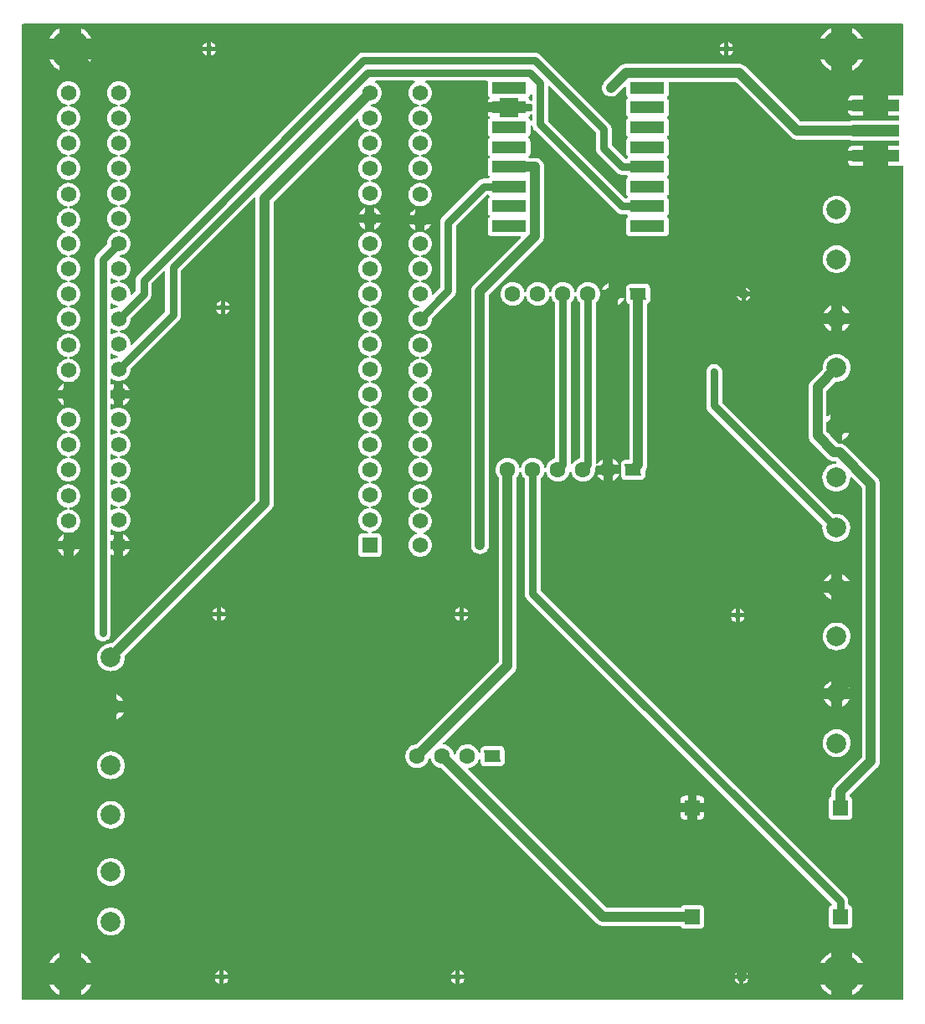
<source format=gtl>
G04 Layer: TopLayer*
G04 EasyEDA v6.5.42, 2024-04-02 15:40:40*
G04 3ff643a6e98b40ca98db11d284ab65ea,acb5ada5342d49438264df6f97d5643c,10*
G04 Gerber Generator version 0.2*
G04 Scale: 100 percent, Rotated: No, Reflected: No *
G04 Dimensions in millimeters *
G04 leading zeros omitted , absolute positions ,4 integer and 5 decimal *
%FSLAX45Y45*%
%MOMM*%

%AMMACRO1*21,1,$1,$2,0,0,$3*%
%ADD10C,1.0000*%
%ADD11C,0.8000*%
%ADD12R,4.8000X1.2000*%
%ADD13R,1.5748X1.5748*%
%ADD14C,1.5601*%
%ADD15R,1.5601X1.5601*%
%ADD16C,2.0000*%
%ADD17C,1.6000*%
%ADD18MACRO1,1.6X1.2X0.7004*%
%ADD19R,3.5000X1.2000*%
%ADD20MACRO1,1.6X1.2X-179.2996*%
%ADD21C,4.0000*%
%ADD22C,0.6200*%
%ADD23C,1.5600*%
%ADD24C,0.7000*%
%ADD25C,0.0136*%

%LPD*%
G36*
X-3716070Y-1174546D02*
G01*
X-3720033Y-1173480D01*
X-3723284Y-1170990D01*
X-3725214Y-1167384D01*
X-3726129Y-1164386D01*
X-3729837Y-1157427D01*
X-3734866Y-1151280D01*
X-3739184Y-1147724D01*
X-3741928Y-1144219D01*
X-3742893Y-1139901D01*
X-3741928Y-1135532D01*
X-3739184Y-1132027D01*
X-3734866Y-1128522D01*
X-3729837Y-1122375D01*
X-3726129Y-1115364D01*
X-3725214Y-1112418D01*
X-3723284Y-1108811D01*
X-3720033Y-1106271D01*
X-3716070Y-1105204D01*
X-3712006Y-1105814D01*
X-3708501Y-1107998D01*
X-3706164Y-1111351D01*
X-3705351Y-1115364D01*
X-3705351Y-1164437D01*
X-3706164Y-1168450D01*
X-3708501Y-1171803D01*
X-3712006Y-1173937D01*
G37*

%LPD*%
G36*
X-3716070Y-1374546D02*
G01*
X-3720033Y-1373479D01*
X-3723284Y-1370990D01*
X-3725214Y-1367383D01*
X-3726129Y-1364386D01*
X-3729837Y-1357426D01*
X-3734866Y-1351280D01*
X-3739184Y-1347724D01*
X-3741928Y-1344218D01*
X-3742893Y-1339900D01*
X-3741928Y-1335532D01*
X-3739184Y-1332026D01*
X-3734866Y-1328521D01*
X-3729837Y-1322374D01*
X-3726129Y-1315364D01*
X-3725214Y-1312418D01*
X-3723284Y-1308811D01*
X-3720033Y-1306271D01*
X-3716070Y-1305204D01*
X-3712006Y-1305814D01*
X-3708501Y-1307998D01*
X-3706164Y-1311351D01*
X-3705351Y-1315364D01*
X-3705351Y-1364437D01*
X-3706164Y-1368450D01*
X-3708501Y-1371803D01*
X-3712006Y-1373936D01*
G37*

%LPD*%
G36*
X-2756001Y-2159406D02*
G01*
X-2759913Y-2158593D01*
X-2763215Y-2156409D01*
X-3541369Y-1378254D01*
X-3543554Y-1374952D01*
X-3544315Y-1371092D01*
X-3544315Y-1035964D01*
X-3543554Y-1032103D01*
X-3541369Y-1028801D01*
X-3538067Y-1026617D01*
X-3534156Y-1025804D01*
X-3530295Y-1026617D01*
X-3526993Y-1028801D01*
X-3064510Y-1491284D01*
X-3062325Y-1494586D01*
X-3061512Y-1498447D01*
X-3061462Y-1655267D01*
X-3060598Y-1664614D01*
X-3060141Y-1667205D01*
X-3057906Y-1676349D01*
X-3057093Y-1678838D01*
X-3053486Y-1687525D01*
X-3052267Y-1689912D01*
X-3047441Y-1697939D01*
X-3045917Y-1700123D01*
X-3039922Y-1707337D01*
X-2848457Y-1898802D01*
X-2841244Y-1904796D01*
X-2839059Y-1906320D01*
X-2831033Y-1911146D01*
X-2828645Y-1912366D01*
X-2819958Y-1915972D01*
X-2817469Y-1916785D01*
X-2808325Y-1919020D01*
X-2805734Y-1919478D01*
X-2796387Y-1920341D01*
X-2753563Y-1920392D01*
X-2749194Y-1921408D01*
X-2745689Y-1924100D01*
X-2742082Y-1928520D01*
X-2737815Y-1932025D01*
X-2735072Y-1935530D01*
X-2734056Y-1939899D01*
X-2735072Y-1944217D01*
X-2737815Y-1947722D01*
X-2742082Y-1951278D01*
X-2747111Y-1957425D01*
X-2750870Y-1964385D01*
X-2753156Y-1972005D01*
X-2754020Y-1980387D01*
X-2754020Y-2099411D01*
X-2753156Y-2107793D01*
X-2750870Y-2115362D01*
X-2747111Y-2122373D01*
X-2742082Y-2128520D01*
X-2737815Y-2132025D01*
X-2735072Y-2135530D01*
X-2734056Y-2139899D01*
X-2735072Y-2144217D01*
X-2737815Y-2147722D01*
X-2742082Y-2151278D01*
X-2745689Y-2155698D01*
X-2749245Y-2158441D01*
X-2753563Y-2159406D01*
G37*

%LPD*%
G36*
X-7955788Y-3027172D02*
G01*
X-7960207Y-3027019D01*
X-7964170Y-3024987D01*
X-7966913Y-3021482D01*
X-7967878Y-3017164D01*
X-7967878Y-2977489D01*
X-7966913Y-2973120D01*
X-7964170Y-2969615D01*
X-7960207Y-2967634D01*
X-7955788Y-2967482D01*
X-7951724Y-2969260D01*
X-7950200Y-2970377D01*
X-7937144Y-2977540D01*
X-7923326Y-2983026D01*
X-7908899Y-2986735D01*
X-7904734Y-2987243D01*
X-7900771Y-2988614D01*
X-7897723Y-2991408D01*
X-7896047Y-2995218D01*
X-7896047Y-2999384D01*
X-7897723Y-3003245D01*
X-7900771Y-3006039D01*
X-7904734Y-3007410D01*
X-7908899Y-3007918D01*
X-7923326Y-3011627D01*
X-7937144Y-3017113D01*
X-7950200Y-3024276D01*
X-7951724Y-3025394D01*
G37*

%LPD*%
G36*
X-7955788Y-3281172D02*
G01*
X-7960207Y-3281019D01*
X-7964170Y-3278987D01*
X-7966913Y-3275482D01*
X-7967878Y-3271164D01*
X-7967878Y-3231489D01*
X-7966913Y-3227120D01*
X-7964170Y-3223615D01*
X-7960207Y-3221634D01*
X-7955788Y-3221482D01*
X-7951724Y-3223260D01*
X-7950200Y-3224377D01*
X-7937144Y-3231540D01*
X-7923326Y-3237026D01*
X-7908899Y-3240735D01*
X-7904734Y-3241243D01*
X-7900771Y-3242614D01*
X-7897723Y-3245408D01*
X-7896047Y-3249218D01*
X-7896047Y-3253384D01*
X-7897723Y-3257245D01*
X-7900771Y-3260039D01*
X-7904734Y-3261410D01*
X-7908899Y-3261918D01*
X-7923326Y-3265627D01*
X-7937144Y-3271113D01*
X-7950200Y-3278276D01*
X-7951724Y-3279394D01*
G37*

%LPD*%
G36*
X-7955788Y-3535172D02*
G01*
X-7960207Y-3535019D01*
X-7964170Y-3532987D01*
X-7966913Y-3529482D01*
X-7967878Y-3525164D01*
X-7967878Y-3485489D01*
X-7966913Y-3481120D01*
X-7964170Y-3477615D01*
X-7960207Y-3475634D01*
X-7955788Y-3475482D01*
X-7951724Y-3477260D01*
X-7950200Y-3478377D01*
X-7937144Y-3485540D01*
X-7923326Y-3491026D01*
X-7908899Y-3494735D01*
X-7904734Y-3495243D01*
X-7900771Y-3496614D01*
X-7897723Y-3499408D01*
X-7896047Y-3503218D01*
X-7896047Y-3507384D01*
X-7897723Y-3511245D01*
X-7900771Y-3514039D01*
X-7904734Y-3515410D01*
X-7908899Y-3515918D01*
X-7923326Y-3519627D01*
X-7937144Y-3525113D01*
X-7950200Y-3532276D01*
X-7951724Y-3533394D01*
G37*

%LPD*%
G36*
X-7757972Y-3639769D02*
G01*
X-7761782Y-3639108D01*
X-7765084Y-3637076D01*
X-7767370Y-3633978D01*
X-7768336Y-3630218D01*
X-7769148Y-3617468D01*
X-7771942Y-3602837D01*
X-7776514Y-3588715D01*
X-7782864Y-3575253D01*
X-7790840Y-3562654D01*
X-7800340Y-3551224D01*
X-7811160Y-3541014D01*
X-7823200Y-3532276D01*
X-7836255Y-3525113D01*
X-7850073Y-3519627D01*
X-7864500Y-3515918D01*
X-7868666Y-3515410D01*
X-7872628Y-3514039D01*
X-7875676Y-3511245D01*
X-7877352Y-3507384D01*
X-7877352Y-3503218D01*
X-7875676Y-3499408D01*
X-7872628Y-3496614D01*
X-7868666Y-3495243D01*
X-7864500Y-3494735D01*
X-7850073Y-3491026D01*
X-7836255Y-3485540D01*
X-7823200Y-3478377D01*
X-7811160Y-3469640D01*
X-7800340Y-3459429D01*
X-7790840Y-3447948D01*
X-7782864Y-3435400D01*
X-7776514Y-3421938D01*
X-7771942Y-3407765D01*
X-7769148Y-3393186D01*
X-7768183Y-3377285D01*
X-7767320Y-3373729D01*
X-7765237Y-3370732D01*
X-7576007Y-3181400D01*
X-7570012Y-3174187D01*
X-7568488Y-3172002D01*
X-7563612Y-3163976D01*
X-7562443Y-3161588D01*
X-7558836Y-3152902D01*
X-7558024Y-3150412D01*
X-7555738Y-3141268D01*
X-7554417Y-3129330D01*
X-7554366Y-3022955D01*
X-7553604Y-3019094D01*
X-7551420Y-3015792D01*
X-7434021Y-2898394D01*
X-7430719Y-2896209D01*
X-7426807Y-2895396D01*
X-7422946Y-2896209D01*
X-7419644Y-2898394D01*
X-7417460Y-2901696D01*
X-7416647Y-2905556D01*
X-7416647Y-3298240D01*
X-7417460Y-3302101D01*
X-7419644Y-3305403D01*
X-7751013Y-3636772D01*
X-7754213Y-3638956D01*
G37*

%LPD*%
G36*
X-7955788Y-3789172D02*
G01*
X-7960207Y-3789019D01*
X-7964170Y-3786987D01*
X-7966913Y-3783482D01*
X-7967878Y-3779164D01*
X-7967878Y-3739489D01*
X-7966913Y-3735120D01*
X-7964170Y-3731615D01*
X-7960207Y-3729634D01*
X-7955788Y-3729482D01*
X-7951724Y-3731260D01*
X-7950200Y-3732377D01*
X-7937144Y-3739540D01*
X-7923326Y-3745026D01*
X-7908899Y-3748735D01*
X-7904734Y-3749243D01*
X-7900771Y-3750614D01*
X-7897723Y-3753408D01*
X-7896047Y-3757218D01*
X-7896047Y-3761384D01*
X-7897723Y-3765245D01*
X-7900771Y-3768039D01*
X-7904734Y-3769410D01*
X-7908899Y-3769918D01*
X-7923326Y-3773627D01*
X-7937144Y-3779113D01*
X-7950200Y-3786276D01*
X-7951724Y-3787394D01*
G37*

%LPD*%
G36*
X-7955788Y-4551172D02*
G01*
X-7960207Y-4551019D01*
X-7964170Y-4548987D01*
X-7966913Y-4545482D01*
X-7967878Y-4541164D01*
X-7967878Y-4501489D01*
X-7966913Y-4497120D01*
X-7964170Y-4493615D01*
X-7960207Y-4491634D01*
X-7955788Y-4491482D01*
X-7951724Y-4493260D01*
X-7950200Y-4494377D01*
X-7937144Y-4501540D01*
X-7923326Y-4507026D01*
X-7908899Y-4510735D01*
X-7904734Y-4511243D01*
X-7900771Y-4512614D01*
X-7897723Y-4515408D01*
X-7896047Y-4519218D01*
X-7896047Y-4523384D01*
X-7897723Y-4527245D01*
X-7900771Y-4530039D01*
X-7904734Y-4531410D01*
X-7908899Y-4531918D01*
X-7923326Y-4535627D01*
X-7937144Y-4541113D01*
X-7950200Y-4548276D01*
X-7951724Y-4549394D01*
G37*

%LPD*%
G36*
X-7955788Y-4805172D02*
G01*
X-7960207Y-4805019D01*
X-7964170Y-4802987D01*
X-7966913Y-4799482D01*
X-7967878Y-4795164D01*
X-7967878Y-4755489D01*
X-7966913Y-4751120D01*
X-7964170Y-4747615D01*
X-7960207Y-4745634D01*
X-7955788Y-4745482D01*
X-7951724Y-4747260D01*
X-7950200Y-4748377D01*
X-7937144Y-4755540D01*
X-7923326Y-4761026D01*
X-7908899Y-4764735D01*
X-7904734Y-4765243D01*
X-7900771Y-4766614D01*
X-7897723Y-4769408D01*
X-7896047Y-4773218D01*
X-7896047Y-4777384D01*
X-7897723Y-4781245D01*
X-7900771Y-4784039D01*
X-7904734Y-4785410D01*
X-7908899Y-4785918D01*
X-7923326Y-4789627D01*
X-7937144Y-4795113D01*
X-7950200Y-4802276D01*
X-7951724Y-4803394D01*
G37*

%LPD*%
G36*
X-7955788Y-5059172D02*
G01*
X-7960207Y-5059019D01*
X-7964170Y-5056987D01*
X-7966913Y-5053482D01*
X-7967878Y-5049164D01*
X-7967878Y-5009489D01*
X-7966913Y-5005120D01*
X-7964170Y-5001615D01*
X-7960207Y-4999634D01*
X-7955788Y-4999482D01*
X-7951724Y-5001260D01*
X-7950200Y-5002377D01*
X-7937144Y-5009540D01*
X-7923326Y-5015026D01*
X-7908899Y-5018735D01*
X-7904734Y-5019243D01*
X-7900771Y-5020614D01*
X-7897723Y-5023408D01*
X-7896047Y-5027218D01*
X-7896047Y-5031384D01*
X-7897723Y-5035245D01*
X-7900771Y-5038039D01*
X-7904734Y-5039410D01*
X-7908899Y-5039918D01*
X-7923326Y-5043627D01*
X-7937144Y-5049113D01*
X-7950200Y-5056276D01*
X-7951724Y-5057394D01*
G37*

%LPD*%
G36*
X-7955788Y-5313172D02*
G01*
X-7960207Y-5313019D01*
X-7964170Y-5310987D01*
X-7966913Y-5307482D01*
X-7967878Y-5303164D01*
X-7967878Y-5263489D01*
X-7966913Y-5259120D01*
X-7964170Y-5255615D01*
X-7960207Y-5253634D01*
X-7955788Y-5253482D01*
X-7951724Y-5255260D01*
X-7950200Y-5256377D01*
X-7937144Y-5263540D01*
X-7923326Y-5269026D01*
X-7908899Y-5272735D01*
X-7904734Y-5273243D01*
X-7900771Y-5274614D01*
X-7897723Y-5277408D01*
X-7896047Y-5281218D01*
X-7896047Y-5285384D01*
X-7897723Y-5289245D01*
X-7900771Y-5292039D01*
X-7904734Y-5293410D01*
X-7908899Y-5293918D01*
X-7923326Y-5297627D01*
X-7937144Y-5303113D01*
X-7950200Y-5310276D01*
X-7951724Y-5311394D01*
G37*

%LPD*%
G36*
X-8853932Y-10261092D02*
G01*
X-8857843Y-10260330D01*
X-8861094Y-10258094D01*
X-8863330Y-10254843D01*
X-8864092Y-10250932D01*
X-8864092Y-404368D01*
X-8863330Y-400456D01*
X-8861094Y-397205D01*
X-8857843Y-394970D01*
X-8853932Y-394208D01*
X40132Y-394208D01*
X44043Y-394970D01*
X47294Y-397205D01*
X49530Y-400456D01*
X50292Y-404368D01*
X50292Y-1107135D01*
X49530Y-1110996D01*
X47345Y-1114298D01*
X44043Y-1116482D01*
X40182Y-1117295D01*
X30124Y-1117346D01*
X23215Y-1118463D01*
X20320Y-1118616D01*
X10922Y-1117650D01*
X-102260Y-1117650D01*
X-102260Y-1181811D01*
X-4673Y-1181811D01*
X-762Y-1182624D01*
X2540Y-1184808D01*
X4724Y-1188110D01*
X5486Y-1191971D01*
X5486Y-1244396D01*
X4724Y-1248257D01*
X2540Y-1251559D01*
X-762Y-1253744D01*
X-4673Y-1254556D01*
X-102260Y-1254556D01*
X-102260Y-1318666D01*
X-4673Y-1318666D01*
X-762Y-1319479D01*
X2540Y-1321663D01*
X4724Y-1324965D01*
X5486Y-1328826D01*
X5486Y-1362506D01*
X4724Y-1366418D01*
X2540Y-1369720D01*
X-762Y-1371904D01*
X-4673Y-1372666D01*
X-468071Y-1372666D01*
X-476504Y-1373479D01*
X-484073Y-1375816D01*
X-491083Y-1379524D01*
X-495096Y-1382115D01*
X-498551Y-1382674D01*
X-983792Y-1382674D01*
X-987704Y-1381912D01*
X-991006Y-1379728D01*
X-1544828Y-825906D01*
X-1551990Y-819403D01*
X-1562100Y-812292D01*
X-1564487Y-810920D01*
X-1573072Y-806653D01*
X-1575612Y-805586D01*
X-1587398Y-801827D01*
X-1599539Y-799693D01*
X-1609242Y-799185D01*
X-2756865Y-799185D01*
X-2766568Y-799693D01*
X-2778760Y-801827D01*
X-2781401Y-802538D01*
X-2790494Y-805586D01*
X-2793034Y-806653D01*
X-2801670Y-810920D01*
X-2804007Y-812292D01*
X-2811983Y-817727D01*
X-2814116Y-819403D01*
X-2821330Y-825906D01*
X-2971088Y-975664D01*
X-2979420Y-985215D01*
X-2986227Y-995578D01*
X-2991510Y-1006703D01*
X-2995269Y-1018489D01*
X-2997352Y-1030630D01*
X-2997758Y-1042974D01*
X-2996488Y-1055268D01*
X-2993593Y-1067257D01*
X-2989072Y-1078738D01*
X-2982976Y-1089507D01*
X-2975508Y-1099362D01*
X-2966821Y-1108100D01*
X-2956966Y-1115568D01*
X-2946196Y-1121613D01*
X-2934716Y-1126134D01*
X-2922727Y-1129080D01*
X-2910433Y-1130350D01*
X-2898089Y-1129893D01*
X-2885897Y-1127810D01*
X-2874162Y-1124051D01*
X-2862986Y-1118768D01*
X-2852674Y-1112012D01*
X-2843072Y-1103630D01*
X-2771343Y-1031900D01*
X-2768041Y-1029716D01*
X-2764180Y-1028953D01*
X-2760268Y-1029716D01*
X-2756966Y-1031900D01*
X-2754782Y-1035202D01*
X-2754020Y-1039114D01*
X-2754020Y-1099413D01*
X-2753156Y-1107795D01*
X-2750870Y-1115364D01*
X-2747111Y-1122375D01*
X-2742082Y-1128522D01*
X-2737815Y-1132027D01*
X-2735072Y-1135532D01*
X-2734056Y-1139901D01*
X-2735072Y-1144219D01*
X-2737815Y-1147724D01*
X-2742082Y-1151280D01*
X-2747111Y-1157427D01*
X-2750870Y-1164386D01*
X-2753156Y-1172006D01*
X-2754020Y-1180388D01*
X-2754020Y-1299413D01*
X-2753156Y-1307795D01*
X-2750870Y-1315364D01*
X-2747111Y-1322374D01*
X-2742082Y-1328521D01*
X-2737815Y-1332026D01*
X-2735072Y-1335532D01*
X-2734056Y-1339900D01*
X-2735072Y-1344218D01*
X-2737815Y-1347724D01*
X-2742082Y-1351280D01*
X-2747111Y-1357426D01*
X-2750870Y-1364386D01*
X-2753156Y-1372006D01*
X-2754020Y-1380388D01*
X-2754020Y-1499412D01*
X-2753156Y-1507794D01*
X-2750870Y-1515364D01*
X-2747111Y-1522374D01*
X-2742082Y-1528521D01*
X-2737815Y-1532026D01*
X-2735072Y-1535531D01*
X-2734056Y-1539900D01*
X-2735072Y-1544218D01*
X-2737815Y-1547723D01*
X-2742082Y-1551279D01*
X-2747111Y-1557426D01*
X-2750870Y-1564386D01*
X-2753156Y-1572006D01*
X-2754020Y-1580388D01*
X-2754020Y-1699412D01*
X-2753156Y-1707794D01*
X-2750870Y-1715363D01*
X-2747111Y-1722374D01*
X-2742082Y-1728520D01*
X-2737815Y-1732025D01*
X-2735072Y-1735531D01*
X-2734056Y-1739900D01*
X-2735072Y-1744218D01*
X-2737815Y-1747723D01*
X-2742082Y-1751279D01*
X-2745689Y-1755698D01*
X-2749245Y-1758442D01*
X-2753563Y-1759407D01*
X-2756001Y-1759407D01*
X-2759913Y-1758594D01*
X-2763215Y-1756410D01*
X-2897530Y-1622094D01*
X-2899714Y-1618792D01*
X-2900527Y-1614881D01*
X-2900578Y-1458061D01*
X-2901442Y-1448714D01*
X-2901899Y-1446123D01*
X-2904134Y-1436979D01*
X-2904947Y-1434490D01*
X-2908554Y-1425803D01*
X-2914599Y-1415389D01*
X-2916123Y-1413256D01*
X-2922117Y-1405991D01*
X-3620211Y-707898D01*
X-3627475Y-701903D01*
X-3629609Y-700379D01*
X-3640023Y-694334D01*
X-3648710Y-690727D01*
X-3651199Y-689914D01*
X-3660343Y-687679D01*
X-3662934Y-687222D01*
X-3672281Y-686358D01*
X-5419090Y-686358D01*
X-5428437Y-687222D01*
X-5431028Y-687679D01*
X-5440172Y-689914D01*
X-5442661Y-690727D01*
X-5451348Y-694334D01*
X-5453735Y-695553D01*
X-5461762Y-700379D01*
X-5463946Y-701903D01*
X-5471160Y-707898D01*
X-7693761Y-2930499D01*
X-7699756Y-2937764D01*
X-7701280Y-2939897D01*
X-7706156Y-2947974D01*
X-7707325Y-2950311D01*
X-7710931Y-2958998D01*
X-7711744Y-2961487D01*
X-7714030Y-2970631D01*
X-7715351Y-2982569D01*
X-7715402Y-3088944D01*
X-7716164Y-3092856D01*
X-7718348Y-3096158D01*
X-7751013Y-3128772D01*
X-7754213Y-3130956D01*
X-7757972Y-3131769D01*
X-7761782Y-3131108D01*
X-7765084Y-3129076D01*
X-7767370Y-3125978D01*
X-7768336Y-3122218D01*
X-7769148Y-3109468D01*
X-7771942Y-3094837D01*
X-7776514Y-3080715D01*
X-7782864Y-3067253D01*
X-7790840Y-3054654D01*
X-7800340Y-3043224D01*
X-7811160Y-3033014D01*
X-7823200Y-3024276D01*
X-7836255Y-3017113D01*
X-7850073Y-3011627D01*
X-7864500Y-3007918D01*
X-7868666Y-3007410D01*
X-7872628Y-3006039D01*
X-7875676Y-3003245D01*
X-7877352Y-2999384D01*
X-7877352Y-2995218D01*
X-7875676Y-2991408D01*
X-7872628Y-2988614D01*
X-7868666Y-2987243D01*
X-7864500Y-2986735D01*
X-7850073Y-2983026D01*
X-7836255Y-2977540D01*
X-7823200Y-2970377D01*
X-7811160Y-2961640D01*
X-7800340Y-2951429D01*
X-7790840Y-2939948D01*
X-7782864Y-2927400D01*
X-7776514Y-2913938D01*
X-7771942Y-2899765D01*
X-7769148Y-2885186D01*
X-7768183Y-2870301D01*
X-7769148Y-2855468D01*
X-7771942Y-2840837D01*
X-7776514Y-2826715D01*
X-7782864Y-2813253D01*
X-7790840Y-2800654D01*
X-7800340Y-2789224D01*
X-7811160Y-2779014D01*
X-7823200Y-2770276D01*
X-7836255Y-2763113D01*
X-7850073Y-2757627D01*
X-7864500Y-2753918D01*
X-7868666Y-2753410D01*
X-7872628Y-2752039D01*
X-7875676Y-2749245D01*
X-7877352Y-2745384D01*
X-7877352Y-2741218D01*
X-7875676Y-2737408D01*
X-7872628Y-2734614D01*
X-7868666Y-2733243D01*
X-7864500Y-2732735D01*
X-7850073Y-2729026D01*
X-7836255Y-2723540D01*
X-7823200Y-2716377D01*
X-7811160Y-2707640D01*
X-7800340Y-2697429D01*
X-7790840Y-2685948D01*
X-7782864Y-2673400D01*
X-7776514Y-2659938D01*
X-7771942Y-2645765D01*
X-7769148Y-2631186D01*
X-7768183Y-2616301D01*
X-7769148Y-2601468D01*
X-7771942Y-2586837D01*
X-7776514Y-2572715D01*
X-7782864Y-2559253D01*
X-7790840Y-2546654D01*
X-7800340Y-2535224D01*
X-7811160Y-2525014D01*
X-7823200Y-2516276D01*
X-7836255Y-2509113D01*
X-7850073Y-2503627D01*
X-7864500Y-2499918D01*
X-7868666Y-2499410D01*
X-7872628Y-2498039D01*
X-7875676Y-2495245D01*
X-7877352Y-2491384D01*
X-7877352Y-2487218D01*
X-7875676Y-2483408D01*
X-7872628Y-2480614D01*
X-7868666Y-2479243D01*
X-7864500Y-2478735D01*
X-7850073Y-2475026D01*
X-7836255Y-2469540D01*
X-7823200Y-2462377D01*
X-7811160Y-2453640D01*
X-7800340Y-2443429D01*
X-7790840Y-2431948D01*
X-7782864Y-2419400D01*
X-7776514Y-2405938D01*
X-7771942Y-2391765D01*
X-7769148Y-2377186D01*
X-7768183Y-2362301D01*
X-7769148Y-2347468D01*
X-7771942Y-2332837D01*
X-7776514Y-2318715D01*
X-7782864Y-2305253D01*
X-7790840Y-2292654D01*
X-7800340Y-2281224D01*
X-7811160Y-2271014D01*
X-7823200Y-2262276D01*
X-7836255Y-2255113D01*
X-7850073Y-2249627D01*
X-7864500Y-2245918D01*
X-7868666Y-2245410D01*
X-7872628Y-2244039D01*
X-7875676Y-2241245D01*
X-7877352Y-2237384D01*
X-7877352Y-2233218D01*
X-7875676Y-2229408D01*
X-7872628Y-2226614D01*
X-7868666Y-2225243D01*
X-7864500Y-2224735D01*
X-7850073Y-2221026D01*
X-7836255Y-2215540D01*
X-7823200Y-2208377D01*
X-7811160Y-2199640D01*
X-7800340Y-2189429D01*
X-7790840Y-2177948D01*
X-7782864Y-2165400D01*
X-7776514Y-2151938D01*
X-7771942Y-2137765D01*
X-7769148Y-2123186D01*
X-7768183Y-2108301D01*
X-7769148Y-2093468D01*
X-7771942Y-2078837D01*
X-7776514Y-2064715D01*
X-7782864Y-2051253D01*
X-7790840Y-2038654D01*
X-7800340Y-2027224D01*
X-7811160Y-2017014D01*
X-7823200Y-2008276D01*
X-7836255Y-2001113D01*
X-7850073Y-1995627D01*
X-7864500Y-1991918D01*
X-7868666Y-1991410D01*
X-7872628Y-1990039D01*
X-7875676Y-1987245D01*
X-7877352Y-1983384D01*
X-7877352Y-1979218D01*
X-7875676Y-1975408D01*
X-7872628Y-1972614D01*
X-7868666Y-1971243D01*
X-7864500Y-1970735D01*
X-7850073Y-1967026D01*
X-7836255Y-1961540D01*
X-7823200Y-1954377D01*
X-7811160Y-1945639D01*
X-7800340Y-1935429D01*
X-7790840Y-1923948D01*
X-7782864Y-1911400D01*
X-7776514Y-1897938D01*
X-7771942Y-1883765D01*
X-7769148Y-1869186D01*
X-7768183Y-1854301D01*
X-7769148Y-1839468D01*
X-7771942Y-1824837D01*
X-7776514Y-1810715D01*
X-7782864Y-1797253D01*
X-7790840Y-1784654D01*
X-7800340Y-1773224D01*
X-7811160Y-1763014D01*
X-7823200Y-1754276D01*
X-7836255Y-1747113D01*
X-7850073Y-1741627D01*
X-7864500Y-1737918D01*
X-7868666Y-1737410D01*
X-7872628Y-1736039D01*
X-7875676Y-1733245D01*
X-7877352Y-1729384D01*
X-7877352Y-1725218D01*
X-7875676Y-1721408D01*
X-7872628Y-1718614D01*
X-7868666Y-1717243D01*
X-7864500Y-1716735D01*
X-7850073Y-1713026D01*
X-7836255Y-1707540D01*
X-7823200Y-1700377D01*
X-7811160Y-1691639D01*
X-7800340Y-1681429D01*
X-7790840Y-1669948D01*
X-7782864Y-1657400D01*
X-7776514Y-1643938D01*
X-7771942Y-1629765D01*
X-7769148Y-1615186D01*
X-7768183Y-1600301D01*
X-7769148Y-1585468D01*
X-7771942Y-1570837D01*
X-7776514Y-1556715D01*
X-7782864Y-1543253D01*
X-7790840Y-1530654D01*
X-7800340Y-1519224D01*
X-7811160Y-1509014D01*
X-7823200Y-1500276D01*
X-7836255Y-1493113D01*
X-7850073Y-1487627D01*
X-7864500Y-1483918D01*
X-7868666Y-1483410D01*
X-7872628Y-1482039D01*
X-7875676Y-1479245D01*
X-7877352Y-1475384D01*
X-7877352Y-1471218D01*
X-7875676Y-1467408D01*
X-7872628Y-1464614D01*
X-7868666Y-1463243D01*
X-7864500Y-1462735D01*
X-7850073Y-1459026D01*
X-7836255Y-1453540D01*
X-7823200Y-1446377D01*
X-7811160Y-1437640D01*
X-7800340Y-1427429D01*
X-7790840Y-1415948D01*
X-7782864Y-1403400D01*
X-7776514Y-1389938D01*
X-7771942Y-1375765D01*
X-7769148Y-1361186D01*
X-7768183Y-1346301D01*
X-7769148Y-1331468D01*
X-7771942Y-1316837D01*
X-7776514Y-1302715D01*
X-7782864Y-1289253D01*
X-7790840Y-1276654D01*
X-7800340Y-1265224D01*
X-7811160Y-1255014D01*
X-7823200Y-1246276D01*
X-7836255Y-1239113D01*
X-7850073Y-1233627D01*
X-7864500Y-1229918D01*
X-7868666Y-1229410D01*
X-7872628Y-1228039D01*
X-7875676Y-1225245D01*
X-7877352Y-1221384D01*
X-7877352Y-1217218D01*
X-7875676Y-1213408D01*
X-7872628Y-1210614D01*
X-7868666Y-1209243D01*
X-7864500Y-1208735D01*
X-7850073Y-1205026D01*
X-7836255Y-1199540D01*
X-7823200Y-1192377D01*
X-7811160Y-1183640D01*
X-7800340Y-1173429D01*
X-7790840Y-1161948D01*
X-7782864Y-1149400D01*
X-7776514Y-1135938D01*
X-7771942Y-1121765D01*
X-7769148Y-1107186D01*
X-7768183Y-1092301D01*
X-7769148Y-1077468D01*
X-7771942Y-1062837D01*
X-7776514Y-1048715D01*
X-7782864Y-1035253D01*
X-7790840Y-1022654D01*
X-7800340Y-1011224D01*
X-7811160Y-1001014D01*
X-7823200Y-992276D01*
X-7836255Y-985113D01*
X-7850073Y-979627D01*
X-7864500Y-975918D01*
X-7879283Y-974090D01*
X-7894116Y-974090D01*
X-7908899Y-975918D01*
X-7923326Y-979627D01*
X-7937144Y-985113D01*
X-7950200Y-992276D01*
X-7962239Y-1001014D01*
X-7973059Y-1011224D01*
X-7982559Y-1022654D01*
X-7990535Y-1035253D01*
X-7996885Y-1048715D01*
X-8001457Y-1062837D01*
X-8004251Y-1077468D01*
X-8005216Y-1092301D01*
X-8004251Y-1107186D01*
X-8001457Y-1121765D01*
X-7996885Y-1135938D01*
X-7990535Y-1149400D01*
X-7982559Y-1161948D01*
X-7973059Y-1173429D01*
X-7962239Y-1183640D01*
X-7950200Y-1192377D01*
X-7937144Y-1199540D01*
X-7923326Y-1205026D01*
X-7908899Y-1208735D01*
X-7904734Y-1209243D01*
X-7900771Y-1210614D01*
X-7897723Y-1213408D01*
X-7896047Y-1217218D01*
X-7896047Y-1221384D01*
X-7897723Y-1225245D01*
X-7900771Y-1228039D01*
X-7904734Y-1229410D01*
X-7908899Y-1229918D01*
X-7923326Y-1233627D01*
X-7937144Y-1239113D01*
X-7950200Y-1246276D01*
X-7962239Y-1255014D01*
X-7973059Y-1265224D01*
X-7982559Y-1276654D01*
X-7990535Y-1289253D01*
X-7996885Y-1302715D01*
X-8001457Y-1316837D01*
X-8004251Y-1331468D01*
X-8005216Y-1346301D01*
X-8004251Y-1361186D01*
X-8001457Y-1375765D01*
X-7996885Y-1389938D01*
X-7990535Y-1403400D01*
X-7982559Y-1415948D01*
X-7973059Y-1427429D01*
X-7962239Y-1437640D01*
X-7950200Y-1446377D01*
X-7937144Y-1453540D01*
X-7923326Y-1459026D01*
X-7908899Y-1462735D01*
X-7904734Y-1463243D01*
X-7900771Y-1464614D01*
X-7897723Y-1467408D01*
X-7896047Y-1471218D01*
X-7896047Y-1475384D01*
X-7897723Y-1479245D01*
X-7900771Y-1482039D01*
X-7904734Y-1483410D01*
X-7908899Y-1483918D01*
X-7923326Y-1487627D01*
X-7937144Y-1493113D01*
X-7950200Y-1500276D01*
X-7962239Y-1509014D01*
X-7973059Y-1519224D01*
X-7982559Y-1530654D01*
X-7990535Y-1543253D01*
X-7996885Y-1556715D01*
X-8001457Y-1570837D01*
X-8004251Y-1585468D01*
X-8005216Y-1600301D01*
X-8004251Y-1615186D01*
X-8001457Y-1629765D01*
X-7996885Y-1643938D01*
X-7990535Y-1657400D01*
X-7982559Y-1669948D01*
X-7973059Y-1681429D01*
X-7962239Y-1691639D01*
X-7950200Y-1700377D01*
X-7937144Y-1707540D01*
X-7923326Y-1713026D01*
X-7908899Y-1716735D01*
X-7904734Y-1717243D01*
X-7900771Y-1718614D01*
X-7897723Y-1721408D01*
X-7896047Y-1725218D01*
X-7896047Y-1729384D01*
X-7897723Y-1733245D01*
X-7900771Y-1736039D01*
X-7904734Y-1737410D01*
X-7908899Y-1737918D01*
X-7923326Y-1741627D01*
X-7937144Y-1747113D01*
X-7950200Y-1754276D01*
X-7962239Y-1763014D01*
X-7973059Y-1773224D01*
X-7982559Y-1784654D01*
X-7990535Y-1797253D01*
X-7996885Y-1810715D01*
X-8001457Y-1824837D01*
X-8004251Y-1839468D01*
X-8005216Y-1854301D01*
X-8004251Y-1869186D01*
X-8001457Y-1883765D01*
X-7996885Y-1897938D01*
X-7990535Y-1911400D01*
X-7982559Y-1923948D01*
X-7973059Y-1935429D01*
X-7962239Y-1945639D01*
X-7950200Y-1954377D01*
X-7937144Y-1961540D01*
X-7923326Y-1967026D01*
X-7908899Y-1970735D01*
X-7904734Y-1971243D01*
X-7900771Y-1972614D01*
X-7897723Y-1975408D01*
X-7896047Y-1979218D01*
X-7896047Y-1983384D01*
X-7897723Y-1987245D01*
X-7900771Y-1990039D01*
X-7904734Y-1991410D01*
X-7908899Y-1991918D01*
X-7923326Y-1995627D01*
X-7937144Y-2001113D01*
X-7950200Y-2008276D01*
X-7962239Y-2017014D01*
X-7973059Y-2027224D01*
X-7982559Y-2038654D01*
X-7990535Y-2051253D01*
X-7996885Y-2064715D01*
X-8001457Y-2078837D01*
X-8004251Y-2093468D01*
X-8005216Y-2108301D01*
X-8004251Y-2123186D01*
X-8001457Y-2137765D01*
X-7996885Y-2151938D01*
X-7990535Y-2165400D01*
X-7982559Y-2177948D01*
X-7973059Y-2189429D01*
X-7962239Y-2199640D01*
X-7950200Y-2208377D01*
X-7937144Y-2215540D01*
X-7923326Y-2221026D01*
X-7908899Y-2224735D01*
X-7904734Y-2225243D01*
X-7900771Y-2226614D01*
X-7897723Y-2229408D01*
X-7896047Y-2233218D01*
X-7896047Y-2237384D01*
X-7897723Y-2241245D01*
X-7900771Y-2244039D01*
X-7904734Y-2245410D01*
X-7908899Y-2245918D01*
X-7923326Y-2249627D01*
X-7937144Y-2255113D01*
X-7950200Y-2262276D01*
X-7962239Y-2271014D01*
X-7973059Y-2281224D01*
X-7982559Y-2292654D01*
X-7990535Y-2305253D01*
X-7996885Y-2318715D01*
X-8001457Y-2332837D01*
X-8004251Y-2347468D01*
X-8005216Y-2362301D01*
X-8004251Y-2377186D01*
X-8001457Y-2391765D01*
X-7996885Y-2405938D01*
X-7990535Y-2419400D01*
X-7982559Y-2431948D01*
X-7973059Y-2443429D01*
X-7962239Y-2453640D01*
X-7950200Y-2462377D01*
X-7937144Y-2469540D01*
X-7923326Y-2475026D01*
X-7908899Y-2478735D01*
X-7904734Y-2479243D01*
X-7900771Y-2480614D01*
X-7897723Y-2483408D01*
X-7896047Y-2487218D01*
X-7896047Y-2491384D01*
X-7897723Y-2495245D01*
X-7900771Y-2498039D01*
X-7904734Y-2499410D01*
X-7908899Y-2499918D01*
X-7923326Y-2503627D01*
X-7937144Y-2509113D01*
X-7950200Y-2516276D01*
X-7962239Y-2525014D01*
X-7973059Y-2535224D01*
X-7982559Y-2546654D01*
X-7990535Y-2559253D01*
X-7996885Y-2572715D01*
X-8001457Y-2586837D01*
X-8004251Y-2601468D01*
X-8005216Y-2617368D01*
X-8006080Y-2620924D01*
X-8008162Y-2623921D01*
X-8107273Y-2723083D01*
X-8113268Y-2730347D01*
X-8114792Y-2732481D01*
X-8120837Y-2742895D01*
X-8124444Y-2751582D01*
X-8125256Y-2754071D01*
X-8127492Y-2763215D01*
X-8127949Y-2765806D01*
X-8128812Y-2775153D01*
X-8128863Y-6555689D01*
X-8127949Y-6568084D01*
X-8125256Y-6579768D01*
X-8120888Y-6590995D01*
X-8114842Y-6601409D01*
X-8107375Y-6610807D01*
X-8098536Y-6618986D01*
X-8088630Y-6625742D01*
X-8077758Y-6630974D01*
X-8066278Y-6634530D01*
X-8054390Y-6636308D01*
X-8042351Y-6636308D01*
X-8030464Y-6634530D01*
X-8018983Y-6630974D01*
X-8008112Y-6625742D01*
X-7998206Y-6618986D01*
X-7989366Y-6610807D01*
X-7981899Y-6601409D01*
X-7975853Y-6590995D01*
X-7971485Y-6579768D01*
X-7968792Y-6568084D01*
X-7967878Y-6555689D01*
X-7967878Y-5771489D01*
X-7966913Y-5767120D01*
X-7964170Y-5763615D01*
X-7960207Y-5761634D01*
X-7955788Y-5761482D01*
X-7951724Y-5763260D01*
X-7950200Y-5764377D01*
X-7937144Y-5771540D01*
X-7932064Y-5773572D01*
X-7932064Y-5709666D01*
X-7957718Y-5709666D01*
X-7961579Y-5708904D01*
X-7964881Y-5706719D01*
X-7967065Y-5703417D01*
X-7967878Y-5699506D01*
X-7967878Y-5629148D01*
X-7967065Y-5625236D01*
X-7964881Y-5621934D01*
X-7961579Y-5619750D01*
X-7957718Y-5618988D01*
X-7932064Y-5618988D01*
X-7932064Y-5555081D01*
X-7937144Y-5557113D01*
X-7950200Y-5564276D01*
X-7951724Y-5565394D01*
X-7955788Y-5567172D01*
X-7960207Y-5567019D01*
X-7964170Y-5564987D01*
X-7966913Y-5561482D01*
X-7967878Y-5557164D01*
X-7967878Y-5517489D01*
X-7966913Y-5513120D01*
X-7964170Y-5509615D01*
X-7960207Y-5507634D01*
X-7955788Y-5507482D01*
X-7951724Y-5509260D01*
X-7950200Y-5510377D01*
X-7937144Y-5517540D01*
X-7923326Y-5523026D01*
X-7908899Y-5526735D01*
X-7894116Y-5528564D01*
X-7879283Y-5528564D01*
X-7864500Y-5526735D01*
X-7850073Y-5523026D01*
X-7836255Y-5517540D01*
X-7823200Y-5510377D01*
X-7811160Y-5501640D01*
X-7800340Y-5491429D01*
X-7790840Y-5479948D01*
X-7782864Y-5467400D01*
X-7776514Y-5453938D01*
X-7771942Y-5439765D01*
X-7769148Y-5425186D01*
X-7768183Y-5410301D01*
X-7769148Y-5395468D01*
X-7771942Y-5380837D01*
X-7776514Y-5366715D01*
X-7782864Y-5353253D01*
X-7790840Y-5340654D01*
X-7800340Y-5329224D01*
X-7811160Y-5319014D01*
X-7823200Y-5310276D01*
X-7836255Y-5303113D01*
X-7850073Y-5297627D01*
X-7864500Y-5293918D01*
X-7868666Y-5293410D01*
X-7872628Y-5292039D01*
X-7875676Y-5289245D01*
X-7877352Y-5285384D01*
X-7877352Y-5281218D01*
X-7875676Y-5277408D01*
X-7872628Y-5274614D01*
X-7868666Y-5273243D01*
X-7864500Y-5272735D01*
X-7850073Y-5269026D01*
X-7836255Y-5263540D01*
X-7823200Y-5256377D01*
X-7811160Y-5247640D01*
X-7800340Y-5237429D01*
X-7790840Y-5225948D01*
X-7782864Y-5213400D01*
X-7776514Y-5199938D01*
X-7771942Y-5185765D01*
X-7769148Y-5171186D01*
X-7768183Y-5156301D01*
X-7769148Y-5141468D01*
X-7771942Y-5126837D01*
X-7776514Y-5112715D01*
X-7782864Y-5099253D01*
X-7790840Y-5086654D01*
X-7800340Y-5075224D01*
X-7811160Y-5065014D01*
X-7823200Y-5056276D01*
X-7836255Y-5049113D01*
X-7850073Y-5043627D01*
X-7864500Y-5039918D01*
X-7868666Y-5039410D01*
X-7872628Y-5038039D01*
X-7875676Y-5035245D01*
X-7877352Y-5031384D01*
X-7877352Y-5027218D01*
X-7875676Y-5023408D01*
X-7872628Y-5020614D01*
X-7868666Y-5019243D01*
X-7864500Y-5018735D01*
X-7850073Y-5015026D01*
X-7836255Y-5009540D01*
X-7823200Y-5002377D01*
X-7811160Y-4993640D01*
X-7800340Y-4983429D01*
X-7790840Y-4971948D01*
X-7782864Y-4959400D01*
X-7776514Y-4945938D01*
X-7771942Y-4931765D01*
X-7769148Y-4917186D01*
X-7768183Y-4902301D01*
X-7769148Y-4887468D01*
X-7771942Y-4872837D01*
X-7776514Y-4858715D01*
X-7782864Y-4845253D01*
X-7790840Y-4832654D01*
X-7800340Y-4821224D01*
X-7811160Y-4811014D01*
X-7823200Y-4802276D01*
X-7836255Y-4795113D01*
X-7850073Y-4789627D01*
X-7864500Y-4785918D01*
X-7868666Y-4785410D01*
X-7872628Y-4784039D01*
X-7875676Y-4781245D01*
X-7877352Y-4777384D01*
X-7877352Y-4773218D01*
X-7875676Y-4769408D01*
X-7872628Y-4766614D01*
X-7868666Y-4765243D01*
X-7864500Y-4764735D01*
X-7850073Y-4761026D01*
X-7836255Y-4755540D01*
X-7823200Y-4748377D01*
X-7811160Y-4739640D01*
X-7800340Y-4729429D01*
X-7790840Y-4717948D01*
X-7782864Y-4705400D01*
X-7776514Y-4691938D01*
X-7771942Y-4677765D01*
X-7769148Y-4663186D01*
X-7768183Y-4648301D01*
X-7769148Y-4633468D01*
X-7771942Y-4618837D01*
X-7776514Y-4604715D01*
X-7782864Y-4591253D01*
X-7790840Y-4578654D01*
X-7800340Y-4567224D01*
X-7811160Y-4557014D01*
X-7823200Y-4548276D01*
X-7836255Y-4541113D01*
X-7850073Y-4535627D01*
X-7864500Y-4531918D01*
X-7868666Y-4531410D01*
X-7872628Y-4530039D01*
X-7875676Y-4527245D01*
X-7877352Y-4523384D01*
X-7877352Y-4519218D01*
X-7875676Y-4515408D01*
X-7872628Y-4512614D01*
X-7868666Y-4511243D01*
X-7864500Y-4510735D01*
X-7850073Y-4507026D01*
X-7836255Y-4501540D01*
X-7823200Y-4494377D01*
X-7811160Y-4485640D01*
X-7800340Y-4475429D01*
X-7790840Y-4463948D01*
X-7782864Y-4451400D01*
X-7776514Y-4437938D01*
X-7771942Y-4423765D01*
X-7769148Y-4409186D01*
X-7768183Y-4394301D01*
X-7769148Y-4379468D01*
X-7771942Y-4364837D01*
X-7776514Y-4350715D01*
X-7782864Y-4337253D01*
X-7790840Y-4324654D01*
X-7800340Y-4313224D01*
X-7811160Y-4303014D01*
X-7823200Y-4294276D01*
X-7836255Y-4287113D01*
X-7850073Y-4281627D01*
X-7864500Y-4277918D01*
X-7879283Y-4276090D01*
X-7894116Y-4276090D01*
X-7908899Y-4277918D01*
X-7923326Y-4281627D01*
X-7937144Y-4287113D01*
X-7950200Y-4294276D01*
X-7951724Y-4295394D01*
X-7955788Y-4297172D01*
X-7960207Y-4297019D01*
X-7964170Y-4294987D01*
X-7966913Y-4291482D01*
X-7967878Y-4287164D01*
X-7967878Y-4247489D01*
X-7966913Y-4243120D01*
X-7964170Y-4239615D01*
X-7960207Y-4237634D01*
X-7955788Y-4237482D01*
X-7951724Y-4239260D01*
X-7950200Y-4240377D01*
X-7937144Y-4247540D01*
X-7932064Y-4249572D01*
X-7932064Y-4185665D01*
X-7957718Y-4185665D01*
X-7961579Y-4184904D01*
X-7964881Y-4182719D01*
X-7967065Y-4179417D01*
X-7967878Y-4175506D01*
X-7967878Y-4105148D01*
X-7967065Y-4101236D01*
X-7964881Y-4097934D01*
X-7961579Y-4095750D01*
X-7957718Y-4094987D01*
X-7932064Y-4094987D01*
X-7932064Y-4031081D01*
X-7937144Y-4033113D01*
X-7950200Y-4040276D01*
X-7951724Y-4041394D01*
X-7955788Y-4043172D01*
X-7960207Y-4043019D01*
X-7964170Y-4040987D01*
X-7966913Y-4037482D01*
X-7967878Y-4033164D01*
X-7967878Y-3993489D01*
X-7966913Y-3989120D01*
X-7964170Y-3985615D01*
X-7960207Y-3983634D01*
X-7955788Y-3983482D01*
X-7951724Y-3985260D01*
X-7950200Y-3986377D01*
X-7937144Y-3993540D01*
X-7923326Y-3999026D01*
X-7908899Y-4002735D01*
X-7894116Y-4004564D01*
X-7879283Y-4004564D01*
X-7864500Y-4002735D01*
X-7850073Y-3999026D01*
X-7836255Y-3993540D01*
X-7823200Y-3986377D01*
X-7811160Y-3977640D01*
X-7800340Y-3967429D01*
X-7790840Y-3955948D01*
X-7782864Y-3943400D01*
X-7776514Y-3929938D01*
X-7771942Y-3915765D01*
X-7769148Y-3901186D01*
X-7768183Y-3885285D01*
X-7767320Y-3881729D01*
X-7765237Y-3878732D01*
X-7277252Y-3390696D01*
X-7271258Y-3383432D01*
X-7269734Y-3381298D01*
X-7263688Y-3370884D01*
X-7260081Y-3362198D01*
X-7259269Y-3359708D01*
X-7257034Y-3350564D01*
X-7256576Y-3347974D01*
X-7255713Y-3338626D01*
X-7255662Y-2894990D01*
X-7254849Y-2891129D01*
X-7252665Y-2887827D01*
X-6517843Y-2152954D01*
X-6514541Y-2150770D01*
X-6510629Y-2150008D01*
X-6506768Y-2150770D01*
X-6503466Y-2152954D01*
X-6501231Y-2156256D01*
X-6500469Y-2160168D01*
X-6500469Y-5201513D01*
X-6501231Y-5205425D01*
X-6503466Y-5208727D01*
X-7950606Y-6655866D01*
X-7953908Y-6658051D01*
X-7957769Y-6658813D01*
X-7973872Y-6658813D01*
X-7989824Y-6660642D01*
X-8005419Y-6664299D01*
X-8020558Y-6669684D01*
X-8034934Y-6676745D01*
X-8048447Y-6685432D01*
X-8060842Y-6695592D01*
X-8072018Y-6707073D01*
X-8081822Y-6719773D01*
X-8090103Y-6733540D01*
X-8096758Y-6748119D01*
X-8101736Y-6763359D01*
X-8104886Y-6779107D01*
X-8106257Y-6795058D01*
X-8105800Y-6811111D01*
X-8103514Y-6827012D01*
X-8099450Y-6842506D01*
X-8093659Y-6857441D01*
X-8086140Y-6871614D01*
X-8077098Y-6884873D01*
X-8066582Y-6897014D01*
X-8054797Y-6907834D01*
X-8041792Y-6917283D01*
X-8027822Y-6925157D01*
X-8013039Y-6931406D01*
X-7997647Y-6935927D01*
X-7981848Y-6938670D01*
X-7965846Y-6939584D01*
X-7949844Y-6938670D01*
X-7934045Y-6935927D01*
X-7918653Y-6931406D01*
X-7903870Y-6925157D01*
X-7889900Y-6917283D01*
X-7876895Y-6907834D01*
X-7865109Y-6897014D01*
X-7854594Y-6884873D01*
X-7845552Y-6871614D01*
X-7838033Y-6857441D01*
X-7832242Y-6842506D01*
X-7828127Y-6827012D01*
X-7825892Y-6811111D01*
X-7825435Y-6795058D01*
X-7825689Y-6792010D01*
X-7825079Y-6787692D01*
X-7822742Y-6783984D01*
X-6346139Y-5307380D01*
X-6339636Y-5300218D01*
X-6332575Y-5290108D01*
X-6331153Y-5287721D01*
X-6326886Y-5279136D01*
X-6325819Y-5276596D01*
X-6322060Y-5264810D01*
X-6320282Y-5255361D01*
X-6319977Y-5252669D01*
X-6319469Y-5242966D01*
X-6319469Y-2197303D01*
X-6318707Y-2193391D01*
X-6316472Y-2190089D01*
X-5481523Y-1355191D01*
X-5477865Y-1352804D01*
X-5473547Y-1352245D01*
X-5469331Y-1353515D01*
X-5466080Y-1356461D01*
X-5464403Y-1360474D01*
X-5461457Y-1375816D01*
X-5456885Y-1389938D01*
X-5450535Y-1403400D01*
X-5442559Y-1415948D01*
X-5433060Y-1427429D01*
X-5422239Y-1437640D01*
X-5410200Y-1446377D01*
X-5397144Y-1453540D01*
X-5383326Y-1459026D01*
X-5368899Y-1462735D01*
X-5364734Y-1463243D01*
X-5360771Y-1464614D01*
X-5357723Y-1467408D01*
X-5356047Y-1471218D01*
X-5356047Y-1475384D01*
X-5357723Y-1479245D01*
X-5360771Y-1482039D01*
X-5364734Y-1483410D01*
X-5368899Y-1483918D01*
X-5383326Y-1487627D01*
X-5397144Y-1493113D01*
X-5410200Y-1500276D01*
X-5422239Y-1509014D01*
X-5433060Y-1519224D01*
X-5442559Y-1530654D01*
X-5450535Y-1543253D01*
X-5456885Y-1556715D01*
X-5461457Y-1570837D01*
X-5464251Y-1585468D01*
X-5465216Y-1600301D01*
X-5464251Y-1615186D01*
X-5461457Y-1629765D01*
X-5456885Y-1643938D01*
X-5450535Y-1657400D01*
X-5442559Y-1669948D01*
X-5433060Y-1681429D01*
X-5422239Y-1691639D01*
X-5410200Y-1700377D01*
X-5397144Y-1707540D01*
X-5383326Y-1713026D01*
X-5368899Y-1716735D01*
X-5364734Y-1717243D01*
X-5360771Y-1718614D01*
X-5357723Y-1721408D01*
X-5356047Y-1725218D01*
X-5356047Y-1729384D01*
X-5357723Y-1733245D01*
X-5360771Y-1736039D01*
X-5364734Y-1737410D01*
X-5368899Y-1737918D01*
X-5383326Y-1741627D01*
X-5397144Y-1747113D01*
X-5410200Y-1754276D01*
X-5422239Y-1763014D01*
X-5433060Y-1773224D01*
X-5442559Y-1784654D01*
X-5450535Y-1797253D01*
X-5456885Y-1810715D01*
X-5461457Y-1824837D01*
X-5464251Y-1839468D01*
X-5465216Y-1854301D01*
X-5464251Y-1869186D01*
X-5461457Y-1883765D01*
X-5456885Y-1897938D01*
X-5450535Y-1911400D01*
X-5442559Y-1923948D01*
X-5433060Y-1935429D01*
X-5422239Y-1945639D01*
X-5410200Y-1954377D01*
X-5397144Y-1961540D01*
X-5383326Y-1967026D01*
X-5368899Y-1970735D01*
X-5364734Y-1971243D01*
X-5360771Y-1972614D01*
X-5357723Y-1975408D01*
X-5356047Y-1979218D01*
X-5356047Y-1983384D01*
X-5357723Y-1987245D01*
X-5360771Y-1990039D01*
X-5364734Y-1991410D01*
X-5368899Y-1991918D01*
X-5383326Y-1995627D01*
X-5397144Y-2001113D01*
X-5410200Y-2008276D01*
X-5422239Y-2017014D01*
X-5433060Y-2027224D01*
X-5442559Y-2038654D01*
X-5450535Y-2051253D01*
X-5456885Y-2064715D01*
X-5461457Y-2078837D01*
X-5464251Y-2093468D01*
X-5465216Y-2108301D01*
X-5464251Y-2123186D01*
X-5461457Y-2137765D01*
X-5456885Y-2151938D01*
X-5450535Y-2165400D01*
X-5442559Y-2177948D01*
X-5433060Y-2189429D01*
X-5422239Y-2199640D01*
X-5410200Y-2208377D01*
X-5397144Y-2215540D01*
X-5383326Y-2221026D01*
X-5368899Y-2224735D01*
X-5354116Y-2226564D01*
X-5339283Y-2226564D01*
X-5324500Y-2224735D01*
X-5310073Y-2221026D01*
X-5296255Y-2215540D01*
X-5283200Y-2208377D01*
X-5271160Y-2199640D01*
X-5260340Y-2189429D01*
X-5250840Y-2177948D01*
X-5242864Y-2165400D01*
X-5236514Y-2151938D01*
X-5231942Y-2137765D01*
X-5229148Y-2123186D01*
X-5228183Y-2108301D01*
X-5229148Y-2093468D01*
X-5231942Y-2078837D01*
X-5236514Y-2064715D01*
X-5242864Y-2051253D01*
X-5250840Y-2038654D01*
X-5260340Y-2027224D01*
X-5271160Y-2017014D01*
X-5283200Y-2008276D01*
X-5296255Y-2001113D01*
X-5310073Y-1995627D01*
X-5324500Y-1991918D01*
X-5328666Y-1991410D01*
X-5332628Y-1990039D01*
X-5335676Y-1987245D01*
X-5337352Y-1983384D01*
X-5337352Y-1979218D01*
X-5335676Y-1975408D01*
X-5332628Y-1972614D01*
X-5328666Y-1971243D01*
X-5324500Y-1970735D01*
X-5310073Y-1967026D01*
X-5296255Y-1961540D01*
X-5283200Y-1954377D01*
X-5271160Y-1945639D01*
X-5260340Y-1935429D01*
X-5250840Y-1923948D01*
X-5242864Y-1911400D01*
X-5236514Y-1897938D01*
X-5231942Y-1883765D01*
X-5229148Y-1869186D01*
X-5228183Y-1854301D01*
X-5229148Y-1839468D01*
X-5231942Y-1824837D01*
X-5236514Y-1810715D01*
X-5242864Y-1797253D01*
X-5250840Y-1784654D01*
X-5260340Y-1773224D01*
X-5271160Y-1763014D01*
X-5283200Y-1754276D01*
X-5296255Y-1747113D01*
X-5310073Y-1741627D01*
X-5324500Y-1737918D01*
X-5328666Y-1737410D01*
X-5332628Y-1736039D01*
X-5335676Y-1733245D01*
X-5337352Y-1729384D01*
X-5337352Y-1725218D01*
X-5335676Y-1721408D01*
X-5332628Y-1718614D01*
X-5328666Y-1717243D01*
X-5324500Y-1716735D01*
X-5310073Y-1713026D01*
X-5296255Y-1707540D01*
X-5283200Y-1700377D01*
X-5271160Y-1691639D01*
X-5260340Y-1681429D01*
X-5250840Y-1669948D01*
X-5242864Y-1657400D01*
X-5236514Y-1643938D01*
X-5231942Y-1629765D01*
X-5229148Y-1615186D01*
X-5228183Y-1600301D01*
X-5229148Y-1585468D01*
X-5231942Y-1570837D01*
X-5236514Y-1556715D01*
X-5242864Y-1543253D01*
X-5250840Y-1530654D01*
X-5260340Y-1519224D01*
X-5271160Y-1509014D01*
X-5283200Y-1500276D01*
X-5296255Y-1493113D01*
X-5310073Y-1487627D01*
X-5324500Y-1483918D01*
X-5328666Y-1483410D01*
X-5332628Y-1482039D01*
X-5335676Y-1479245D01*
X-5337352Y-1475384D01*
X-5337352Y-1471218D01*
X-5335676Y-1467408D01*
X-5332628Y-1464614D01*
X-5328666Y-1463243D01*
X-5324500Y-1462735D01*
X-5310073Y-1459026D01*
X-5296255Y-1453540D01*
X-5283200Y-1446377D01*
X-5271160Y-1437640D01*
X-5260340Y-1427429D01*
X-5250840Y-1415948D01*
X-5242864Y-1403400D01*
X-5236514Y-1389938D01*
X-5231942Y-1375765D01*
X-5229148Y-1361186D01*
X-5228183Y-1346301D01*
X-5229148Y-1331468D01*
X-5231942Y-1316837D01*
X-5236514Y-1302715D01*
X-5242864Y-1289253D01*
X-5250840Y-1276654D01*
X-5260340Y-1265224D01*
X-5271160Y-1255014D01*
X-5283200Y-1246276D01*
X-5296255Y-1239113D01*
X-5310073Y-1233627D01*
X-5324500Y-1229918D01*
X-5328666Y-1229410D01*
X-5332628Y-1228039D01*
X-5335676Y-1225245D01*
X-5337352Y-1221384D01*
X-5337352Y-1217218D01*
X-5335676Y-1213408D01*
X-5332628Y-1210614D01*
X-5328666Y-1209243D01*
X-5324500Y-1208735D01*
X-5310073Y-1205026D01*
X-5296255Y-1199540D01*
X-5283200Y-1192377D01*
X-5271160Y-1183640D01*
X-5260340Y-1173429D01*
X-5250840Y-1161948D01*
X-5242864Y-1149400D01*
X-5236514Y-1135938D01*
X-5231942Y-1121765D01*
X-5229148Y-1107186D01*
X-5228183Y-1092301D01*
X-5229148Y-1077468D01*
X-5231942Y-1062837D01*
X-5236514Y-1048715D01*
X-5242864Y-1035253D01*
X-5250840Y-1022654D01*
X-5260340Y-1011224D01*
X-5271160Y-1001014D01*
X-5283200Y-992276D01*
X-5290210Y-988415D01*
X-5293563Y-985469D01*
X-5295290Y-981405D01*
X-5295188Y-976985D01*
X-5293156Y-973023D01*
X-5289651Y-970330D01*
X-5285333Y-969365D01*
X-4900269Y-969365D01*
X-4895951Y-970330D01*
X-4892446Y-973023D01*
X-4890465Y-976985D01*
X-4890312Y-981405D01*
X-4892090Y-985469D01*
X-4895392Y-988415D01*
X-4902200Y-992174D01*
X-4914239Y-1000912D01*
X-4925060Y-1011072D01*
X-4934559Y-1022553D01*
X-4942535Y-1035100D01*
X-4948885Y-1048562D01*
X-4953457Y-1062736D01*
X-4956251Y-1077366D01*
X-4957165Y-1092200D01*
X-4956251Y-1107033D01*
X-4953457Y-1121664D01*
X-4948885Y-1135786D01*
X-4942535Y-1149299D01*
X-4934559Y-1161846D01*
X-4925060Y-1173327D01*
X-4914239Y-1183487D01*
X-4902200Y-1192225D01*
X-4889144Y-1199388D01*
X-4875326Y-1204874D01*
X-4860899Y-1208582D01*
X-4856683Y-1209090D01*
X-4852771Y-1210462D01*
X-4849672Y-1213307D01*
X-4848047Y-1217117D01*
X-4848047Y-1221282D01*
X-4849672Y-1225092D01*
X-4852771Y-1227937D01*
X-4856683Y-1229258D01*
X-4860899Y-1229817D01*
X-4875326Y-1233525D01*
X-4889144Y-1238961D01*
X-4902200Y-1246174D01*
X-4914239Y-1254912D01*
X-4925060Y-1265072D01*
X-4934559Y-1276553D01*
X-4942535Y-1289100D01*
X-4948885Y-1302562D01*
X-4953457Y-1316736D01*
X-4956251Y-1331366D01*
X-4957165Y-1346200D01*
X-4956251Y-1361033D01*
X-4953457Y-1375664D01*
X-4948885Y-1389786D01*
X-4942535Y-1403299D01*
X-4934559Y-1415846D01*
X-4925060Y-1427327D01*
X-4914239Y-1437487D01*
X-4902200Y-1446225D01*
X-4889144Y-1453388D01*
X-4875326Y-1458874D01*
X-4860899Y-1462582D01*
X-4856683Y-1463090D01*
X-4852771Y-1464462D01*
X-4849672Y-1467307D01*
X-4848047Y-1471117D01*
X-4848047Y-1475282D01*
X-4849672Y-1479092D01*
X-4852771Y-1481937D01*
X-4856683Y-1483258D01*
X-4860899Y-1483817D01*
X-4875326Y-1487525D01*
X-4889144Y-1492961D01*
X-4902200Y-1500174D01*
X-4914239Y-1508912D01*
X-4925060Y-1519072D01*
X-4934559Y-1530553D01*
X-4942535Y-1543100D01*
X-4948885Y-1556562D01*
X-4953457Y-1570736D01*
X-4956251Y-1585366D01*
X-4957165Y-1600200D01*
X-4956251Y-1615033D01*
X-4953457Y-1629664D01*
X-4948885Y-1643786D01*
X-4942535Y-1657299D01*
X-4934559Y-1669846D01*
X-4925060Y-1681327D01*
X-4914239Y-1691487D01*
X-4902200Y-1700225D01*
X-4889144Y-1707388D01*
X-4875326Y-1712874D01*
X-4860899Y-1716582D01*
X-4856683Y-1717090D01*
X-4852771Y-1718462D01*
X-4849672Y-1721307D01*
X-4848047Y-1725117D01*
X-4848047Y-1729282D01*
X-4849672Y-1733092D01*
X-4852771Y-1735937D01*
X-4856683Y-1737258D01*
X-4860899Y-1737817D01*
X-4875326Y-1741525D01*
X-4889144Y-1746961D01*
X-4902200Y-1754174D01*
X-4914239Y-1762912D01*
X-4925060Y-1773072D01*
X-4934559Y-1784553D01*
X-4942535Y-1797100D01*
X-4948885Y-1810562D01*
X-4953457Y-1824736D01*
X-4956251Y-1839366D01*
X-4957165Y-1854200D01*
X-4956251Y-1869033D01*
X-4953457Y-1883664D01*
X-4948885Y-1897786D01*
X-4942535Y-1911299D01*
X-4934559Y-1923846D01*
X-4925060Y-1935327D01*
X-4914239Y-1945487D01*
X-4902200Y-1954225D01*
X-4889144Y-1961388D01*
X-4875326Y-1966874D01*
X-4860899Y-1970582D01*
X-4846116Y-1972462D01*
X-4831232Y-1972462D01*
X-4816500Y-1970582D01*
X-4802073Y-1966874D01*
X-4788255Y-1961388D01*
X-4775200Y-1954225D01*
X-4763160Y-1945487D01*
X-4752340Y-1935327D01*
X-4742840Y-1923846D01*
X-4734864Y-1911299D01*
X-4728514Y-1897786D01*
X-4723942Y-1883664D01*
X-4721148Y-1869033D01*
X-4720234Y-1854200D01*
X-4721148Y-1839366D01*
X-4723942Y-1824736D01*
X-4728514Y-1810562D01*
X-4734864Y-1797100D01*
X-4742840Y-1784553D01*
X-4752340Y-1773072D01*
X-4763160Y-1762912D01*
X-4775200Y-1754174D01*
X-4788255Y-1746961D01*
X-4802073Y-1741525D01*
X-4816500Y-1737817D01*
X-4820716Y-1737258D01*
X-4824628Y-1735937D01*
X-4827676Y-1733092D01*
X-4829352Y-1729282D01*
X-4829352Y-1725117D01*
X-4827676Y-1721307D01*
X-4824628Y-1718462D01*
X-4820716Y-1717090D01*
X-4816500Y-1716582D01*
X-4802073Y-1712874D01*
X-4788255Y-1707388D01*
X-4775200Y-1700225D01*
X-4763160Y-1691487D01*
X-4752340Y-1681327D01*
X-4742840Y-1669846D01*
X-4734864Y-1657299D01*
X-4728514Y-1643786D01*
X-4723942Y-1629664D01*
X-4721148Y-1615033D01*
X-4720234Y-1600200D01*
X-4721148Y-1585366D01*
X-4723942Y-1570736D01*
X-4728514Y-1556562D01*
X-4734864Y-1543100D01*
X-4742840Y-1530553D01*
X-4752340Y-1519072D01*
X-4763160Y-1508912D01*
X-4775200Y-1500174D01*
X-4788255Y-1492961D01*
X-4802073Y-1487525D01*
X-4816500Y-1483817D01*
X-4820716Y-1483258D01*
X-4824628Y-1481937D01*
X-4827676Y-1479092D01*
X-4829352Y-1475282D01*
X-4829352Y-1471117D01*
X-4827676Y-1467307D01*
X-4824628Y-1464462D01*
X-4820716Y-1463090D01*
X-4816500Y-1462582D01*
X-4802073Y-1458874D01*
X-4788255Y-1453388D01*
X-4775200Y-1446225D01*
X-4763160Y-1437487D01*
X-4752340Y-1427327D01*
X-4742840Y-1415846D01*
X-4734864Y-1403299D01*
X-4728514Y-1389786D01*
X-4723942Y-1375664D01*
X-4721148Y-1361033D01*
X-4720234Y-1346200D01*
X-4721148Y-1331366D01*
X-4723942Y-1316736D01*
X-4728514Y-1302562D01*
X-4734864Y-1289100D01*
X-4742840Y-1276553D01*
X-4752340Y-1265072D01*
X-4763160Y-1254912D01*
X-4775200Y-1246174D01*
X-4788255Y-1238961D01*
X-4802073Y-1233525D01*
X-4816500Y-1229817D01*
X-4820716Y-1229258D01*
X-4824628Y-1227937D01*
X-4827676Y-1225092D01*
X-4829352Y-1221282D01*
X-4829352Y-1217117D01*
X-4827676Y-1213307D01*
X-4824628Y-1210462D01*
X-4820716Y-1209090D01*
X-4816500Y-1208582D01*
X-4802073Y-1204874D01*
X-4788255Y-1199388D01*
X-4775200Y-1192225D01*
X-4763160Y-1183487D01*
X-4752340Y-1173327D01*
X-4742840Y-1161846D01*
X-4734864Y-1149299D01*
X-4728514Y-1135786D01*
X-4723942Y-1121664D01*
X-4721148Y-1107033D01*
X-4720234Y-1092200D01*
X-4721148Y-1077366D01*
X-4723942Y-1062736D01*
X-4728514Y-1048562D01*
X-4734864Y-1035100D01*
X-4742840Y-1022553D01*
X-4752340Y-1011072D01*
X-4763160Y-1000912D01*
X-4775200Y-992174D01*
X-4782007Y-988415D01*
X-4785309Y-985469D01*
X-4787087Y-981405D01*
X-4786934Y-976985D01*
X-4784953Y-973023D01*
X-4781448Y-970330D01*
X-4777079Y-969365D01*
X-4164126Y-969365D01*
X-4160062Y-970229D01*
X-4156659Y-972667D01*
X-4154525Y-976223D01*
X-4154017Y-980389D01*
X-4154017Y-1099413D01*
X-4153204Y-1107795D01*
X-4150868Y-1115364D01*
X-4147159Y-1122375D01*
X-4142130Y-1128522D01*
X-4137812Y-1132027D01*
X-4135069Y-1135532D01*
X-4134104Y-1139901D01*
X-4135069Y-1144219D01*
X-4137812Y-1147724D01*
X-4142130Y-1151280D01*
X-4147159Y-1157427D01*
X-4150868Y-1164386D01*
X-4153204Y-1172006D01*
X-4154017Y-1180388D01*
X-4154017Y-1203553D01*
X-4032351Y-1203553D01*
X-4032351Y-1150569D01*
X-4031589Y-1146657D01*
X-4029354Y-1143355D01*
X-4026052Y-1141171D01*
X-4022191Y-1140409D01*
X-3854805Y-1140409D01*
X-3850944Y-1141171D01*
X-3847642Y-1143355D01*
X-3845407Y-1146657D01*
X-3844645Y-1150569D01*
X-3844645Y-1203553D01*
X-3715512Y-1203553D01*
X-3711600Y-1204315D01*
X-3708298Y-1206500D01*
X-3706114Y-1209802D01*
X-3705351Y-1213713D01*
X-3705351Y-1266088D01*
X-3706114Y-1269949D01*
X-3708298Y-1273251D01*
X-3711600Y-1275486D01*
X-3715512Y-1276248D01*
X-3844645Y-1276248D01*
X-3844645Y-1329232D01*
X-3845407Y-1333093D01*
X-3847642Y-1336395D01*
X-3850944Y-1338630D01*
X-3854805Y-1339392D01*
X-4022191Y-1339392D01*
X-4026052Y-1338630D01*
X-4029354Y-1336395D01*
X-4031589Y-1333093D01*
X-4032351Y-1329232D01*
X-4032351Y-1276248D01*
X-4154017Y-1276248D01*
X-4154017Y-1299413D01*
X-4153204Y-1307795D01*
X-4150868Y-1315364D01*
X-4147159Y-1322374D01*
X-4142130Y-1328521D01*
X-4137812Y-1332026D01*
X-4135069Y-1335532D01*
X-4134104Y-1339900D01*
X-4135069Y-1344218D01*
X-4137812Y-1347724D01*
X-4142130Y-1351280D01*
X-4147159Y-1357426D01*
X-4150868Y-1364386D01*
X-4153204Y-1372006D01*
X-4154017Y-1380388D01*
X-4154017Y-1499412D01*
X-4153204Y-1507794D01*
X-4150868Y-1515364D01*
X-4147159Y-1522374D01*
X-4142130Y-1528521D01*
X-4137812Y-1532026D01*
X-4135069Y-1535531D01*
X-4134104Y-1539900D01*
X-4135069Y-1544218D01*
X-4137812Y-1547723D01*
X-4142130Y-1551279D01*
X-4147159Y-1557426D01*
X-4150868Y-1564386D01*
X-4153204Y-1572006D01*
X-4154017Y-1580388D01*
X-4154017Y-1699412D01*
X-4153204Y-1707794D01*
X-4150868Y-1715363D01*
X-4147159Y-1722374D01*
X-4142130Y-1728520D01*
X-4137812Y-1732025D01*
X-4135069Y-1735531D01*
X-4134104Y-1739900D01*
X-4135069Y-1744218D01*
X-4137812Y-1747723D01*
X-4142130Y-1751279D01*
X-4147159Y-1757425D01*
X-4150868Y-1764385D01*
X-4153204Y-1772005D01*
X-4154017Y-1780387D01*
X-4154017Y-1899412D01*
X-4153204Y-1907793D01*
X-4150868Y-1915363D01*
X-4147159Y-1922373D01*
X-4142130Y-1928520D01*
X-4137812Y-1932025D01*
X-4135069Y-1935530D01*
X-4134104Y-1939899D01*
X-4135069Y-1944217D01*
X-4137812Y-1947722D01*
X-4142130Y-1951278D01*
X-4145737Y-1955698D01*
X-4149242Y-1958441D01*
X-4153560Y-1959406D01*
X-4196384Y-1959457D01*
X-4205732Y-1960321D01*
X-4208322Y-1960778D01*
X-4217466Y-1963013D01*
X-4219956Y-1963826D01*
X-4228642Y-1967433D01*
X-4231030Y-1968652D01*
X-4239056Y-1973478D01*
X-4241241Y-1975002D01*
X-4248454Y-1980996D01*
X-4613960Y-2346502D01*
X-4619955Y-2353767D01*
X-4621479Y-2355900D01*
X-4626356Y-2363978D01*
X-4627524Y-2366314D01*
X-4631131Y-2375001D01*
X-4631944Y-2377490D01*
X-4634230Y-2386634D01*
X-4635550Y-2398572D01*
X-4635601Y-3057042D01*
X-4636363Y-3060903D01*
X-4638548Y-3064205D01*
X-4703013Y-3128670D01*
X-4706213Y-3130804D01*
X-4709972Y-3131616D01*
X-4713782Y-3130956D01*
X-4717084Y-3128975D01*
X-4719370Y-3125876D01*
X-4720336Y-3122117D01*
X-4721148Y-3109366D01*
X-4723942Y-3094736D01*
X-4728514Y-3080562D01*
X-4734864Y-3067100D01*
X-4742840Y-3054553D01*
X-4752340Y-3043072D01*
X-4763160Y-3032912D01*
X-4775200Y-3024174D01*
X-4788255Y-3016961D01*
X-4802073Y-3011525D01*
X-4816500Y-3007817D01*
X-4820716Y-3007258D01*
X-4824628Y-3005937D01*
X-4827676Y-3003092D01*
X-4829352Y-2999282D01*
X-4829352Y-2995117D01*
X-4827676Y-2991307D01*
X-4824628Y-2988462D01*
X-4820716Y-2987090D01*
X-4816500Y-2986582D01*
X-4802073Y-2982874D01*
X-4788255Y-2977388D01*
X-4775200Y-2970225D01*
X-4763160Y-2961487D01*
X-4752340Y-2951327D01*
X-4742840Y-2939846D01*
X-4734864Y-2927299D01*
X-4728514Y-2913786D01*
X-4723942Y-2899664D01*
X-4721148Y-2885033D01*
X-4720234Y-2870200D01*
X-4721148Y-2855366D01*
X-4723942Y-2840736D01*
X-4728514Y-2826562D01*
X-4734864Y-2813100D01*
X-4742840Y-2800553D01*
X-4752340Y-2789072D01*
X-4763160Y-2778912D01*
X-4775200Y-2770174D01*
X-4788255Y-2762961D01*
X-4802073Y-2757525D01*
X-4816500Y-2753817D01*
X-4820716Y-2753258D01*
X-4824628Y-2751937D01*
X-4827676Y-2749092D01*
X-4829352Y-2745282D01*
X-4829352Y-2741117D01*
X-4827676Y-2737307D01*
X-4824628Y-2734462D01*
X-4820716Y-2733090D01*
X-4816500Y-2732582D01*
X-4802073Y-2728874D01*
X-4788255Y-2723388D01*
X-4775200Y-2716225D01*
X-4763160Y-2707487D01*
X-4752340Y-2697327D01*
X-4742840Y-2685846D01*
X-4734864Y-2673299D01*
X-4728514Y-2659786D01*
X-4723942Y-2645664D01*
X-4721148Y-2631033D01*
X-4720234Y-2616200D01*
X-4721148Y-2601366D01*
X-4723942Y-2586736D01*
X-4728514Y-2572562D01*
X-4734864Y-2559100D01*
X-4742840Y-2546553D01*
X-4752340Y-2535072D01*
X-4763160Y-2524912D01*
X-4775200Y-2516174D01*
X-4788255Y-2508961D01*
X-4798314Y-2504998D01*
X-4801870Y-2502611D01*
X-4806035Y-2502509D01*
X-4816500Y-2499817D01*
X-4831232Y-2497937D01*
X-4846116Y-2497937D01*
X-4860899Y-2499817D01*
X-4871364Y-2502509D01*
X-4875682Y-2502814D01*
X-4879086Y-2504998D01*
X-4889144Y-2508961D01*
X-4902200Y-2516174D01*
X-4914239Y-2524912D01*
X-4925060Y-2535072D01*
X-4934559Y-2546553D01*
X-4942535Y-2559100D01*
X-4948885Y-2572562D01*
X-4953457Y-2586736D01*
X-4956251Y-2601366D01*
X-4957165Y-2616200D01*
X-4956251Y-2631033D01*
X-4953457Y-2645664D01*
X-4948885Y-2659786D01*
X-4942535Y-2673299D01*
X-4934559Y-2685846D01*
X-4925060Y-2697327D01*
X-4914239Y-2707487D01*
X-4902200Y-2716225D01*
X-4889144Y-2723388D01*
X-4875326Y-2728874D01*
X-4860899Y-2732582D01*
X-4856683Y-2733090D01*
X-4852771Y-2734462D01*
X-4849672Y-2737307D01*
X-4848047Y-2741117D01*
X-4848047Y-2745282D01*
X-4849672Y-2749092D01*
X-4852771Y-2751937D01*
X-4856683Y-2753258D01*
X-4860899Y-2753817D01*
X-4875326Y-2757525D01*
X-4889144Y-2762961D01*
X-4902200Y-2770174D01*
X-4914239Y-2778912D01*
X-4925060Y-2789072D01*
X-4934559Y-2800553D01*
X-4942535Y-2813100D01*
X-4948885Y-2826562D01*
X-4953457Y-2840736D01*
X-4956251Y-2855366D01*
X-4957165Y-2870200D01*
X-4956251Y-2885033D01*
X-4953457Y-2899664D01*
X-4948885Y-2913786D01*
X-4942535Y-2927299D01*
X-4934559Y-2939846D01*
X-4925060Y-2951327D01*
X-4914239Y-2961487D01*
X-4902200Y-2970225D01*
X-4889144Y-2977388D01*
X-4875326Y-2982874D01*
X-4860899Y-2986582D01*
X-4856683Y-2987090D01*
X-4852771Y-2988462D01*
X-4849672Y-2991307D01*
X-4848047Y-2995117D01*
X-4848047Y-2999282D01*
X-4849672Y-3003092D01*
X-4852771Y-3005937D01*
X-4856683Y-3007258D01*
X-4860899Y-3007817D01*
X-4875326Y-3011525D01*
X-4889144Y-3016961D01*
X-4902200Y-3024174D01*
X-4914239Y-3032912D01*
X-4925060Y-3043072D01*
X-4934559Y-3054553D01*
X-4942535Y-3067100D01*
X-4948885Y-3080562D01*
X-4953457Y-3094736D01*
X-4956251Y-3109366D01*
X-4957165Y-3124200D01*
X-4956251Y-3139033D01*
X-4953457Y-3153664D01*
X-4948885Y-3167786D01*
X-4942535Y-3181299D01*
X-4934559Y-3193846D01*
X-4925060Y-3205327D01*
X-4914239Y-3215487D01*
X-4902200Y-3224225D01*
X-4889144Y-3231388D01*
X-4875326Y-3236874D01*
X-4860899Y-3240582D01*
X-4856683Y-3241090D01*
X-4852771Y-3242462D01*
X-4849672Y-3245307D01*
X-4848047Y-3249117D01*
X-4848047Y-3253282D01*
X-4849672Y-3257092D01*
X-4852771Y-3259937D01*
X-4856683Y-3261258D01*
X-4860899Y-3261817D01*
X-4875326Y-3265525D01*
X-4889144Y-3270961D01*
X-4902200Y-3278174D01*
X-4914239Y-3286912D01*
X-4925060Y-3297072D01*
X-4934559Y-3308553D01*
X-4942535Y-3321100D01*
X-4948885Y-3334562D01*
X-4953457Y-3348736D01*
X-4956251Y-3363366D01*
X-4957165Y-3378200D01*
X-4956251Y-3393033D01*
X-4953457Y-3407664D01*
X-4948885Y-3421786D01*
X-4942535Y-3435299D01*
X-4934559Y-3447846D01*
X-4925060Y-3459327D01*
X-4914239Y-3469487D01*
X-4902200Y-3478225D01*
X-4889144Y-3485387D01*
X-4875326Y-3490874D01*
X-4860899Y-3494582D01*
X-4846116Y-3496462D01*
X-4831232Y-3496462D01*
X-4816500Y-3494582D01*
X-4802073Y-3490874D01*
X-4788255Y-3485387D01*
X-4775200Y-3478225D01*
X-4763160Y-3469487D01*
X-4752340Y-3459327D01*
X-4742840Y-3447846D01*
X-4734864Y-3435299D01*
X-4728514Y-3421786D01*
X-4723942Y-3407664D01*
X-4721148Y-3393033D01*
X-4720183Y-3377184D01*
X-4719320Y-3373628D01*
X-4717237Y-3370579D01*
X-4496206Y-3149498D01*
X-4490212Y-3142234D01*
X-4488688Y-3140100D01*
X-4483811Y-3132023D01*
X-4482642Y-3129686D01*
X-4479036Y-3120999D01*
X-4478223Y-3118510D01*
X-4475937Y-3109366D01*
X-4474616Y-3097428D01*
X-4474565Y-2438958D01*
X-4473803Y-2435098D01*
X-4471619Y-2431796D01*
X-4163212Y-2123389D01*
X-4159910Y-2121204D01*
X-4155998Y-2120392D01*
X-4153560Y-2120392D01*
X-4149191Y-2121408D01*
X-4145686Y-2124100D01*
X-4142130Y-2128520D01*
X-4137812Y-2132025D01*
X-4135069Y-2135530D01*
X-4134104Y-2139899D01*
X-4135069Y-2144217D01*
X-4137812Y-2147722D01*
X-4142130Y-2151278D01*
X-4147159Y-2157425D01*
X-4150868Y-2164384D01*
X-4153204Y-2172004D01*
X-4154017Y-2180386D01*
X-4154017Y-2299411D01*
X-4153204Y-2307793D01*
X-4150868Y-2315362D01*
X-4147159Y-2322372D01*
X-4142130Y-2328519D01*
X-4137812Y-2332024D01*
X-4135069Y-2335530D01*
X-4134104Y-2339898D01*
X-4135069Y-2344216D01*
X-4137812Y-2347722D01*
X-4142130Y-2351278D01*
X-4147159Y-2357424D01*
X-4150868Y-2364435D01*
X-4153204Y-2372004D01*
X-4154017Y-2380386D01*
X-4154017Y-2499410D01*
X-4153204Y-2507792D01*
X-4150868Y-2515362D01*
X-4147159Y-2522372D01*
X-4142130Y-2528519D01*
X-4135983Y-2533548D01*
X-4128973Y-2537256D01*
X-4121404Y-2539593D01*
X-4113022Y-2540406D01*
X-3827932Y-2540406D01*
X-3824071Y-2541168D01*
X-3820769Y-2543352D01*
X-3818585Y-2546654D01*
X-3817772Y-2550566D01*
X-3818585Y-2554427D01*
X-3820769Y-2557729D01*
X-4297273Y-3034233D01*
X-4303776Y-3041446D01*
X-4305452Y-3043580D01*
X-4312259Y-3053892D01*
X-4316526Y-3062528D01*
X-4317593Y-3065068D01*
X-4320641Y-3074162D01*
X-4321352Y-3076803D01*
X-4323130Y-3086252D01*
X-4323943Y-3098698D01*
X-4323943Y-5663844D01*
X-4323080Y-5676544D01*
X-4320590Y-5688634D01*
X-4316425Y-5700268D01*
X-4310735Y-5711190D01*
X-4303623Y-5721299D01*
X-4295190Y-5730341D01*
X-4285640Y-5738114D01*
X-4275074Y-5744514D01*
X-4263745Y-5749442D01*
X-4251858Y-5752795D01*
X-4239615Y-5754471D01*
X-4227271Y-5754471D01*
X-4215028Y-5752795D01*
X-4203141Y-5749442D01*
X-4191812Y-5744514D01*
X-4181246Y-5738114D01*
X-4171696Y-5730341D01*
X-4163263Y-5721299D01*
X-4156151Y-5711190D01*
X-4150461Y-5700268D01*
X-4146296Y-5688634D01*
X-4143806Y-5676544D01*
X-4142943Y-5663844D01*
X-4142943Y-3140100D01*
X-4142181Y-3136239D01*
X-4139946Y-3132937D01*
X-3609492Y-2602433D01*
X-3602990Y-2595270D01*
X-3595878Y-2585161D01*
X-3594506Y-2582773D01*
X-3590239Y-2574188D01*
X-3589172Y-2571648D01*
X-3585413Y-2559862D01*
X-3583279Y-2547721D01*
X-3582771Y-2538018D01*
X-3582771Y-1840382D01*
X-3583635Y-1827682D01*
X-3586175Y-1815490D01*
X-3590290Y-1803958D01*
X-3593084Y-1798269D01*
X-3595979Y-1792986D01*
X-3599484Y-1787702D01*
X-3603040Y-1782978D01*
X-3609289Y-1776018D01*
X-3616350Y-1769668D01*
X-3621024Y-1766163D01*
X-3629101Y-1761032D01*
X-3637534Y-1756816D01*
X-3640074Y-1755749D01*
X-3649167Y-1752701D01*
X-3651808Y-1751990D01*
X-3661257Y-1750212D01*
X-3673703Y-1749399D01*
X-3731971Y-1749399D01*
X-3735984Y-1748536D01*
X-3739387Y-1746199D01*
X-3741521Y-1742643D01*
X-3742080Y-1738579D01*
X-3740962Y-1734566D01*
X-3738372Y-1731365D01*
X-3734866Y-1728520D01*
X-3729837Y-1722374D01*
X-3726129Y-1715363D01*
X-3723792Y-1707794D01*
X-3722979Y-1699412D01*
X-3722979Y-1580388D01*
X-3723792Y-1572006D01*
X-3726129Y-1564386D01*
X-3729837Y-1557426D01*
X-3734866Y-1551279D01*
X-3739184Y-1547723D01*
X-3741928Y-1544218D01*
X-3742893Y-1539900D01*
X-3741928Y-1535531D01*
X-3739184Y-1532026D01*
X-3734866Y-1528521D01*
X-3729837Y-1522374D01*
X-3726129Y-1515364D01*
X-3723792Y-1507794D01*
X-3722979Y-1499412D01*
X-3722979Y-1429867D01*
X-3722115Y-1425803D01*
X-3719677Y-1422400D01*
X-3716121Y-1420266D01*
X-3711956Y-1419758D01*
X-3707942Y-1420977D01*
X-3704793Y-1423670D01*
X-3702964Y-1427429D01*
X-3700881Y-1435049D01*
X-3697274Y-1443736D01*
X-3696106Y-1446072D01*
X-3691229Y-1454150D01*
X-3689705Y-1456283D01*
X-3683711Y-1463548D01*
X-2848457Y-2298801D01*
X-2841244Y-2304796D01*
X-2839059Y-2306320D01*
X-2831033Y-2311146D01*
X-2828645Y-2312365D01*
X-2819958Y-2315972D01*
X-2817469Y-2316784D01*
X-2808325Y-2319020D01*
X-2805734Y-2319477D01*
X-2796387Y-2320340D01*
X-2753563Y-2320391D01*
X-2749194Y-2321407D01*
X-2745689Y-2324100D01*
X-2742082Y-2328519D01*
X-2737815Y-2332024D01*
X-2735072Y-2335530D01*
X-2734056Y-2339898D01*
X-2735072Y-2344216D01*
X-2737815Y-2347722D01*
X-2742082Y-2351278D01*
X-2747111Y-2357424D01*
X-2750870Y-2364435D01*
X-2753156Y-2372004D01*
X-2754020Y-2380386D01*
X-2754020Y-2499410D01*
X-2753156Y-2507792D01*
X-2750870Y-2515362D01*
X-2747111Y-2522372D01*
X-2742082Y-2528519D01*
X-2735986Y-2533548D01*
X-2728976Y-2537256D01*
X-2721406Y-2539593D01*
X-2712974Y-2540406D01*
X-2363978Y-2540406D01*
X-2355596Y-2539593D01*
X-2348026Y-2537256D01*
X-2341016Y-2533548D01*
X-2334869Y-2528519D01*
X-2329840Y-2522372D01*
X-2326132Y-2515362D01*
X-2323795Y-2507792D01*
X-2322982Y-2499410D01*
X-2322982Y-2380386D01*
X-2323795Y-2372004D01*
X-2326132Y-2364435D01*
X-2329840Y-2357424D01*
X-2334869Y-2351278D01*
X-2339187Y-2347722D01*
X-2341930Y-2344216D01*
X-2342896Y-2339898D01*
X-2341930Y-2335530D01*
X-2339187Y-2332024D01*
X-2334869Y-2328519D01*
X-2329840Y-2322372D01*
X-2326132Y-2315362D01*
X-2323795Y-2307793D01*
X-2322982Y-2299411D01*
X-2322982Y-2180386D01*
X-2323795Y-2172004D01*
X-2326132Y-2164384D01*
X-2329840Y-2157425D01*
X-2334869Y-2151278D01*
X-2339187Y-2147722D01*
X-2341930Y-2144217D01*
X-2342896Y-2139899D01*
X-2341930Y-2135530D01*
X-2339187Y-2132025D01*
X-2334869Y-2128520D01*
X-2329840Y-2122373D01*
X-2326132Y-2115362D01*
X-2323795Y-2107793D01*
X-2322982Y-2099411D01*
X-2322982Y-1980387D01*
X-2323795Y-1972005D01*
X-2326132Y-1964385D01*
X-2329840Y-1957425D01*
X-2334869Y-1951278D01*
X-2339187Y-1947722D01*
X-2341930Y-1944217D01*
X-2342896Y-1939899D01*
X-2341930Y-1935530D01*
X-2339187Y-1932025D01*
X-2334869Y-1928520D01*
X-2329840Y-1922373D01*
X-2326132Y-1915363D01*
X-2323795Y-1907793D01*
X-2322982Y-1899412D01*
X-2322982Y-1780387D01*
X-2323795Y-1772005D01*
X-2326132Y-1764385D01*
X-2329840Y-1757425D01*
X-2334869Y-1751279D01*
X-2339187Y-1747723D01*
X-2341930Y-1744218D01*
X-2342896Y-1739900D01*
X-2341930Y-1735531D01*
X-2339187Y-1732025D01*
X-2334869Y-1728520D01*
X-2329840Y-1722374D01*
X-2326132Y-1715363D01*
X-2323795Y-1707794D01*
X-2322982Y-1699412D01*
X-2322982Y-1580388D01*
X-2323795Y-1572006D01*
X-2326132Y-1564386D01*
X-2329840Y-1557426D01*
X-2334869Y-1551279D01*
X-2339187Y-1547723D01*
X-2341930Y-1544218D01*
X-2342896Y-1539900D01*
X-2341930Y-1535531D01*
X-2339187Y-1532026D01*
X-2334869Y-1528521D01*
X-2329840Y-1522374D01*
X-2326132Y-1515364D01*
X-2323795Y-1507794D01*
X-2322982Y-1499412D01*
X-2322982Y-1380388D01*
X-2323795Y-1372006D01*
X-2326132Y-1364386D01*
X-2329840Y-1357426D01*
X-2334869Y-1351280D01*
X-2339187Y-1347724D01*
X-2341930Y-1344218D01*
X-2342896Y-1339900D01*
X-2341930Y-1335532D01*
X-2339187Y-1332026D01*
X-2334869Y-1328521D01*
X-2329840Y-1322374D01*
X-2326132Y-1315364D01*
X-2323795Y-1307795D01*
X-2322982Y-1299413D01*
X-2322982Y-1180388D01*
X-2323795Y-1172006D01*
X-2326132Y-1164386D01*
X-2329840Y-1157427D01*
X-2334869Y-1151280D01*
X-2339187Y-1147724D01*
X-2341930Y-1144219D01*
X-2342896Y-1139901D01*
X-2341930Y-1135532D01*
X-2339187Y-1132027D01*
X-2334869Y-1128522D01*
X-2329840Y-1122375D01*
X-2326132Y-1115364D01*
X-2323795Y-1107795D01*
X-2322982Y-1099413D01*
X-2322982Y-990396D01*
X-2322220Y-986485D01*
X-2320036Y-983183D01*
X-2316734Y-980998D01*
X-2312822Y-980236D01*
X-1650695Y-980236D01*
X-1646783Y-980998D01*
X-1643481Y-983183D01*
X-1089660Y-1537004D01*
X-1082497Y-1543507D01*
X-1072388Y-1550619D01*
X-1070000Y-1551990D01*
X-1061415Y-1556258D01*
X-1058875Y-1557324D01*
X-1047089Y-1561084D01*
X-1034948Y-1563217D01*
X-1025245Y-1563725D01*
X-498500Y-1563725D01*
X-495096Y-1564284D01*
X-491083Y-1566824D01*
X-484073Y-1570583D01*
X-476504Y-1572869D01*
X-468071Y-1573682D01*
X-4673Y-1573682D01*
X-762Y-1574444D01*
X2540Y-1576679D01*
X4724Y-1579981D01*
X5486Y-1583842D01*
X5486Y-1617522D01*
X4724Y-1621383D01*
X2540Y-1624685D01*
X-762Y-1626920D01*
X-4673Y-1627682D01*
X-102260Y-1627682D01*
X-102260Y-1691843D01*
X-4673Y-1691843D01*
X-762Y-1692605D01*
X2540Y-1694789D01*
X4724Y-1698091D01*
X5486Y-1702003D01*
X5486Y-1754378D01*
X4724Y-1758289D01*
X2540Y-1761540D01*
X-762Y-1763775D01*
X-4673Y-1764538D01*
X-102260Y-1764538D01*
X-102260Y-1828698D01*
X10871Y-1828698D01*
X20523Y-1827682D01*
X23418Y-1827784D01*
X30276Y-1829054D01*
X40182Y-1829104D01*
X44043Y-1829917D01*
X47345Y-1832102D01*
X49530Y-1835404D01*
X50292Y-1839264D01*
X50292Y-10250932D01*
X49530Y-10254843D01*
X47294Y-10258094D01*
X44043Y-10260330D01*
X40132Y-10261092D01*
G37*

%LPC*%
G36*
X-681888Y-10215422D02*
G01*
X-681888Y-10106304D01*
X-791159Y-10106304D01*
X-782015Y-10123322D01*
X-770128Y-10141356D01*
X-756666Y-10158222D01*
X-741781Y-10173817D01*
X-725525Y-10187990D01*
X-708050Y-10200690D01*
X-689508Y-10211765D01*
G37*
G36*
X-469188Y-10215422D02*
G01*
X-461619Y-10211765D01*
X-443077Y-10200690D01*
X-425602Y-10187990D01*
X-409346Y-10173817D01*
X-394462Y-10158222D01*
X-381000Y-10141356D01*
X-369112Y-10123322D01*
X-359968Y-10106304D01*
X-469188Y-10106304D01*
G37*
G36*
X-8269173Y-10215422D02*
G01*
X-8261603Y-10211765D01*
X-8243062Y-10200690D01*
X-8225586Y-10187990D01*
X-8209330Y-10173817D01*
X-8194446Y-10158222D01*
X-8180984Y-10141356D01*
X-8169097Y-10123322D01*
X-8159953Y-10106304D01*
X-8269173Y-10106304D01*
G37*
G36*
X-8481872Y-10215422D02*
G01*
X-8481872Y-10106304D01*
X-8591143Y-10106304D01*
X-8581999Y-10123322D01*
X-8570112Y-10141356D01*
X-8556650Y-10158222D01*
X-8541766Y-10173817D01*
X-8525510Y-10187990D01*
X-8508034Y-10200690D01*
X-8489492Y-10211765D01*
G37*
G36*
X-4479544Y-10101021D02*
G01*
X-4479544Y-10054844D01*
X-4525721Y-10054844D01*
X-4521403Y-10065461D01*
X-4515510Y-10075011D01*
X-4508246Y-10083546D01*
X-4499711Y-10090810D01*
X-4490161Y-10096703D01*
G37*
G36*
X-4435856Y-10101021D02*
G01*
X-4425238Y-10096703D01*
X-4415688Y-10090810D01*
X-4407154Y-10083546D01*
X-4399889Y-10075011D01*
X-4393996Y-10065461D01*
X-4389678Y-10054844D01*
X-4435856Y-10054844D01*
G37*
G36*
X-1609344Y-10101021D02*
G01*
X-1609344Y-10054844D01*
X-1655521Y-10054844D01*
X-1651203Y-10065461D01*
X-1645310Y-10075011D01*
X-1638046Y-10083546D01*
X-1629511Y-10090810D01*
X-1619961Y-10096703D01*
G37*
G36*
X-6823456Y-10101021D02*
G01*
X-6812838Y-10096703D01*
X-6803288Y-10090810D01*
X-6794753Y-10083546D01*
X-6787489Y-10075011D01*
X-6781596Y-10065461D01*
X-6777278Y-10054844D01*
X-6823456Y-10054844D01*
G37*
G36*
X-1565656Y-10101021D02*
G01*
X-1555038Y-10096703D01*
X-1545488Y-10090810D01*
X-1536954Y-10083546D01*
X-1529689Y-10075011D01*
X-1523796Y-10065461D01*
X-1519478Y-10054844D01*
X-1565656Y-10054844D01*
G37*
G36*
X-6867144Y-10101021D02*
G01*
X-6867144Y-10054844D01*
X-6913321Y-10054844D01*
X-6909003Y-10065461D01*
X-6903110Y-10075011D01*
X-6895846Y-10083546D01*
X-6887311Y-10090810D01*
X-6877761Y-10096703D01*
G37*
G36*
X-4525721Y-10011156D02*
G01*
X-4479544Y-10011156D01*
X-4479544Y-9964978D01*
X-4490161Y-9969296D01*
X-4499711Y-9975189D01*
X-4508246Y-9982454D01*
X-4515510Y-9990988D01*
X-4521403Y-10000538D01*
G37*
G36*
X-4435856Y-10011156D02*
G01*
X-4389678Y-10011156D01*
X-4393996Y-10000538D01*
X-4399889Y-9990988D01*
X-4407154Y-9982454D01*
X-4415688Y-9975189D01*
X-4425238Y-9969296D01*
X-4435856Y-9964978D01*
G37*
G36*
X-1655521Y-10011156D02*
G01*
X-1609344Y-10011156D01*
X-1609344Y-9964978D01*
X-1619961Y-9969296D01*
X-1629511Y-9975189D01*
X-1638046Y-9982454D01*
X-1645310Y-9990988D01*
X-1651203Y-10000538D01*
G37*
G36*
X-6823456Y-10011156D02*
G01*
X-6777278Y-10011156D01*
X-6781596Y-10000538D01*
X-6787489Y-9990988D01*
X-6794753Y-9982454D01*
X-6803288Y-9975189D01*
X-6812838Y-9969296D01*
X-6823456Y-9964978D01*
G37*
G36*
X-1565656Y-10011156D02*
G01*
X-1519478Y-10011156D01*
X-1523796Y-10000538D01*
X-1529689Y-9990988D01*
X-1536954Y-9982454D01*
X-1545488Y-9975189D01*
X-1555038Y-9969296D01*
X-1565656Y-9964978D01*
G37*
G36*
X-6913321Y-10011156D02*
G01*
X-6867144Y-10011156D01*
X-6867144Y-9964978D01*
X-6877761Y-9969296D01*
X-6887311Y-9975189D01*
X-6895846Y-9982454D01*
X-6903110Y-9990988D01*
X-6909003Y-10000538D01*
G37*
G36*
X-791159Y-9893604D02*
G01*
X-681888Y-9893604D01*
X-681888Y-9784537D01*
X-689508Y-9788194D01*
X-708050Y-9799269D01*
X-725525Y-9811969D01*
X-741781Y-9826142D01*
X-756666Y-9841738D01*
X-770128Y-9858603D01*
X-782015Y-9876637D01*
G37*
G36*
X-469188Y-9893604D02*
G01*
X-359968Y-9893604D01*
X-369112Y-9876637D01*
X-381000Y-9858603D01*
X-394462Y-9841738D01*
X-409346Y-9826142D01*
X-425602Y-9811969D01*
X-443077Y-9799269D01*
X-461619Y-9788194D01*
X-469188Y-9784537D01*
G37*
G36*
X-8269173Y-9893604D02*
G01*
X-8159953Y-9893604D01*
X-8169097Y-9876637D01*
X-8180984Y-9858603D01*
X-8194446Y-9841738D01*
X-8209330Y-9826142D01*
X-8225586Y-9811969D01*
X-8243062Y-9799269D01*
X-8261603Y-9788194D01*
X-8269173Y-9784537D01*
G37*
G36*
X-8591143Y-9893604D02*
G01*
X-8481872Y-9893604D01*
X-8481872Y-9784537D01*
X-8489492Y-9788194D01*
X-8508034Y-9799269D01*
X-8525510Y-9811969D01*
X-8541766Y-9826142D01*
X-8556650Y-9841738D01*
X-8570112Y-9858603D01*
X-8581999Y-9876637D01*
G37*
G36*
X-7965846Y-9612172D02*
G01*
X-7949844Y-9611258D01*
X-7934045Y-9608515D01*
X-7918653Y-9603994D01*
X-7903870Y-9597745D01*
X-7889900Y-9589871D01*
X-7876895Y-9580422D01*
X-7865109Y-9569602D01*
X-7854594Y-9557461D01*
X-7845552Y-9544202D01*
X-7838033Y-9530029D01*
X-7832242Y-9515094D01*
X-7828127Y-9499600D01*
X-7825892Y-9483699D01*
X-7825435Y-9467646D01*
X-7826806Y-9451695D01*
X-7829956Y-9435947D01*
X-7834934Y-9420707D01*
X-7841589Y-9406128D01*
X-7849870Y-9392361D01*
X-7859674Y-9379661D01*
X-7870850Y-9368180D01*
X-7883245Y-9358020D01*
X-7896758Y-9349333D01*
X-7911134Y-9342272D01*
X-7926273Y-9336887D01*
X-7941868Y-9333230D01*
X-7957820Y-9331401D01*
X-7973872Y-9331401D01*
X-7989824Y-9333230D01*
X-8005419Y-9336887D01*
X-8020558Y-9342272D01*
X-8034934Y-9349333D01*
X-8048447Y-9358020D01*
X-8060842Y-9368180D01*
X-8072018Y-9379661D01*
X-8081822Y-9392361D01*
X-8090103Y-9406128D01*
X-8096758Y-9420707D01*
X-8101736Y-9435947D01*
X-8104886Y-9451695D01*
X-8106257Y-9467646D01*
X-8105800Y-9483699D01*
X-8103514Y-9499600D01*
X-8099450Y-9515094D01*
X-8093659Y-9530029D01*
X-8086140Y-9544202D01*
X-8077098Y-9557461D01*
X-8066582Y-9569602D01*
X-8054797Y-9580422D01*
X-8041792Y-9589871D01*
X-8027822Y-9597745D01*
X-8013039Y-9603994D01*
X-7997647Y-9608515D01*
X-7981848Y-9611258D01*
G37*
G36*
X-2163978Y-9543694D02*
G01*
X-2007514Y-9543694D01*
X-1999132Y-9542830D01*
X-1991512Y-9540544D01*
X-1984502Y-9536836D01*
X-1978406Y-9531807D01*
X-1973376Y-9525660D01*
X-1969617Y-9518650D01*
X-1967331Y-9511080D01*
X-1966518Y-9502698D01*
X-1966518Y-9346184D01*
X-1967331Y-9337802D01*
X-1969617Y-9330232D01*
X-1973376Y-9323222D01*
X-1978406Y-9317075D01*
X-1984502Y-9312046D01*
X-1991512Y-9308338D01*
X-1999132Y-9306001D01*
X-2007514Y-9305188D01*
X-2163978Y-9305188D01*
X-2172360Y-9306001D01*
X-2179980Y-9308338D01*
X-2186940Y-9312046D01*
X-2193086Y-9317075D01*
X-2198116Y-9323222D01*
X-2200960Y-9328556D01*
X-2203246Y-9331401D01*
X-2206345Y-9333280D01*
X-2209952Y-9333941D01*
X-2945739Y-9333941D01*
X-2949600Y-9333179D01*
X-2952902Y-9330944D01*
X-4348581Y-7935315D01*
X-4350715Y-7932166D01*
X-4351528Y-7928457D01*
X-4350969Y-7924749D01*
X-4349038Y-7921447D01*
X-4346092Y-7919110D01*
X-4342434Y-7917992D01*
X-4339082Y-7917688D01*
X-4324654Y-7914335D01*
X-4310735Y-7909204D01*
X-4297527Y-7902448D01*
X-4285234Y-7894116D01*
X-4274108Y-7884312D01*
X-4264253Y-7873238D01*
X-4255820Y-7860995D01*
X-4248962Y-7847838D01*
X-4244746Y-7836509D01*
X-4242612Y-7833106D01*
X-4239361Y-7830769D01*
X-4235450Y-7829905D01*
X-4231538Y-7830566D01*
X-4228134Y-7832750D01*
X-4225899Y-7836001D01*
X-4225036Y-7839913D01*
X-4224782Y-7859826D01*
X-4223867Y-7868208D01*
X-4221480Y-7875727D01*
X-4217670Y-7882686D01*
X-4212539Y-7888782D01*
X-4206341Y-7893710D01*
X-4199331Y-7897368D01*
X-4191711Y-7899603D01*
X-4183278Y-7900314D01*
X-4024325Y-7898384D01*
X-4015943Y-7897418D01*
X-4008374Y-7895031D01*
X-4001414Y-7891221D01*
X-3995369Y-7886090D01*
X-3990390Y-7879943D01*
X-3986733Y-7872882D01*
X-3984548Y-7865262D01*
X-3983786Y-7856880D01*
X-3985260Y-7737856D01*
X-3986174Y-7729474D01*
X-3988562Y-7721904D01*
X-3992422Y-7714996D01*
X-3997502Y-7708900D01*
X-4003700Y-7703972D01*
X-4010761Y-7700314D01*
X-4018381Y-7698079D01*
X-4026763Y-7697368D01*
X-4185767Y-7699298D01*
X-4194149Y-7700213D01*
X-4201718Y-7702651D01*
X-4208627Y-7706461D01*
X-4214723Y-7711541D01*
X-4219651Y-7717739D01*
X-4223308Y-7724800D01*
X-4225544Y-7732420D01*
X-4226255Y-7740802D01*
X-4226102Y-7754467D01*
X-4226814Y-7758430D01*
X-4229049Y-7761731D01*
X-4232351Y-7763967D01*
X-4236262Y-7764780D01*
X-4240174Y-7763967D01*
X-4243476Y-7761731D01*
X-4245660Y-7758379D01*
X-4250182Y-7747152D01*
X-4257395Y-7734147D01*
X-4266082Y-7722158D01*
X-4276242Y-7711338D01*
X-4287621Y-7701788D01*
X-4300067Y-7693761D01*
X-4313428Y-7687309D01*
X-4327499Y-7682534D01*
X-4342028Y-7679537D01*
X-4356811Y-7678369D01*
X-4371594Y-7679029D01*
X-4386224Y-7681468D01*
X-4400448Y-7685684D01*
X-4414062Y-7691628D01*
X-4426813Y-7699197D01*
X-4438548Y-7708290D01*
X-4449064Y-7718755D01*
X-4458208Y-7730439D01*
X-4465878Y-7743139D01*
X-4471924Y-7756702D01*
X-4476394Y-7771485D01*
X-4478528Y-7775295D01*
X-4482084Y-7777835D01*
X-4486300Y-7778699D01*
X-4490567Y-7777683D01*
X-4493971Y-7774990D01*
X-4495952Y-7771130D01*
X-4498644Y-7760919D01*
X-4504182Y-7747152D01*
X-4511395Y-7734147D01*
X-4520082Y-7722158D01*
X-4530242Y-7711338D01*
X-4541621Y-7701788D01*
X-4554067Y-7693761D01*
X-4567428Y-7687309D01*
X-4581499Y-7682534D01*
X-4596028Y-7679537D01*
X-4599736Y-7678521D01*
X-4602784Y-7676235D01*
X-4604766Y-7672933D01*
X-4605375Y-7669174D01*
X-4604562Y-7665415D01*
X-4602429Y-7662265D01*
X-3888841Y-6948627D01*
X-3882339Y-6941464D01*
X-3875227Y-6931355D01*
X-3873855Y-6928967D01*
X-3869588Y-6920382D01*
X-3868521Y-6917842D01*
X-3864762Y-6906056D01*
X-3862628Y-6893915D01*
X-3862120Y-6884212D01*
X-3862120Y-4986223D01*
X-3861562Y-4982870D01*
X-3859987Y-4979924D01*
X-3853434Y-4971643D01*
X-3845814Y-4958943D01*
X-3839768Y-4945380D01*
X-3835247Y-4930546D01*
X-3833114Y-4926787D01*
X-3829608Y-4924196D01*
X-3825341Y-4923383D01*
X-3821125Y-4924348D01*
X-3817721Y-4927041D01*
X-3815740Y-4930902D01*
X-3812997Y-4941163D01*
X-3807460Y-4954930D01*
X-3800297Y-4967884D01*
X-3791559Y-4979924D01*
X-3781907Y-4990287D01*
X-3779875Y-4993487D01*
X-3779164Y-4997246D01*
X-3779113Y-6156960D01*
X-3777792Y-6168898D01*
X-3775506Y-6178042D01*
X-3774694Y-6180531D01*
X-3771087Y-6189218D01*
X-3769918Y-6191605D01*
X-3765042Y-6199632D01*
X-3763518Y-6201816D01*
X-3757523Y-6209030D01*
X-675690Y-9290964D01*
X-673404Y-9294469D01*
X-672693Y-9298533D01*
X-673709Y-9302597D01*
X-676249Y-9305899D01*
X-679907Y-9307880D01*
X-681380Y-9308338D01*
X-688340Y-9312046D01*
X-694486Y-9317075D01*
X-699516Y-9323222D01*
X-703275Y-9330232D01*
X-705561Y-9337802D01*
X-706374Y-9346184D01*
X-706374Y-9502698D01*
X-705561Y-9511080D01*
X-703275Y-9518650D01*
X-699516Y-9525660D01*
X-694486Y-9531807D01*
X-688340Y-9536836D01*
X-681380Y-9540544D01*
X-673760Y-9542830D01*
X-665378Y-9543694D01*
X-508914Y-9543694D01*
X-500532Y-9542830D01*
X-492912Y-9540544D01*
X-485901Y-9536836D01*
X-479806Y-9531807D01*
X-474776Y-9525660D01*
X-471017Y-9518650D01*
X-468731Y-9511080D01*
X-467918Y-9502698D01*
X-467918Y-9346184D01*
X-468731Y-9337802D01*
X-471017Y-9330232D01*
X-474776Y-9323222D01*
X-479806Y-9317075D01*
X-485901Y-9312046D01*
X-492912Y-9308338D01*
X-499414Y-9306356D01*
X-503174Y-9304274D01*
X-505714Y-9300819D01*
X-506628Y-9296603D01*
X-506679Y-9262821D01*
X-508000Y-9250883D01*
X-510285Y-9241739D01*
X-511098Y-9239250D01*
X-514705Y-9230563D01*
X-515874Y-9228175D01*
X-520750Y-9220149D01*
X-522274Y-9217964D01*
X-528269Y-9210751D01*
X-3615182Y-6123787D01*
X-3617366Y-6120485D01*
X-3618128Y-6116574D01*
X-3618128Y-4996992D01*
X-3617366Y-4993081D01*
X-3615131Y-4989779D01*
X-3608628Y-4983327D01*
X-3599434Y-4971643D01*
X-3591814Y-4958943D01*
X-3585768Y-4945380D01*
X-3581247Y-4930546D01*
X-3579114Y-4926787D01*
X-3575608Y-4924196D01*
X-3571341Y-4923383D01*
X-3567125Y-4924348D01*
X-3563721Y-4927041D01*
X-3561740Y-4930902D01*
X-3558997Y-4941163D01*
X-3553460Y-4954930D01*
X-3546297Y-4967884D01*
X-3537559Y-4979924D01*
X-3527450Y-4990744D01*
X-3516071Y-5000244D01*
X-3503625Y-5008321D01*
X-3490264Y-5014772D01*
X-3476193Y-5019497D01*
X-3461664Y-5022494D01*
X-3446881Y-5023713D01*
X-3432048Y-5023053D01*
X-3417417Y-5020614D01*
X-3403193Y-5016398D01*
X-3389629Y-5010404D01*
X-3376879Y-5002834D01*
X-3365144Y-4993792D01*
X-3354628Y-4983327D01*
X-3345434Y-4971643D01*
X-3337814Y-4958943D01*
X-3331768Y-4945380D01*
X-3327247Y-4930546D01*
X-3325114Y-4926787D01*
X-3321608Y-4924196D01*
X-3317341Y-4923383D01*
X-3313125Y-4924348D01*
X-3309721Y-4927041D01*
X-3307740Y-4930902D01*
X-3304997Y-4941163D01*
X-3299460Y-4954930D01*
X-3292297Y-4967884D01*
X-3283559Y-4979924D01*
X-3273450Y-4990744D01*
X-3262071Y-5000244D01*
X-3249625Y-5008321D01*
X-3236264Y-5014772D01*
X-3222193Y-5019497D01*
X-3207664Y-5022494D01*
X-3192881Y-5023713D01*
X-3178048Y-5023053D01*
X-3163417Y-5020614D01*
X-3149193Y-5016398D01*
X-3135630Y-5010404D01*
X-3122879Y-5002834D01*
X-3111144Y-4993792D01*
X-3100628Y-4983327D01*
X-3091434Y-4971643D01*
X-3083814Y-4958943D01*
X-3077768Y-4945380D01*
X-3073450Y-4931156D01*
X-3070910Y-4916576D01*
X-3070148Y-4901742D01*
X-3070555Y-4896713D01*
X-3070352Y-4893818D01*
X-3069336Y-4891125D01*
X-3067354Y-4887417D01*
X-3063798Y-4878832D01*
X-3062986Y-4876393D01*
X-3060496Y-4866030D01*
X-3058515Y-4862068D01*
X-3055061Y-4859274D01*
X-3050743Y-4858258D01*
X-2983534Y-4857445D01*
X-2984347Y-4792624D01*
X-2998165Y-4799634D01*
X-3010408Y-4807966D01*
X-3021584Y-4817770D01*
X-3031439Y-4828844D01*
X-3040176Y-4841646D01*
X-3043072Y-4845100D01*
X-3047136Y-4846929D01*
X-3051606Y-4846828D01*
X-3055620Y-4844846D01*
X-3058363Y-4841341D01*
X-3059328Y-4836972D01*
X-3059328Y-3218992D01*
X-3058566Y-3215081D01*
X-3056331Y-3211779D01*
X-3049828Y-3205327D01*
X-3040634Y-3193643D01*
X-3033014Y-3180943D01*
X-3026968Y-3167380D01*
X-3022650Y-3153156D01*
X-3020110Y-3138576D01*
X-3019348Y-3123742D01*
X-3020466Y-3108960D01*
X-3023362Y-3094431D01*
X-3028035Y-3080359D01*
X-3034385Y-3066948D01*
X-3042361Y-3054400D01*
X-3051810Y-3042970D01*
X-3062579Y-3032760D01*
X-3074517Y-3023971D01*
X-3087471Y-3016707D01*
X-3101187Y-3011119D01*
X-3115513Y-3007207D01*
X-3130194Y-3005124D01*
X-3145028Y-3004870D01*
X-3159760Y-3006394D01*
X-3174238Y-3009747D01*
X-3188157Y-3014878D01*
X-3201365Y-3021634D01*
X-3213608Y-3029966D01*
X-3224784Y-3039770D01*
X-3234639Y-3050844D01*
X-3243072Y-3063036D01*
X-3249930Y-3076194D01*
X-3255111Y-3090113D01*
X-3256940Y-3097733D01*
X-3258565Y-3101289D01*
X-3261410Y-3103981D01*
X-3265017Y-3105404D01*
X-3268929Y-3105353D01*
X-3272536Y-3103778D01*
X-3275279Y-3100984D01*
X-3276752Y-3097377D01*
X-3277362Y-3094431D01*
X-3282035Y-3080359D01*
X-3288385Y-3066948D01*
X-3296361Y-3054400D01*
X-3305810Y-3042970D01*
X-3316579Y-3032760D01*
X-3328517Y-3023971D01*
X-3341471Y-3016707D01*
X-3355187Y-3011119D01*
X-3369513Y-3007207D01*
X-3384194Y-3005124D01*
X-3399028Y-3004870D01*
X-3413760Y-3006394D01*
X-3428237Y-3009747D01*
X-3442157Y-3014878D01*
X-3455365Y-3021634D01*
X-3467608Y-3029966D01*
X-3478784Y-3039770D01*
X-3488639Y-3050844D01*
X-3497072Y-3063036D01*
X-3503929Y-3076194D01*
X-3509111Y-3090113D01*
X-3510940Y-3097733D01*
X-3512565Y-3101289D01*
X-3515410Y-3103981D01*
X-3519017Y-3105404D01*
X-3522929Y-3105353D01*
X-3526536Y-3103778D01*
X-3529279Y-3100984D01*
X-3530752Y-3097377D01*
X-3531362Y-3094431D01*
X-3536035Y-3080359D01*
X-3542385Y-3066948D01*
X-3550361Y-3054400D01*
X-3559810Y-3042970D01*
X-3570579Y-3032760D01*
X-3582517Y-3023971D01*
X-3595471Y-3016707D01*
X-3609187Y-3011119D01*
X-3623513Y-3007207D01*
X-3638194Y-3005124D01*
X-3653028Y-3004870D01*
X-3667760Y-3006394D01*
X-3682237Y-3009747D01*
X-3696157Y-3014878D01*
X-3709365Y-3021634D01*
X-3721608Y-3029966D01*
X-3732784Y-3039770D01*
X-3742639Y-3050844D01*
X-3751072Y-3063036D01*
X-3757929Y-3076194D01*
X-3763111Y-3090113D01*
X-3764940Y-3097733D01*
X-3766565Y-3101289D01*
X-3769410Y-3103981D01*
X-3773017Y-3105404D01*
X-3776929Y-3105353D01*
X-3780536Y-3103778D01*
X-3783279Y-3100984D01*
X-3784752Y-3097377D01*
X-3785362Y-3094431D01*
X-3790035Y-3080359D01*
X-3796385Y-3066948D01*
X-3804361Y-3054400D01*
X-3813810Y-3042970D01*
X-3824579Y-3032760D01*
X-3836517Y-3023971D01*
X-3849471Y-3016707D01*
X-3863187Y-3011119D01*
X-3877513Y-3007207D01*
X-3892194Y-3005124D01*
X-3907028Y-3004870D01*
X-3921760Y-3006394D01*
X-3936237Y-3009747D01*
X-3950157Y-3014878D01*
X-3963365Y-3021634D01*
X-3975608Y-3029966D01*
X-3986784Y-3039770D01*
X-3996639Y-3050844D01*
X-4005072Y-3063036D01*
X-4011929Y-3076194D01*
X-4017111Y-3090113D01*
X-4020565Y-3104540D01*
X-4022191Y-3119272D01*
X-4021988Y-3134106D01*
X-4020007Y-3148838D01*
X-4016197Y-3163163D01*
X-4010660Y-3176930D01*
X-4003497Y-3189884D01*
X-3994759Y-3201924D01*
X-3984650Y-3212744D01*
X-3973271Y-3222244D01*
X-3960825Y-3230321D01*
X-3947464Y-3236772D01*
X-3933393Y-3241497D01*
X-3918864Y-3244494D01*
X-3904081Y-3245713D01*
X-3889248Y-3245053D01*
X-3874617Y-3242614D01*
X-3860393Y-3238398D01*
X-3846829Y-3232404D01*
X-3834079Y-3224834D01*
X-3822344Y-3215792D01*
X-3811828Y-3205327D01*
X-3802634Y-3193643D01*
X-3795014Y-3180943D01*
X-3788968Y-3167380D01*
X-3784447Y-3152546D01*
X-3782314Y-3148787D01*
X-3778808Y-3146196D01*
X-3774541Y-3145383D01*
X-3770325Y-3146348D01*
X-3766921Y-3149041D01*
X-3764940Y-3152902D01*
X-3762197Y-3163163D01*
X-3756660Y-3176930D01*
X-3749497Y-3189884D01*
X-3740759Y-3201924D01*
X-3730650Y-3212744D01*
X-3719271Y-3222244D01*
X-3706825Y-3230321D01*
X-3693464Y-3236772D01*
X-3679393Y-3241497D01*
X-3664864Y-3244494D01*
X-3650081Y-3245713D01*
X-3635248Y-3245053D01*
X-3620617Y-3242614D01*
X-3606393Y-3238398D01*
X-3592829Y-3232404D01*
X-3580079Y-3224834D01*
X-3568344Y-3215792D01*
X-3557828Y-3205327D01*
X-3548634Y-3193643D01*
X-3541014Y-3180943D01*
X-3534968Y-3167380D01*
X-3530447Y-3152546D01*
X-3528314Y-3148787D01*
X-3524808Y-3146196D01*
X-3520541Y-3145383D01*
X-3516325Y-3146348D01*
X-3512921Y-3149041D01*
X-3510940Y-3152902D01*
X-3508197Y-3163163D01*
X-3502660Y-3176930D01*
X-3495497Y-3189884D01*
X-3486759Y-3201924D01*
X-3477107Y-3212287D01*
X-3475075Y-3215487D01*
X-3474364Y-3219246D01*
X-3474364Y-4778959D01*
X-3475177Y-4782972D01*
X-3477514Y-4786325D01*
X-3481019Y-4788509D01*
X-3492957Y-4792878D01*
X-3506165Y-4799634D01*
X-3518408Y-4807966D01*
X-3529584Y-4817770D01*
X-3539439Y-4828844D01*
X-3547872Y-4841036D01*
X-3554729Y-4854194D01*
X-3559911Y-4868113D01*
X-3561740Y-4875733D01*
X-3563365Y-4879289D01*
X-3566210Y-4881981D01*
X-3569817Y-4883404D01*
X-3573729Y-4883353D01*
X-3577336Y-4881778D01*
X-3580079Y-4878984D01*
X-3581552Y-4875377D01*
X-3582162Y-4872431D01*
X-3586835Y-4858359D01*
X-3593185Y-4844948D01*
X-3601161Y-4832400D01*
X-3610610Y-4820970D01*
X-3621379Y-4810760D01*
X-3633317Y-4801971D01*
X-3646271Y-4794707D01*
X-3659987Y-4789119D01*
X-3674313Y-4785207D01*
X-3688994Y-4783124D01*
X-3703828Y-4782870D01*
X-3718560Y-4784394D01*
X-3733037Y-4787747D01*
X-3746957Y-4792878D01*
X-3760165Y-4799634D01*
X-3772408Y-4807966D01*
X-3783584Y-4817770D01*
X-3793439Y-4828844D01*
X-3801872Y-4841036D01*
X-3808729Y-4854194D01*
X-3813911Y-4868113D01*
X-3815740Y-4875733D01*
X-3817365Y-4879289D01*
X-3820210Y-4881981D01*
X-3823817Y-4883404D01*
X-3827729Y-4883353D01*
X-3831336Y-4881778D01*
X-3834079Y-4878984D01*
X-3835552Y-4875377D01*
X-3836162Y-4872431D01*
X-3840835Y-4858359D01*
X-3847185Y-4844948D01*
X-3855161Y-4832400D01*
X-3864610Y-4820970D01*
X-3875379Y-4810760D01*
X-3887317Y-4801971D01*
X-3900271Y-4794707D01*
X-3913987Y-4789119D01*
X-3928313Y-4785207D01*
X-3942994Y-4783124D01*
X-3957828Y-4782870D01*
X-3972560Y-4784394D01*
X-3987037Y-4787747D01*
X-4000957Y-4792878D01*
X-4014165Y-4799634D01*
X-4026408Y-4807966D01*
X-4037584Y-4817770D01*
X-4047439Y-4828844D01*
X-4055872Y-4841036D01*
X-4062729Y-4854194D01*
X-4067911Y-4868113D01*
X-4071365Y-4882540D01*
X-4072991Y-4897272D01*
X-4072788Y-4912106D01*
X-4070807Y-4926838D01*
X-4066997Y-4941163D01*
X-4061460Y-4954930D01*
X-4054297Y-4967884D01*
X-4045102Y-4980533D01*
X-4043629Y-4983378D01*
X-4043172Y-4986528D01*
X-4043172Y-6842759D01*
X-4043934Y-6846671D01*
X-4046118Y-6849973D01*
X-4872177Y-7676032D01*
X-4875276Y-7678115D01*
X-4879594Y-7679029D01*
X-4894224Y-7681468D01*
X-4908448Y-7685684D01*
X-4922062Y-7691628D01*
X-4934813Y-7699197D01*
X-4946548Y-7708290D01*
X-4957064Y-7718755D01*
X-4966208Y-7730439D01*
X-4973878Y-7743139D01*
X-4979924Y-7756702D01*
X-4984242Y-7770875D01*
X-4986782Y-7785506D01*
X-4987493Y-7800289D01*
X-4986426Y-7815122D01*
X-4983530Y-7829651D01*
X-4978857Y-7843723D01*
X-4972456Y-7857134D01*
X-4964531Y-7869631D01*
X-4955082Y-7881112D01*
X-4944313Y-7891272D01*
X-4932375Y-7900060D01*
X-4919421Y-7907324D01*
X-4905705Y-7912963D01*
X-4891379Y-7916824D01*
X-4876698Y-7918958D01*
X-4861864Y-7919212D01*
X-4847082Y-7917688D01*
X-4832654Y-7914335D01*
X-4818735Y-7909204D01*
X-4805527Y-7902448D01*
X-4793234Y-7894116D01*
X-4782108Y-7884312D01*
X-4772253Y-7873238D01*
X-4763820Y-7860995D01*
X-4756962Y-7847838D01*
X-4751781Y-7833969D01*
X-4749952Y-7826298D01*
X-4748326Y-7822742D01*
X-4745482Y-7820050D01*
X-4741824Y-7818678D01*
X-4737912Y-7818729D01*
X-4734356Y-7820304D01*
X-4731613Y-7823047D01*
X-4730089Y-7826705D01*
X-4729530Y-7829651D01*
X-4724857Y-7843723D01*
X-4718456Y-7857134D01*
X-4710531Y-7869631D01*
X-4701082Y-7881112D01*
X-4690313Y-7891272D01*
X-4678375Y-7900060D01*
X-4665421Y-7907324D01*
X-4651705Y-7912963D01*
X-4637379Y-7916824D01*
X-4623968Y-7918754D01*
X-4620869Y-7919720D01*
X-4618228Y-7921650D01*
X-3051606Y-9488271D01*
X-3044393Y-9494774D01*
X-3042259Y-9496450D01*
X-3031947Y-9503257D01*
X-3023311Y-9507524D01*
X-3020771Y-9508591D01*
X-3011678Y-9511639D01*
X-3009036Y-9512350D01*
X-2999587Y-9514128D01*
X-2987141Y-9514941D01*
X-2209952Y-9514941D01*
X-2206345Y-9515602D01*
X-2203246Y-9517481D01*
X-2200960Y-9520326D01*
X-2198116Y-9525660D01*
X-2193086Y-9531807D01*
X-2186940Y-9536836D01*
X-2179980Y-9540544D01*
X-2172360Y-9542830D01*
G37*
G36*
X-7965846Y-9111284D02*
G01*
X-7949844Y-9110370D01*
X-7934045Y-9107627D01*
X-7918653Y-9103106D01*
X-7903870Y-9096857D01*
X-7889900Y-9088983D01*
X-7876895Y-9079534D01*
X-7865109Y-9068714D01*
X-7854594Y-9056573D01*
X-7845552Y-9043314D01*
X-7838033Y-9029141D01*
X-7832242Y-9014206D01*
X-7828127Y-8998712D01*
X-7825892Y-8982811D01*
X-7825435Y-8966758D01*
X-7826806Y-8950807D01*
X-7829956Y-8935059D01*
X-7834934Y-8919819D01*
X-7841589Y-8905240D01*
X-7849870Y-8891473D01*
X-7859674Y-8878773D01*
X-7870850Y-8867292D01*
X-7883245Y-8857132D01*
X-7896758Y-8848445D01*
X-7911134Y-8841384D01*
X-7926273Y-8835999D01*
X-7941868Y-8832342D01*
X-7957820Y-8830513D01*
X-7973872Y-8830513D01*
X-7989824Y-8832342D01*
X-8005419Y-8835999D01*
X-8020558Y-8841384D01*
X-8034934Y-8848445D01*
X-8048447Y-8857132D01*
X-8060842Y-8867292D01*
X-8072018Y-8878773D01*
X-8081822Y-8891473D01*
X-8090103Y-8905240D01*
X-8096758Y-8919819D01*
X-8101736Y-8935059D01*
X-8104886Y-8950807D01*
X-8106257Y-8966758D01*
X-8105800Y-8982811D01*
X-8103514Y-8998712D01*
X-8099450Y-9014206D01*
X-8093659Y-9029141D01*
X-8086140Y-9043314D01*
X-8077098Y-9056573D01*
X-8066582Y-9068714D01*
X-8054797Y-9079534D01*
X-8041792Y-9088983D01*
X-8027822Y-9096857D01*
X-8013039Y-9103106D01*
X-7997647Y-9107627D01*
X-7981848Y-9110370D01*
G37*
G36*
X-7965846Y-8532672D02*
G01*
X-7949844Y-8531758D01*
X-7934045Y-8529015D01*
X-7918653Y-8524494D01*
X-7903870Y-8518245D01*
X-7889900Y-8510371D01*
X-7876895Y-8500922D01*
X-7865109Y-8490102D01*
X-7854594Y-8477961D01*
X-7845552Y-8464702D01*
X-7838033Y-8450529D01*
X-7832242Y-8435594D01*
X-7828127Y-8420100D01*
X-7825892Y-8404199D01*
X-7825435Y-8388146D01*
X-7826806Y-8372195D01*
X-7829956Y-8356447D01*
X-7834934Y-8341207D01*
X-7841589Y-8326628D01*
X-7849870Y-8312861D01*
X-7859674Y-8300161D01*
X-7870850Y-8288680D01*
X-7883245Y-8278520D01*
X-7896758Y-8269833D01*
X-7911134Y-8262772D01*
X-7926273Y-8257387D01*
X-7941868Y-8253730D01*
X-7957820Y-8251901D01*
X-7973872Y-8251901D01*
X-7989824Y-8253730D01*
X-8005419Y-8257387D01*
X-8020558Y-8262772D01*
X-8034934Y-8269833D01*
X-8048447Y-8278520D01*
X-8060842Y-8288680D01*
X-8072018Y-8300161D01*
X-8081822Y-8312861D01*
X-8090103Y-8326628D01*
X-8096758Y-8341207D01*
X-8101736Y-8356447D01*
X-8104886Y-8372195D01*
X-8106257Y-8388146D01*
X-8105800Y-8404199D01*
X-8103514Y-8420100D01*
X-8099450Y-8435594D01*
X-8093659Y-8450529D01*
X-8086140Y-8464702D01*
X-8077098Y-8477961D01*
X-8066582Y-8490102D01*
X-8054797Y-8500922D01*
X-8041792Y-8510371D01*
X-8027822Y-8518245D01*
X-8013039Y-8524494D01*
X-7997647Y-8529015D01*
X-7981848Y-8531758D01*
G37*
G36*
X-663854Y-8443620D02*
G01*
X-507390Y-8443620D01*
X-499008Y-8442756D01*
X-491388Y-8440470D01*
X-484378Y-8436762D01*
X-478282Y-8431733D01*
X-473252Y-8425586D01*
X-469493Y-8418576D01*
X-467207Y-8411006D01*
X-466394Y-8402624D01*
X-466394Y-8246109D01*
X-467207Y-8237728D01*
X-469493Y-8230158D01*
X-473252Y-8223148D01*
X-478282Y-8217001D01*
X-484378Y-8211972D01*
X-489762Y-8209127D01*
X-492607Y-8206841D01*
X-494487Y-8203742D01*
X-495096Y-8200186D01*
X-495096Y-8197240D01*
X-494334Y-8193379D01*
X-492150Y-8190077D01*
X-216052Y-7913979D01*
X-209550Y-7906816D01*
X-202488Y-7896707D01*
X-201066Y-7894320D01*
X-196799Y-7885734D01*
X-195732Y-7883194D01*
X-191973Y-7871409D01*
X-190195Y-7861960D01*
X-189890Y-7859268D01*
X-189382Y-7849565D01*
X-189382Y-5044643D01*
X-190195Y-5032197D01*
X-191973Y-5022748D01*
X-192684Y-5020106D01*
X-195732Y-5011013D01*
X-196799Y-5008473D01*
X-201066Y-4999837D01*
X-207873Y-4989525D01*
X-209550Y-4987391D01*
X-216052Y-4980178D01*
X-532231Y-4663998D01*
X-539445Y-4657496D01*
X-541578Y-4655820D01*
X-551891Y-4649012D01*
X-560527Y-4644745D01*
X-563067Y-4643678D01*
X-572160Y-4640630D01*
X-574802Y-4639919D01*
X-584250Y-4638141D01*
X-596696Y-4637328D01*
X-608533Y-4637328D01*
X-612444Y-4636566D01*
X-615746Y-4634331D01*
X-682294Y-4567732D01*
X-684530Y-4564481D01*
X-685292Y-4560570D01*
X-685292Y-4530191D01*
X-715670Y-4530191D01*
X-719582Y-4529429D01*
X-722884Y-4527194D01*
X-725678Y-4524400D01*
X-727862Y-4521098D01*
X-728624Y-4517237D01*
X-728624Y-4427626D01*
X-727862Y-4423765D01*
X-725678Y-4420463D01*
X-722376Y-4418279D01*
X-718464Y-4417466D01*
X-685292Y-4417466D01*
X-685292Y-4345381D01*
X-690930Y-4347768D01*
X-704900Y-4355642D01*
X-712520Y-4361180D01*
X-716584Y-4362958D01*
X-721004Y-4362805D01*
X-724966Y-4360773D01*
X-727659Y-4357268D01*
X-728624Y-4352950D01*
X-728624Y-4109364D01*
X-727862Y-4105503D01*
X-725678Y-4102201D01*
X-640486Y-4017010D01*
X-637184Y-4014825D01*
X-633272Y-4014012D01*
X-617220Y-4014012D01*
X-601268Y-4012184D01*
X-585673Y-4008577D01*
X-570534Y-4003192D01*
X-556158Y-3996080D01*
X-542645Y-3987444D01*
X-530250Y-3977284D01*
X-519074Y-3965752D01*
X-509270Y-3953052D01*
X-500989Y-3939336D01*
X-494334Y-3924757D01*
X-489356Y-3909466D01*
X-486206Y-3893769D01*
X-484835Y-3877767D01*
X-485292Y-3861765D01*
X-487527Y-3845864D01*
X-491642Y-3830370D01*
X-497433Y-3815384D01*
X-504951Y-3801211D01*
X-513994Y-3788003D01*
X-524510Y-3775862D01*
X-536295Y-3764991D01*
X-549300Y-3755593D01*
X-563270Y-3747719D01*
X-578053Y-3741470D01*
X-593445Y-3736949D01*
X-609244Y-3734206D01*
X-625246Y-3733292D01*
X-641248Y-3734206D01*
X-657047Y-3736949D01*
X-672439Y-3741470D01*
X-687222Y-3747719D01*
X-701192Y-3755593D01*
X-714197Y-3764991D01*
X-725982Y-3775862D01*
X-736498Y-3788003D01*
X-745540Y-3801211D01*
X-753059Y-3815384D01*
X-758850Y-3830370D01*
X-762914Y-3845864D01*
X-765200Y-3861765D01*
X-765657Y-3877767D01*
X-765403Y-3880815D01*
X-766013Y-3885184D01*
X-768350Y-3888892D01*
X-882954Y-4003497D01*
X-889457Y-4010710D01*
X-891133Y-4012844D01*
X-896569Y-4020820D01*
X-897940Y-4023156D01*
X-902208Y-4031792D01*
X-903274Y-4034332D01*
X-906322Y-4043426D01*
X-907034Y-4046067D01*
X-909167Y-4058259D01*
X-909675Y-4067962D01*
X-909675Y-4558639D01*
X-909167Y-4568342D01*
X-907034Y-4580534D01*
X-906322Y-4583176D01*
X-903274Y-4592269D01*
X-902208Y-4594809D01*
X-897940Y-4603445D01*
X-896569Y-4605782D01*
X-891133Y-4613757D01*
X-889457Y-4615891D01*
X-882954Y-4623104D01*
X-714400Y-4791659D01*
X-707237Y-4798161D01*
X-697128Y-4805222D01*
X-694740Y-4806645D01*
X-686155Y-4810912D01*
X-683615Y-4811979D01*
X-671830Y-4815738D01*
X-662381Y-4817516D01*
X-659688Y-4817821D01*
X-649986Y-4818329D01*
X-638098Y-4818329D01*
X-634238Y-4819091D01*
X-630936Y-4821326D01*
X-627888Y-4824323D01*
X-625754Y-4827524D01*
X-624941Y-4831334D01*
X-625602Y-4835144D01*
X-627634Y-4838446D01*
X-630783Y-4840732D01*
X-634492Y-4841646D01*
X-644956Y-4842256D01*
X-660755Y-4844999D01*
X-676148Y-4849520D01*
X-690930Y-4855768D01*
X-704900Y-4863642D01*
X-717854Y-4873091D01*
X-729691Y-4883912D01*
X-740206Y-4896053D01*
X-749249Y-4909261D01*
X-756716Y-4923485D01*
X-762558Y-4938420D01*
X-766622Y-4953914D01*
X-768908Y-4969814D01*
X-769366Y-4985867D01*
X-767994Y-5001818D01*
X-764794Y-5017566D01*
X-759866Y-5032806D01*
X-753211Y-5047386D01*
X-744931Y-5061153D01*
X-735126Y-5073853D01*
X-723950Y-5085334D01*
X-711504Y-5095494D01*
X-698042Y-5104180D01*
X-683615Y-5111242D01*
X-668528Y-5116626D01*
X-652881Y-5120284D01*
X-636981Y-5122113D01*
X-620928Y-5122113D01*
X-604977Y-5120284D01*
X-589381Y-5116626D01*
X-574243Y-5111242D01*
X-559866Y-5104180D01*
X-546354Y-5095494D01*
X-533958Y-5085334D01*
X-522782Y-5073853D01*
X-512978Y-5061153D01*
X-504698Y-5047386D01*
X-498043Y-5032806D01*
X-493064Y-5017566D01*
X-489864Y-5001818D01*
X-488645Y-4987239D01*
X-487578Y-4983581D01*
X-485241Y-4980533D01*
X-481990Y-4978552D01*
X-478231Y-4977942D01*
X-474472Y-4978755D01*
X-471322Y-4980940D01*
X-373380Y-5078882D01*
X-371144Y-5082184D01*
X-370382Y-5086045D01*
X-370382Y-7808112D01*
X-371144Y-7812024D01*
X-373380Y-7815325D01*
X-649427Y-8091373D01*
X-655929Y-8098586D01*
X-657606Y-8100720D01*
X-663041Y-8108696D01*
X-664413Y-8111032D01*
X-668680Y-8119668D01*
X-669747Y-8122208D01*
X-672795Y-8131302D01*
X-673506Y-8133943D01*
X-675640Y-8146135D01*
X-676148Y-8155838D01*
X-676148Y-8200186D01*
X-676757Y-8203742D01*
X-678637Y-8206841D01*
X-681482Y-8209127D01*
X-686816Y-8211972D01*
X-692962Y-8217001D01*
X-697992Y-8223148D01*
X-701751Y-8230158D01*
X-704037Y-8237728D01*
X-704850Y-8246109D01*
X-704850Y-8402624D01*
X-704037Y-8411006D01*
X-701751Y-8418576D01*
X-697992Y-8425586D01*
X-692962Y-8431733D01*
X-686816Y-8436762D01*
X-679856Y-8440470D01*
X-672236Y-8442756D01*
G37*
G36*
X-2163978Y-8438794D02*
G01*
X-2131466Y-8438794D01*
X-2131466Y-8365236D01*
X-2204974Y-8365236D01*
X-2204974Y-8397798D01*
X-2204161Y-8406180D01*
X-2201875Y-8413750D01*
X-2198116Y-8420760D01*
X-2193086Y-8426907D01*
X-2186940Y-8431936D01*
X-2179980Y-8435644D01*
X-2172360Y-8437930D01*
G37*
G36*
X-2040026Y-8438794D02*
G01*
X-2007514Y-8438794D01*
X-1999132Y-8437930D01*
X-1991512Y-8435644D01*
X-1984502Y-8431936D01*
X-1978406Y-8426907D01*
X-1973376Y-8420760D01*
X-1969617Y-8413750D01*
X-1967331Y-8406180D01*
X-1966518Y-8397798D01*
X-1966518Y-8365236D01*
X-2040026Y-8365236D01*
G37*
G36*
X-2204974Y-8273796D02*
G01*
X-2131466Y-8273796D01*
X-2131466Y-8200288D01*
X-2163978Y-8200288D01*
X-2172360Y-8201101D01*
X-2179980Y-8203438D01*
X-2186940Y-8207146D01*
X-2193086Y-8212175D01*
X-2198116Y-8218322D01*
X-2201875Y-8225332D01*
X-2204161Y-8232902D01*
X-2204974Y-8241284D01*
G37*
G36*
X-2040026Y-8273796D02*
G01*
X-1966518Y-8273796D01*
X-1966518Y-8241284D01*
X-1967331Y-8232902D01*
X-1969617Y-8225332D01*
X-1973376Y-8218322D01*
X-1978406Y-8212175D01*
X-1984502Y-8207146D01*
X-1991512Y-8203438D01*
X-1999132Y-8201101D01*
X-2007514Y-8200288D01*
X-2040026Y-8200288D01*
G37*
G36*
X-7965846Y-8031784D02*
G01*
X-7949844Y-8030870D01*
X-7934045Y-8028127D01*
X-7918653Y-8023606D01*
X-7903870Y-8017357D01*
X-7889900Y-8009483D01*
X-7876895Y-8000034D01*
X-7865109Y-7989214D01*
X-7854594Y-7977073D01*
X-7845552Y-7963814D01*
X-7838033Y-7949641D01*
X-7832242Y-7934706D01*
X-7828127Y-7919212D01*
X-7825892Y-7903311D01*
X-7825435Y-7887258D01*
X-7826806Y-7871307D01*
X-7829956Y-7855559D01*
X-7834934Y-7840319D01*
X-7841589Y-7825740D01*
X-7849870Y-7811973D01*
X-7859674Y-7799273D01*
X-7870850Y-7787792D01*
X-7883245Y-7777632D01*
X-7896758Y-7768945D01*
X-7911134Y-7761884D01*
X-7926273Y-7756499D01*
X-7941868Y-7752842D01*
X-7957820Y-7751013D01*
X-7973872Y-7751013D01*
X-7989824Y-7752842D01*
X-8005419Y-7756499D01*
X-8020558Y-7761884D01*
X-8034934Y-7768945D01*
X-8048447Y-7777632D01*
X-8060842Y-7787792D01*
X-8072018Y-7799273D01*
X-8081822Y-7811973D01*
X-8090103Y-7825740D01*
X-8096758Y-7840319D01*
X-8101736Y-7855559D01*
X-8104886Y-7871307D01*
X-8106257Y-7887258D01*
X-8105800Y-7903311D01*
X-8103514Y-7919212D01*
X-8099450Y-7934706D01*
X-8093659Y-7949641D01*
X-8086140Y-7963814D01*
X-8077098Y-7977073D01*
X-8066582Y-7989214D01*
X-8054797Y-8000034D01*
X-8041792Y-8009483D01*
X-8027822Y-8017357D01*
X-8013039Y-8023606D01*
X-7997647Y-8028127D01*
X-7981848Y-8030870D01*
G37*
G36*
X-633272Y-7808518D02*
G01*
X-617220Y-7808518D01*
X-601268Y-7806690D01*
X-585673Y-7803083D01*
X-570534Y-7797698D01*
X-556158Y-7790586D01*
X-542645Y-7781950D01*
X-530250Y-7771790D01*
X-519074Y-7760258D01*
X-509270Y-7747558D01*
X-500989Y-7733842D01*
X-494334Y-7719263D01*
X-489356Y-7703972D01*
X-486206Y-7688275D01*
X-484835Y-7672273D01*
X-485292Y-7656271D01*
X-487527Y-7640370D01*
X-491642Y-7624876D01*
X-497433Y-7609890D01*
X-504951Y-7595717D01*
X-513994Y-7582509D01*
X-524510Y-7570368D01*
X-536295Y-7559497D01*
X-549300Y-7550099D01*
X-563270Y-7542225D01*
X-578053Y-7535976D01*
X-593445Y-7531455D01*
X-609244Y-7528712D01*
X-625246Y-7527798D01*
X-641248Y-7528712D01*
X-657047Y-7531455D01*
X-672439Y-7535976D01*
X-687222Y-7542225D01*
X-701192Y-7550099D01*
X-714197Y-7559497D01*
X-725982Y-7570368D01*
X-736498Y-7582509D01*
X-745540Y-7595717D01*
X-753059Y-7609890D01*
X-758850Y-7624876D01*
X-762914Y-7640370D01*
X-765200Y-7656271D01*
X-765657Y-7672273D01*
X-764286Y-7688275D01*
X-761136Y-7703972D01*
X-756158Y-7719263D01*
X-749503Y-7733842D01*
X-741222Y-7747558D01*
X-731418Y-7760258D01*
X-720242Y-7771790D01*
X-707847Y-7781950D01*
X-694334Y-7790586D01*
X-679958Y-7797698D01*
X-664819Y-7803083D01*
X-649224Y-7806690D01*
G37*
G36*
X-7909509Y-7428433D02*
G01*
X-7903870Y-7426045D01*
X-7889900Y-7418171D01*
X-7876895Y-7408722D01*
X-7865109Y-7397902D01*
X-7854594Y-7385761D01*
X-7845552Y-7372502D01*
X-7838033Y-7358329D01*
X-7837271Y-7356348D01*
X-7909509Y-7356348D01*
G37*
G36*
X-8022183Y-7428433D02*
G01*
X-8022183Y-7356348D01*
X-8094421Y-7356348D01*
X-8093608Y-7358329D01*
X-8086140Y-7372502D01*
X-8077098Y-7385761D01*
X-8066582Y-7397902D01*
X-8054797Y-7408722D01*
X-8041792Y-7418171D01*
X-8027822Y-7426045D01*
G37*
G36*
X-568909Y-7295997D02*
G01*
X-556158Y-7289698D01*
X-542645Y-7281062D01*
X-530250Y-7270902D01*
X-519074Y-7259370D01*
X-509270Y-7246670D01*
X-500989Y-7232954D01*
X-496773Y-7223759D01*
X-568909Y-7223759D01*
G37*
G36*
X-681583Y-7295997D02*
G01*
X-681583Y-7223759D01*
X-753719Y-7223759D01*
X-749503Y-7232954D01*
X-741222Y-7246670D01*
X-731418Y-7259370D01*
X-720242Y-7270902D01*
X-707847Y-7281062D01*
X-694334Y-7289698D01*
G37*
G36*
X-7909509Y-7243622D02*
G01*
X-7837373Y-7243622D01*
X-7841589Y-7234428D01*
X-7849870Y-7220661D01*
X-7859674Y-7207961D01*
X-7870850Y-7196480D01*
X-7883245Y-7186320D01*
X-7896758Y-7177633D01*
X-7909509Y-7171385D01*
G37*
G36*
X-8094319Y-7243622D02*
G01*
X-8022183Y-7243622D01*
X-8022183Y-7171385D01*
X-8034934Y-7177633D01*
X-8048447Y-7186320D01*
X-8060842Y-7196480D01*
X-8072018Y-7207961D01*
X-8081822Y-7220661D01*
X-8090103Y-7234428D01*
G37*
G36*
X-568909Y-7111034D02*
G01*
X-496671Y-7111034D01*
X-497433Y-7109002D01*
X-504951Y-7094829D01*
X-513994Y-7081621D01*
X-524510Y-7069480D01*
X-536295Y-7058609D01*
X-549300Y-7049211D01*
X-563270Y-7041337D01*
X-568909Y-7038949D01*
G37*
G36*
X-753821Y-7111034D02*
G01*
X-681583Y-7111034D01*
X-681583Y-7038949D01*
X-687222Y-7041337D01*
X-701192Y-7049211D01*
X-714197Y-7058609D01*
X-725982Y-7069480D01*
X-736498Y-7081621D01*
X-745540Y-7094829D01*
X-753008Y-7109002D01*
G37*
G36*
X-633272Y-6729018D02*
G01*
X-617220Y-6729018D01*
X-601268Y-6727190D01*
X-585673Y-6723583D01*
X-570534Y-6718198D01*
X-556158Y-6711086D01*
X-542645Y-6702450D01*
X-530250Y-6692290D01*
X-519074Y-6680758D01*
X-509270Y-6668058D01*
X-500989Y-6654342D01*
X-494334Y-6639763D01*
X-489356Y-6624472D01*
X-486206Y-6608775D01*
X-484835Y-6592773D01*
X-485292Y-6576771D01*
X-487527Y-6560870D01*
X-491642Y-6545376D01*
X-497433Y-6530390D01*
X-504951Y-6516217D01*
X-513994Y-6503009D01*
X-524510Y-6490868D01*
X-536295Y-6479997D01*
X-549300Y-6470599D01*
X-563270Y-6462725D01*
X-578053Y-6456476D01*
X-593445Y-6451955D01*
X-609244Y-6449212D01*
X-625246Y-6448298D01*
X-641248Y-6449212D01*
X-657047Y-6451955D01*
X-672439Y-6456476D01*
X-687222Y-6462725D01*
X-701192Y-6470599D01*
X-714197Y-6479997D01*
X-725982Y-6490868D01*
X-736498Y-6503009D01*
X-745540Y-6516217D01*
X-753059Y-6530390D01*
X-758850Y-6545376D01*
X-762914Y-6560870D01*
X-765200Y-6576771D01*
X-765657Y-6592773D01*
X-764286Y-6608775D01*
X-761136Y-6624472D01*
X-756158Y-6639763D01*
X-749503Y-6654342D01*
X-741222Y-6668058D01*
X-731418Y-6680758D01*
X-720242Y-6692290D01*
X-707847Y-6702450D01*
X-694334Y-6711086D01*
X-679958Y-6718198D01*
X-664819Y-6723583D01*
X-649224Y-6727190D01*
G37*
G36*
X-1647443Y-6443421D02*
G01*
X-1647443Y-6397244D01*
X-1693621Y-6397244D01*
X-1689303Y-6407861D01*
X-1683410Y-6417411D01*
X-1676146Y-6425946D01*
X-1667611Y-6433210D01*
X-1658061Y-6439103D01*
G37*
G36*
X-1603756Y-6443421D02*
G01*
X-1593138Y-6439103D01*
X-1583588Y-6433210D01*
X-1575054Y-6425946D01*
X-1567789Y-6417411D01*
X-1561896Y-6407861D01*
X-1557578Y-6397244D01*
X-1603756Y-6397244D01*
G37*
G36*
X-4441444Y-6430721D02*
G01*
X-4441444Y-6384544D01*
X-4487621Y-6384544D01*
X-4483303Y-6395161D01*
X-4477410Y-6404711D01*
X-4470146Y-6413246D01*
X-4461611Y-6420510D01*
X-4452061Y-6426403D01*
G37*
G36*
X-4397756Y-6430721D02*
G01*
X-4387138Y-6426403D01*
X-4377588Y-6420510D01*
X-4369054Y-6413246D01*
X-4361789Y-6404711D01*
X-4355896Y-6395161D01*
X-4351578Y-6384544D01*
X-4397756Y-6384544D01*
G37*
G36*
X-6892544Y-6430721D02*
G01*
X-6892544Y-6384544D01*
X-6938721Y-6384544D01*
X-6934403Y-6395161D01*
X-6928510Y-6404711D01*
X-6921246Y-6413246D01*
X-6912711Y-6420510D01*
X-6903161Y-6426403D01*
G37*
G36*
X-6848856Y-6430721D02*
G01*
X-6838238Y-6426403D01*
X-6828688Y-6420510D01*
X-6820153Y-6413246D01*
X-6812889Y-6404711D01*
X-6806996Y-6395161D01*
X-6802678Y-6384544D01*
X-6848856Y-6384544D01*
G37*
G36*
X-1693621Y-6353556D02*
G01*
X-1647443Y-6353556D01*
X-1647443Y-6307378D01*
X-1658061Y-6311696D01*
X-1667611Y-6317589D01*
X-1676146Y-6324854D01*
X-1683410Y-6333388D01*
X-1689303Y-6342938D01*
G37*
G36*
X-1603756Y-6353556D02*
G01*
X-1557578Y-6353556D01*
X-1561896Y-6342938D01*
X-1567789Y-6333388D01*
X-1575054Y-6324854D01*
X-1583588Y-6317589D01*
X-1593138Y-6311696D01*
X-1603756Y-6307378D01*
G37*
G36*
X-4487621Y-6340856D02*
G01*
X-4441444Y-6340856D01*
X-4441444Y-6294678D01*
X-4452061Y-6298996D01*
X-4461611Y-6304889D01*
X-4470146Y-6312154D01*
X-4477410Y-6320688D01*
X-4483303Y-6330238D01*
G37*
G36*
X-4397756Y-6340856D02*
G01*
X-4351578Y-6340856D01*
X-4355896Y-6330238D01*
X-4361789Y-6320688D01*
X-4369054Y-6312154D01*
X-4377588Y-6304889D01*
X-4387138Y-6298996D01*
X-4397756Y-6294678D01*
G37*
G36*
X-6938721Y-6340856D02*
G01*
X-6892544Y-6340856D01*
X-6892544Y-6294678D01*
X-6903161Y-6298996D01*
X-6912711Y-6304889D01*
X-6921246Y-6312154D01*
X-6928510Y-6320688D01*
X-6934403Y-6330238D01*
G37*
G36*
X-6848856Y-6340856D02*
G01*
X-6802678Y-6340856D01*
X-6806996Y-6330238D01*
X-6812889Y-6320688D01*
X-6820153Y-6312154D01*
X-6828688Y-6304889D01*
X-6838238Y-6298996D01*
X-6848856Y-6294678D01*
G37*
G36*
X-568909Y-6216497D02*
G01*
X-556158Y-6210198D01*
X-542645Y-6201562D01*
X-530250Y-6191402D01*
X-519074Y-6179870D01*
X-509270Y-6167170D01*
X-500989Y-6153454D01*
X-496773Y-6144260D01*
X-568909Y-6144260D01*
G37*
G36*
X-681583Y-6216497D02*
G01*
X-681583Y-6144260D01*
X-753719Y-6144260D01*
X-749503Y-6153454D01*
X-741222Y-6167170D01*
X-731418Y-6179870D01*
X-720242Y-6191402D01*
X-707847Y-6201562D01*
X-694334Y-6210198D01*
G37*
G36*
X-568909Y-6031534D02*
G01*
X-496671Y-6031534D01*
X-497433Y-6029502D01*
X-504951Y-6015329D01*
X-513994Y-6002121D01*
X-524510Y-5989980D01*
X-536295Y-5979109D01*
X-549300Y-5969711D01*
X-563270Y-5961837D01*
X-568909Y-5959449D01*
G37*
G36*
X-753821Y-6031534D02*
G01*
X-681583Y-6031534D01*
X-681583Y-5959449D01*
X-687222Y-5961837D01*
X-701192Y-5969711D01*
X-714197Y-5979109D01*
X-725982Y-5989980D01*
X-736498Y-6002121D01*
X-745540Y-6015329D01*
X-753059Y-6029502D01*
G37*
G36*
X-5424220Y-5782818D02*
G01*
X-5269179Y-5782818D01*
X-5260797Y-5782005D01*
X-5253228Y-5779719D01*
X-5246217Y-5775960D01*
X-5240070Y-5770930D01*
X-5235041Y-5764784D01*
X-5231333Y-5757824D01*
X-5228996Y-5750204D01*
X-5228183Y-5741822D01*
X-5228183Y-5586831D01*
X-5228996Y-5578449D01*
X-5231333Y-5570829D01*
X-5235041Y-5563819D01*
X-5240070Y-5557723D01*
X-5246217Y-5552694D01*
X-5253228Y-5548934D01*
X-5260797Y-5546648D01*
X-5269179Y-5545836D01*
X-5318455Y-5545836D01*
X-5322519Y-5544972D01*
X-5325922Y-5542534D01*
X-5328056Y-5538978D01*
X-5328564Y-5534812D01*
X-5327396Y-5530850D01*
X-5324703Y-5527649D01*
X-5320995Y-5525820D01*
X-5310073Y-5523026D01*
X-5296255Y-5517540D01*
X-5283200Y-5510377D01*
X-5271160Y-5501640D01*
X-5260340Y-5491429D01*
X-5250840Y-5479948D01*
X-5242864Y-5467400D01*
X-5236514Y-5453938D01*
X-5231942Y-5439765D01*
X-5229148Y-5425186D01*
X-5228183Y-5410301D01*
X-5229148Y-5395468D01*
X-5231942Y-5380837D01*
X-5236514Y-5366715D01*
X-5242864Y-5353253D01*
X-5250840Y-5340654D01*
X-5260340Y-5329224D01*
X-5271160Y-5319014D01*
X-5283200Y-5310276D01*
X-5296255Y-5303113D01*
X-5310073Y-5297627D01*
X-5324500Y-5293918D01*
X-5328666Y-5293410D01*
X-5332628Y-5292039D01*
X-5335676Y-5289245D01*
X-5337352Y-5285384D01*
X-5337352Y-5281218D01*
X-5335676Y-5277408D01*
X-5332628Y-5274614D01*
X-5328666Y-5273243D01*
X-5324500Y-5272735D01*
X-5310073Y-5269026D01*
X-5296255Y-5263540D01*
X-5283200Y-5256377D01*
X-5271160Y-5247640D01*
X-5260340Y-5237429D01*
X-5250840Y-5225948D01*
X-5242864Y-5213400D01*
X-5236514Y-5199938D01*
X-5231942Y-5185765D01*
X-5229148Y-5171186D01*
X-5228183Y-5156301D01*
X-5229148Y-5141468D01*
X-5231942Y-5126837D01*
X-5236514Y-5112715D01*
X-5242864Y-5099253D01*
X-5250840Y-5086654D01*
X-5260340Y-5075224D01*
X-5271160Y-5065014D01*
X-5283200Y-5056276D01*
X-5296255Y-5049113D01*
X-5310073Y-5043627D01*
X-5324500Y-5039918D01*
X-5328666Y-5039410D01*
X-5332628Y-5038039D01*
X-5335676Y-5035245D01*
X-5337352Y-5031384D01*
X-5337352Y-5027218D01*
X-5335676Y-5023408D01*
X-5332628Y-5020614D01*
X-5328666Y-5019243D01*
X-5324500Y-5018735D01*
X-5310073Y-5015026D01*
X-5296255Y-5009540D01*
X-5283200Y-5002377D01*
X-5271160Y-4993640D01*
X-5260340Y-4983429D01*
X-5250840Y-4971948D01*
X-5242864Y-4959400D01*
X-5236514Y-4945938D01*
X-5231942Y-4931765D01*
X-5229148Y-4917186D01*
X-5228183Y-4902301D01*
X-5229148Y-4887468D01*
X-5231942Y-4872837D01*
X-5236514Y-4858715D01*
X-5242864Y-4845253D01*
X-5250840Y-4832654D01*
X-5260340Y-4821224D01*
X-5271160Y-4811014D01*
X-5283200Y-4802276D01*
X-5296255Y-4795113D01*
X-5310073Y-4789627D01*
X-5324500Y-4785918D01*
X-5328666Y-4785410D01*
X-5332628Y-4784039D01*
X-5335676Y-4781245D01*
X-5337352Y-4777384D01*
X-5337352Y-4773218D01*
X-5335676Y-4769408D01*
X-5332628Y-4766614D01*
X-5328666Y-4765243D01*
X-5324500Y-4764735D01*
X-5310073Y-4761026D01*
X-5296255Y-4755540D01*
X-5283200Y-4748377D01*
X-5271160Y-4739640D01*
X-5260340Y-4729429D01*
X-5250840Y-4717948D01*
X-5242864Y-4705400D01*
X-5236514Y-4691938D01*
X-5231942Y-4677765D01*
X-5229148Y-4663186D01*
X-5228183Y-4648301D01*
X-5229148Y-4633468D01*
X-5231942Y-4618837D01*
X-5236514Y-4604715D01*
X-5242864Y-4591253D01*
X-5250840Y-4578654D01*
X-5260340Y-4567224D01*
X-5271160Y-4557014D01*
X-5283200Y-4548276D01*
X-5296255Y-4541113D01*
X-5310073Y-4535627D01*
X-5324500Y-4531918D01*
X-5328666Y-4531410D01*
X-5332628Y-4530039D01*
X-5335676Y-4527245D01*
X-5337352Y-4523384D01*
X-5337352Y-4519218D01*
X-5335676Y-4515408D01*
X-5332628Y-4512614D01*
X-5328666Y-4511243D01*
X-5324500Y-4510735D01*
X-5310073Y-4507026D01*
X-5296255Y-4501540D01*
X-5283200Y-4494377D01*
X-5271160Y-4485640D01*
X-5260340Y-4475429D01*
X-5250840Y-4463948D01*
X-5242864Y-4451400D01*
X-5236514Y-4437938D01*
X-5231942Y-4423765D01*
X-5229148Y-4409186D01*
X-5228183Y-4394301D01*
X-5229148Y-4379468D01*
X-5231942Y-4364837D01*
X-5236514Y-4350715D01*
X-5242864Y-4337253D01*
X-5250840Y-4324654D01*
X-5260340Y-4313224D01*
X-5271160Y-4303014D01*
X-5283200Y-4294276D01*
X-5296255Y-4287113D01*
X-5310073Y-4281627D01*
X-5324500Y-4277918D01*
X-5328666Y-4277410D01*
X-5332628Y-4276039D01*
X-5335676Y-4273245D01*
X-5337352Y-4269384D01*
X-5337352Y-4265218D01*
X-5335676Y-4261408D01*
X-5332628Y-4258614D01*
X-5328666Y-4257243D01*
X-5324500Y-4256735D01*
X-5310073Y-4253026D01*
X-5296255Y-4247540D01*
X-5283200Y-4240377D01*
X-5271160Y-4231640D01*
X-5260340Y-4221429D01*
X-5250840Y-4209948D01*
X-5242864Y-4197400D01*
X-5236514Y-4183938D01*
X-5231942Y-4169765D01*
X-5229148Y-4155186D01*
X-5228183Y-4140301D01*
X-5229148Y-4125468D01*
X-5231942Y-4110837D01*
X-5236514Y-4096715D01*
X-5242864Y-4083253D01*
X-5250840Y-4070654D01*
X-5260340Y-4059224D01*
X-5271160Y-4049014D01*
X-5283200Y-4040276D01*
X-5296255Y-4033113D01*
X-5310073Y-4027627D01*
X-5324500Y-4023918D01*
X-5328666Y-4023410D01*
X-5332628Y-4022039D01*
X-5335676Y-4019245D01*
X-5337352Y-4015384D01*
X-5337352Y-4011218D01*
X-5335676Y-4007408D01*
X-5332628Y-4004614D01*
X-5328666Y-4003243D01*
X-5324500Y-4002735D01*
X-5310073Y-3999026D01*
X-5296255Y-3993540D01*
X-5283200Y-3986377D01*
X-5271160Y-3977640D01*
X-5260340Y-3967429D01*
X-5250840Y-3955948D01*
X-5242864Y-3943400D01*
X-5236514Y-3929938D01*
X-5231942Y-3915765D01*
X-5229148Y-3901186D01*
X-5228183Y-3886301D01*
X-5229148Y-3871468D01*
X-5231942Y-3856837D01*
X-5236514Y-3842715D01*
X-5242864Y-3829253D01*
X-5250840Y-3816654D01*
X-5260340Y-3805224D01*
X-5271160Y-3795014D01*
X-5283200Y-3786276D01*
X-5296255Y-3779113D01*
X-5310073Y-3773627D01*
X-5324500Y-3769918D01*
X-5328666Y-3769410D01*
X-5332628Y-3768039D01*
X-5335676Y-3765245D01*
X-5337352Y-3761384D01*
X-5337352Y-3757218D01*
X-5335676Y-3753408D01*
X-5332628Y-3750614D01*
X-5328666Y-3749243D01*
X-5324500Y-3748735D01*
X-5310073Y-3745026D01*
X-5296255Y-3739540D01*
X-5283200Y-3732377D01*
X-5271160Y-3723640D01*
X-5260340Y-3713429D01*
X-5250840Y-3701948D01*
X-5242864Y-3689400D01*
X-5236514Y-3675938D01*
X-5231942Y-3661765D01*
X-5229148Y-3647186D01*
X-5228183Y-3632301D01*
X-5229148Y-3617468D01*
X-5231942Y-3602837D01*
X-5236514Y-3588715D01*
X-5242864Y-3575253D01*
X-5250840Y-3562654D01*
X-5260340Y-3551224D01*
X-5271160Y-3541014D01*
X-5283200Y-3532276D01*
X-5296255Y-3525113D01*
X-5310073Y-3519627D01*
X-5324500Y-3515918D01*
X-5328666Y-3515410D01*
X-5332628Y-3514039D01*
X-5335676Y-3511245D01*
X-5337352Y-3507384D01*
X-5337352Y-3503218D01*
X-5335676Y-3499408D01*
X-5332628Y-3496614D01*
X-5328666Y-3495243D01*
X-5324500Y-3494735D01*
X-5310073Y-3491026D01*
X-5296255Y-3485540D01*
X-5283200Y-3478377D01*
X-5271160Y-3469640D01*
X-5260340Y-3459429D01*
X-5250840Y-3447948D01*
X-5242864Y-3435400D01*
X-5236514Y-3421938D01*
X-5231942Y-3407765D01*
X-5229148Y-3393186D01*
X-5228183Y-3378301D01*
X-5229148Y-3363468D01*
X-5231942Y-3348837D01*
X-5236514Y-3334715D01*
X-5242864Y-3321253D01*
X-5250840Y-3308654D01*
X-5260340Y-3297224D01*
X-5271160Y-3287014D01*
X-5283200Y-3278276D01*
X-5296255Y-3271113D01*
X-5310073Y-3265627D01*
X-5324500Y-3261918D01*
X-5328666Y-3261410D01*
X-5332628Y-3260039D01*
X-5335676Y-3257245D01*
X-5337352Y-3253384D01*
X-5337352Y-3249218D01*
X-5335676Y-3245408D01*
X-5332628Y-3242614D01*
X-5328666Y-3241243D01*
X-5324500Y-3240735D01*
X-5310073Y-3237026D01*
X-5296255Y-3231540D01*
X-5283200Y-3224377D01*
X-5271160Y-3215640D01*
X-5260340Y-3205429D01*
X-5250840Y-3193948D01*
X-5242864Y-3181400D01*
X-5236514Y-3167938D01*
X-5231942Y-3153765D01*
X-5229148Y-3139186D01*
X-5228183Y-3124301D01*
X-5229148Y-3109468D01*
X-5231942Y-3094837D01*
X-5236514Y-3080715D01*
X-5242864Y-3067253D01*
X-5250840Y-3054654D01*
X-5260340Y-3043224D01*
X-5271160Y-3033014D01*
X-5283200Y-3024276D01*
X-5296255Y-3017113D01*
X-5310073Y-3011627D01*
X-5324500Y-3007918D01*
X-5328666Y-3007410D01*
X-5332628Y-3006039D01*
X-5335676Y-3003245D01*
X-5337352Y-2999384D01*
X-5337352Y-2995218D01*
X-5335676Y-2991408D01*
X-5332628Y-2988614D01*
X-5328666Y-2987243D01*
X-5324500Y-2986735D01*
X-5310073Y-2983026D01*
X-5296255Y-2977540D01*
X-5283200Y-2970377D01*
X-5271160Y-2961640D01*
X-5260340Y-2951429D01*
X-5250840Y-2939948D01*
X-5242864Y-2927400D01*
X-5236514Y-2913938D01*
X-5231942Y-2899765D01*
X-5229148Y-2885186D01*
X-5228183Y-2870301D01*
X-5229148Y-2855468D01*
X-5231942Y-2840837D01*
X-5236514Y-2826715D01*
X-5242864Y-2813253D01*
X-5250840Y-2800654D01*
X-5260340Y-2789224D01*
X-5271160Y-2779014D01*
X-5283200Y-2770276D01*
X-5296255Y-2763113D01*
X-5310073Y-2757627D01*
X-5324500Y-2753918D01*
X-5328666Y-2753410D01*
X-5332628Y-2752039D01*
X-5335676Y-2749245D01*
X-5337352Y-2745384D01*
X-5337352Y-2741218D01*
X-5335676Y-2737408D01*
X-5332628Y-2734614D01*
X-5328666Y-2733243D01*
X-5324500Y-2732735D01*
X-5310073Y-2729026D01*
X-5296255Y-2723540D01*
X-5283200Y-2716377D01*
X-5271160Y-2707640D01*
X-5260340Y-2697429D01*
X-5250840Y-2685948D01*
X-5242864Y-2673400D01*
X-5236514Y-2659938D01*
X-5231942Y-2645765D01*
X-5229148Y-2631186D01*
X-5228183Y-2616301D01*
X-5229148Y-2601468D01*
X-5231942Y-2586837D01*
X-5236514Y-2572715D01*
X-5242864Y-2559253D01*
X-5250840Y-2546654D01*
X-5260340Y-2535224D01*
X-5271160Y-2525014D01*
X-5283200Y-2516276D01*
X-5296255Y-2509113D01*
X-5310073Y-2503627D01*
X-5324500Y-2499918D01*
X-5339283Y-2498090D01*
X-5354116Y-2498090D01*
X-5368899Y-2499918D01*
X-5383326Y-2503627D01*
X-5397144Y-2509113D01*
X-5410200Y-2516276D01*
X-5422239Y-2525014D01*
X-5433060Y-2535224D01*
X-5442559Y-2546654D01*
X-5450535Y-2559253D01*
X-5456885Y-2572715D01*
X-5461457Y-2586837D01*
X-5464251Y-2601468D01*
X-5465216Y-2616301D01*
X-5464251Y-2631186D01*
X-5461457Y-2645765D01*
X-5456885Y-2659938D01*
X-5450535Y-2673400D01*
X-5442559Y-2685948D01*
X-5433060Y-2697429D01*
X-5422239Y-2707640D01*
X-5410200Y-2716377D01*
X-5397144Y-2723540D01*
X-5383326Y-2729026D01*
X-5368899Y-2732735D01*
X-5364734Y-2733243D01*
X-5360771Y-2734614D01*
X-5357723Y-2737408D01*
X-5356047Y-2741218D01*
X-5356047Y-2745384D01*
X-5357723Y-2749245D01*
X-5360771Y-2752039D01*
X-5364734Y-2753410D01*
X-5368899Y-2753918D01*
X-5383326Y-2757627D01*
X-5397144Y-2763113D01*
X-5410200Y-2770276D01*
X-5422239Y-2779014D01*
X-5433060Y-2789224D01*
X-5442559Y-2800654D01*
X-5450535Y-2813253D01*
X-5456885Y-2826715D01*
X-5461457Y-2840837D01*
X-5464251Y-2855468D01*
X-5465216Y-2870301D01*
X-5464251Y-2885186D01*
X-5461457Y-2899765D01*
X-5456885Y-2913938D01*
X-5450535Y-2927400D01*
X-5442559Y-2939948D01*
X-5433060Y-2951429D01*
X-5422239Y-2961640D01*
X-5410200Y-2970377D01*
X-5397144Y-2977540D01*
X-5383326Y-2983026D01*
X-5368899Y-2986735D01*
X-5364734Y-2987243D01*
X-5360771Y-2988614D01*
X-5357723Y-2991408D01*
X-5356047Y-2995218D01*
X-5356047Y-2999384D01*
X-5357723Y-3003245D01*
X-5360771Y-3006039D01*
X-5364734Y-3007410D01*
X-5368899Y-3007918D01*
X-5383326Y-3011627D01*
X-5397144Y-3017113D01*
X-5410200Y-3024276D01*
X-5422239Y-3033014D01*
X-5433060Y-3043224D01*
X-5442559Y-3054654D01*
X-5450535Y-3067253D01*
X-5456885Y-3080715D01*
X-5461457Y-3094837D01*
X-5464251Y-3109468D01*
X-5465216Y-3124301D01*
X-5464251Y-3139186D01*
X-5461457Y-3153765D01*
X-5456885Y-3167938D01*
X-5450535Y-3181400D01*
X-5442559Y-3193948D01*
X-5433060Y-3205429D01*
X-5422239Y-3215640D01*
X-5410200Y-3224377D01*
X-5397144Y-3231540D01*
X-5383326Y-3237026D01*
X-5368899Y-3240735D01*
X-5364734Y-3241243D01*
X-5360771Y-3242614D01*
X-5357723Y-3245408D01*
X-5356047Y-3249218D01*
X-5356047Y-3253384D01*
X-5357723Y-3257245D01*
X-5360771Y-3260039D01*
X-5364734Y-3261410D01*
X-5368899Y-3261918D01*
X-5383326Y-3265627D01*
X-5397144Y-3271113D01*
X-5410200Y-3278276D01*
X-5422239Y-3287014D01*
X-5433060Y-3297224D01*
X-5442559Y-3308654D01*
X-5450535Y-3321253D01*
X-5456885Y-3334715D01*
X-5461457Y-3348837D01*
X-5464251Y-3363468D01*
X-5465216Y-3378301D01*
X-5464251Y-3393186D01*
X-5461457Y-3407765D01*
X-5456885Y-3421938D01*
X-5450535Y-3435400D01*
X-5442559Y-3447948D01*
X-5433060Y-3459429D01*
X-5422239Y-3469640D01*
X-5410200Y-3478377D01*
X-5397144Y-3485540D01*
X-5383326Y-3491026D01*
X-5368899Y-3494735D01*
X-5364734Y-3495243D01*
X-5360771Y-3496614D01*
X-5357723Y-3499408D01*
X-5356047Y-3503218D01*
X-5356047Y-3507384D01*
X-5357723Y-3511245D01*
X-5360771Y-3514039D01*
X-5364734Y-3515410D01*
X-5368899Y-3515918D01*
X-5383326Y-3519627D01*
X-5397144Y-3525113D01*
X-5410200Y-3532276D01*
X-5422239Y-3541014D01*
X-5433060Y-3551224D01*
X-5442559Y-3562654D01*
X-5450535Y-3575253D01*
X-5456885Y-3588715D01*
X-5461457Y-3602837D01*
X-5464251Y-3617468D01*
X-5465216Y-3632301D01*
X-5464251Y-3647186D01*
X-5461457Y-3661765D01*
X-5456885Y-3675938D01*
X-5450535Y-3689400D01*
X-5442559Y-3701948D01*
X-5433060Y-3713429D01*
X-5422239Y-3723640D01*
X-5410200Y-3732377D01*
X-5397144Y-3739540D01*
X-5383326Y-3745026D01*
X-5368899Y-3748735D01*
X-5364734Y-3749243D01*
X-5360771Y-3750614D01*
X-5357723Y-3753408D01*
X-5356047Y-3757218D01*
X-5356047Y-3761384D01*
X-5357723Y-3765245D01*
X-5360771Y-3768039D01*
X-5364734Y-3769410D01*
X-5368899Y-3769918D01*
X-5383326Y-3773627D01*
X-5397144Y-3779113D01*
X-5410200Y-3786276D01*
X-5422239Y-3795014D01*
X-5433060Y-3805224D01*
X-5442559Y-3816654D01*
X-5450535Y-3829253D01*
X-5456885Y-3842715D01*
X-5461457Y-3856837D01*
X-5464251Y-3871468D01*
X-5465216Y-3886301D01*
X-5464251Y-3901186D01*
X-5461457Y-3915765D01*
X-5456885Y-3929938D01*
X-5450535Y-3943400D01*
X-5442559Y-3955948D01*
X-5433060Y-3967429D01*
X-5422239Y-3977640D01*
X-5410200Y-3986377D01*
X-5397144Y-3993540D01*
X-5383326Y-3999026D01*
X-5368899Y-4002735D01*
X-5364734Y-4003243D01*
X-5360771Y-4004614D01*
X-5357723Y-4007408D01*
X-5356047Y-4011218D01*
X-5356047Y-4015384D01*
X-5357723Y-4019245D01*
X-5360771Y-4022039D01*
X-5364734Y-4023410D01*
X-5368899Y-4023918D01*
X-5383326Y-4027627D01*
X-5397144Y-4033113D01*
X-5410200Y-4040276D01*
X-5422239Y-4049014D01*
X-5433060Y-4059224D01*
X-5442559Y-4070654D01*
X-5450535Y-4083253D01*
X-5456885Y-4096715D01*
X-5461457Y-4110837D01*
X-5464251Y-4125468D01*
X-5465216Y-4140301D01*
X-5464251Y-4155186D01*
X-5461457Y-4169765D01*
X-5456885Y-4183938D01*
X-5450535Y-4197400D01*
X-5442559Y-4209948D01*
X-5433060Y-4221429D01*
X-5422239Y-4231640D01*
X-5410200Y-4240377D01*
X-5397144Y-4247540D01*
X-5383326Y-4253026D01*
X-5368899Y-4256735D01*
X-5364734Y-4257243D01*
X-5360771Y-4258614D01*
X-5357723Y-4261408D01*
X-5356047Y-4265218D01*
X-5356047Y-4269384D01*
X-5357723Y-4273245D01*
X-5360771Y-4276039D01*
X-5364734Y-4277410D01*
X-5368899Y-4277918D01*
X-5383326Y-4281627D01*
X-5397144Y-4287113D01*
X-5410200Y-4294276D01*
X-5422239Y-4303014D01*
X-5433060Y-4313224D01*
X-5442559Y-4324654D01*
X-5450535Y-4337253D01*
X-5456885Y-4350715D01*
X-5461457Y-4364837D01*
X-5464251Y-4379468D01*
X-5465216Y-4394301D01*
X-5464251Y-4409186D01*
X-5461457Y-4423765D01*
X-5456885Y-4437938D01*
X-5450535Y-4451400D01*
X-5442559Y-4463948D01*
X-5433060Y-4475429D01*
X-5422239Y-4485640D01*
X-5410200Y-4494377D01*
X-5397144Y-4501540D01*
X-5383326Y-4507026D01*
X-5368899Y-4510735D01*
X-5364734Y-4511243D01*
X-5360771Y-4512614D01*
X-5357723Y-4515408D01*
X-5356047Y-4519218D01*
X-5356047Y-4523384D01*
X-5357723Y-4527245D01*
X-5360771Y-4530039D01*
X-5364734Y-4531410D01*
X-5368899Y-4531918D01*
X-5383326Y-4535627D01*
X-5397144Y-4541113D01*
X-5410200Y-4548276D01*
X-5422239Y-4557014D01*
X-5433060Y-4567224D01*
X-5442559Y-4578654D01*
X-5450535Y-4591253D01*
X-5456885Y-4604715D01*
X-5461457Y-4618837D01*
X-5464251Y-4633468D01*
X-5465216Y-4648301D01*
X-5464251Y-4663186D01*
X-5461457Y-4677765D01*
X-5456885Y-4691938D01*
X-5450535Y-4705400D01*
X-5442559Y-4717948D01*
X-5433060Y-4729429D01*
X-5422239Y-4739640D01*
X-5410200Y-4748377D01*
X-5397144Y-4755540D01*
X-5383326Y-4761026D01*
X-5368899Y-4764735D01*
X-5364734Y-4765243D01*
X-5360771Y-4766614D01*
X-5357723Y-4769408D01*
X-5356047Y-4773218D01*
X-5356047Y-4777384D01*
X-5357723Y-4781245D01*
X-5360771Y-4784039D01*
X-5364734Y-4785410D01*
X-5368899Y-4785918D01*
X-5383326Y-4789627D01*
X-5397144Y-4795113D01*
X-5410200Y-4802276D01*
X-5422239Y-4811014D01*
X-5433060Y-4821224D01*
X-5442559Y-4832654D01*
X-5450535Y-4845253D01*
X-5456885Y-4858715D01*
X-5461457Y-4872837D01*
X-5464251Y-4887468D01*
X-5465216Y-4902301D01*
X-5464251Y-4917186D01*
X-5461457Y-4931765D01*
X-5456885Y-4945938D01*
X-5450535Y-4959400D01*
X-5442559Y-4971948D01*
X-5433060Y-4983429D01*
X-5422239Y-4993640D01*
X-5410200Y-5002377D01*
X-5397144Y-5009540D01*
X-5383326Y-5015026D01*
X-5368899Y-5018735D01*
X-5364734Y-5019243D01*
X-5360771Y-5020614D01*
X-5357723Y-5023408D01*
X-5356047Y-5027218D01*
X-5356047Y-5031384D01*
X-5357723Y-5035245D01*
X-5360771Y-5038039D01*
X-5364734Y-5039410D01*
X-5368899Y-5039918D01*
X-5383326Y-5043627D01*
X-5397144Y-5049113D01*
X-5410200Y-5056276D01*
X-5422239Y-5065014D01*
X-5433060Y-5075224D01*
X-5442559Y-5086654D01*
X-5450535Y-5099253D01*
X-5456885Y-5112715D01*
X-5461457Y-5126837D01*
X-5464251Y-5141468D01*
X-5465216Y-5156301D01*
X-5464251Y-5171186D01*
X-5461457Y-5185765D01*
X-5456885Y-5199938D01*
X-5450535Y-5213400D01*
X-5442559Y-5225948D01*
X-5433060Y-5237429D01*
X-5422239Y-5247640D01*
X-5410200Y-5256377D01*
X-5397144Y-5263540D01*
X-5383326Y-5269026D01*
X-5368899Y-5272735D01*
X-5364734Y-5273243D01*
X-5360771Y-5274614D01*
X-5357723Y-5277408D01*
X-5356047Y-5281218D01*
X-5356047Y-5285384D01*
X-5357723Y-5289245D01*
X-5360771Y-5292039D01*
X-5364734Y-5293410D01*
X-5368899Y-5293918D01*
X-5383326Y-5297627D01*
X-5397144Y-5303113D01*
X-5410200Y-5310276D01*
X-5422239Y-5319014D01*
X-5433060Y-5329224D01*
X-5442559Y-5340654D01*
X-5450535Y-5353253D01*
X-5456885Y-5366715D01*
X-5461457Y-5380837D01*
X-5464251Y-5395468D01*
X-5465216Y-5410301D01*
X-5464251Y-5425186D01*
X-5461457Y-5439765D01*
X-5456885Y-5453938D01*
X-5450535Y-5467400D01*
X-5442559Y-5479948D01*
X-5433060Y-5491429D01*
X-5422239Y-5501640D01*
X-5410200Y-5510377D01*
X-5397144Y-5517540D01*
X-5383326Y-5523026D01*
X-5372404Y-5525820D01*
X-5368696Y-5527649D01*
X-5366004Y-5530850D01*
X-5364835Y-5534812D01*
X-5365343Y-5538978D01*
X-5367477Y-5542534D01*
X-5370880Y-5544972D01*
X-5374944Y-5545836D01*
X-5424220Y-5545836D01*
X-5432602Y-5546648D01*
X-5440172Y-5548934D01*
X-5447182Y-5552694D01*
X-5453329Y-5557723D01*
X-5458358Y-5563819D01*
X-5462066Y-5570829D01*
X-5464403Y-5578449D01*
X-5465216Y-5586831D01*
X-5465216Y-5741822D01*
X-5464403Y-5750204D01*
X-5462066Y-5757824D01*
X-5458358Y-5764784D01*
X-5453329Y-5770930D01*
X-5447182Y-5775960D01*
X-5440172Y-5779719D01*
X-5432602Y-5782005D01*
G37*
G36*
X-4846116Y-5782462D02*
G01*
X-4831232Y-5782462D01*
X-4816500Y-5780582D01*
X-4802073Y-5776874D01*
X-4788255Y-5771388D01*
X-4775200Y-5764225D01*
X-4763160Y-5755487D01*
X-4752340Y-5745327D01*
X-4742840Y-5733846D01*
X-4734864Y-5721299D01*
X-4728514Y-5707786D01*
X-4723942Y-5693664D01*
X-4721148Y-5679033D01*
X-4720234Y-5664200D01*
X-4721148Y-5649366D01*
X-4723942Y-5634736D01*
X-4728514Y-5620562D01*
X-4734864Y-5607100D01*
X-4742840Y-5594553D01*
X-4752340Y-5583072D01*
X-4763160Y-5572912D01*
X-4775200Y-5564174D01*
X-4788255Y-5556961D01*
X-4798314Y-5552998D01*
X-4801717Y-5550814D01*
X-4803952Y-5547461D01*
X-4804765Y-5543550D01*
X-4803952Y-5539587D01*
X-4801717Y-5536285D01*
X-4798314Y-5534101D01*
X-4788255Y-5530088D01*
X-4775200Y-5522925D01*
X-4763160Y-5514187D01*
X-4752340Y-5504027D01*
X-4742840Y-5492546D01*
X-4734864Y-5479999D01*
X-4728514Y-5466486D01*
X-4723942Y-5452364D01*
X-4721148Y-5437733D01*
X-4720234Y-5422900D01*
X-4721148Y-5408066D01*
X-4723942Y-5393436D01*
X-4728514Y-5379262D01*
X-4734864Y-5365800D01*
X-4742840Y-5353253D01*
X-4752340Y-5341772D01*
X-4763160Y-5331612D01*
X-4775200Y-5322874D01*
X-4788255Y-5315661D01*
X-4802073Y-5310225D01*
X-4816500Y-5306517D01*
X-4820716Y-5305958D01*
X-4824628Y-5304637D01*
X-4827676Y-5301792D01*
X-4829352Y-5297982D01*
X-4829352Y-5293817D01*
X-4827676Y-5290007D01*
X-4824628Y-5287162D01*
X-4820716Y-5285790D01*
X-4816500Y-5285282D01*
X-4802073Y-5281574D01*
X-4788255Y-5276088D01*
X-4775200Y-5268925D01*
X-4763160Y-5260187D01*
X-4752340Y-5250027D01*
X-4742840Y-5238546D01*
X-4734864Y-5225999D01*
X-4728514Y-5212486D01*
X-4723942Y-5198364D01*
X-4721148Y-5183733D01*
X-4720234Y-5168900D01*
X-4721148Y-5154066D01*
X-4723942Y-5139436D01*
X-4728514Y-5125262D01*
X-4734864Y-5111800D01*
X-4742840Y-5099253D01*
X-4752340Y-5087772D01*
X-4763160Y-5077612D01*
X-4775200Y-5068874D01*
X-4788255Y-5061661D01*
X-4802073Y-5056225D01*
X-4816500Y-5052517D01*
X-4831232Y-5050637D01*
X-4846116Y-5050637D01*
X-4860899Y-5052517D01*
X-4875326Y-5056225D01*
X-4889144Y-5061661D01*
X-4902200Y-5068874D01*
X-4914239Y-5077612D01*
X-4925060Y-5087772D01*
X-4934559Y-5099253D01*
X-4942535Y-5111800D01*
X-4948885Y-5125262D01*
X-4953457Y-5139436D01*
X-4956251Y-5154066D01*
X-4957165Y-5168900D01*
X-4956251Y-5183733D01*
X-4953457Y-5198364D01*
X-4948885Y-5212486D01*
X-4942535Y-5225999D01*
X-4934559Y-5238546D01*
X-4925060Y-5250027D01*
X-4914239Y-5260187D01*
X-4902200Y-5268925D01*
X-4889144Y-5276088D01*
X-4875326Y-5281574D01*
X-4860899Y-5285282D01*
X-4856683Y-5285790D01*
X-4852771Y-5287162D01*
X-4849672Y-5290007D01*
X-4848047Y-5293817D01*
X-4848047Y-5297982D01*
X-4849672Y-5301792D01*
X-4852771Y-5304637D01*
X-4856683Y-5305958D01*
X-4860899Y-5306517D01*
X-4875326Y-5310225D01*
X-4889144Y-5315661D01*
X-4902200Y-5322874D01*
X-4914239Y-5331612D01*
X-4925060Y-5341772D01*
X-4934559Y-5353253D01*
X-4942535Y-5365800D01*
X-4948885Y-5379262D01*
X-4953457Y-5393436D01*
X-4956251Y-5408066D01*
X-4957165Y-5422900D01*
X-4956251Y-5437733D01*
X-4953457Y-5452364D01*
X-4948885Y-5466486D01*
X-4942535Y-5479999D01*
X-4934559Y-5492546D01*
X-4925060Y-5504027D01*
X-4914239Y-5514187D01*
X-4902200Y-5522925D01*
X-4889144Y-5530088D01*
X-4879086Y-5534101D01*
X-4875682Y-5536285D01*
X-4873447Y-5539587D01*
X-4872634Y-5543550D01*
X-4873447Y-5547461D01*
X-4875682Y-5550814D01*
X-4879086Y-5552998D01*
X-4889144Y-5556961D01*
X-4902200Y-5564174D01*
X-4914239Y-5572912D01*
X-4925060Y-5583072D01*
X-4934559Y-5594553D01*
X-4942535Y-5607100D01*
X-4948885Y-5620562D01*
X-4953457Y-5634736D01*
X-4956251Y-5649366D01*
X-4957165Y-5664200D01*
X-4956251Y-5679033D01*
X-4953457Y-5693664D01*
X-4948885Y-5707786D01*
X-4942535Y-5721299D01*
X-4934559Y-5733846D01*
X-4925060Y-5745327D01*
X-4914239Y-5755487D01*
X-4902200Y-5764225D01*
X-4889144Y-5771388D01*
X-4875326Y-5776874D01*
X-4860899Y-5780582D01*
G37*
G36*
X-7841335Y-5773572D02*
G01*
X-7836255Y-5771540D01*
X-7823200Y-5764377D01*
X-7811160Y-5755640D01*
X-7800340Y-5745429D01*
X-7790840Y-5733948D01*
X-7782864Y-5721400D01*
X-7777327Y-5709666D01*
X-7841335Y-5709666D01*
G37*
G36*
X-8440064Y-5773420D02*
G01*
X-8440064Y-5709564D01*
X-8504072Y-5709564D01*
X-8498535Y-5721299D01*
X-8490559Y-5733846D01*
X-8481060Y-5745327D01*
X-8470239Y-5755487D01*
X-8458200Y-5764225D01*
X-8445144Y-5771388D01*
G37*
G36*
X-8349335Y-5773420D02*
G01*
X-8344255Y-5771388D01*
X-8331200Y-5764225D01*
X-8319160Y-5755487D01*
X-8308340Y-5745327D01*
X-8298840Y-5733846D01*
X-8290864Y-5721299D01*
X-8285327Y-5709564D01*
X-8349335Y-5709564D01*
G37*
G36*
X-636981Y-5630113D02*
G01*
X-620928Y-5630113D01*
X-604977Y-5628284D01*
X-589381Y-5624626D01*
X-574243Y-5619242D01*
X-559866Y-5612180D01*
X-546354Y-5603494D01*
X-533958Y-5593334D01*
X-522782Y-5581853D01*
X-512978Y-5569153D01*
X-504698Y-5555386D01*
X-498043Y-5540806D01*
X-493064Y-5525566D01*
X-489864Y-5509818D01*
X-488492Y-5493867D01*
X-488950Y-5477814D01*
X-491235Y-5461914D01*
X-495300Y-5446420D01*
X-501142Y-5431485D01*
X-508609Y-5417312D01*
X-517702Y-5404053D01*
X-528167Y-5391912D01*
X-540004Y-5381091D01*
X-553008Y-5371642D01*
X-566928Y-5363768D01*
X-581710Y-5357520D01*
X-597103Y-5352999D01*
X-612902Y-5350256D01*
X-628954Y-5349341D01*
X-644956Y-5350256D01*
X-648055Y-5350814D01*
X-651256Y-5350814D01*
X-654354Y-5349849D01*
X-656945Y-5347970D01*
X-1780590Y-4224324D01*
X-1782775Y-4221022D01*
X-1783588Y-4217162D01*
X-1783588Y-3915105D01*
X-1784502Y-3902760D01*
X-1787194Y-3891026D01*
X-1791563Y-3879850D01*
X-1797608Y-3869436D01*
X-1805076Y-3859987D01*
X-1813915Y-3851808D01*
X-1823821Y-3845051D01*
X-1834692Y-3839819D01*
X-1846173Y-3836263D01*
X-1858060Y-3834485D01*
X-1870100Y-3834485D01*
X-1881987Y-3836263D01*
X-1893468Y-3839819D01*
X-1904339Y-3845051D01*
X-1914245Y-3851808D01*
X-1923084Y-3859987D01*
X-1930552Y-3869436D01*
X-1936597Y-3879850D01*
X-1940966Y-3891026D01*
X-1943658Y-3902760D01*
X-1944573Y-3915105D01*
X-1944522Y-4257548D01*
X-1943658Y-4266895D01*
X-1943201Y-4269486D01*
X-1940966Y-4278630D01*
X-1940153Y-4281119D01*
X-1936546Y-4289806D01*
X-1930501Y-4300220D01*
X-1928977Y-4302353D01*
X-1922983Y-4309618D01*
X-770737Y-5461914D01*
X-768908Y-5464403D01*
X-767892Y-5467400D01*
X-767892Y-5470550D01*
X-768908Y-5477814D01*
X-769366Y-5493867D01*
X-767994Y-5509818D01*
X-764794Y-5525566D01*
X-759866Y-5540806D01*
X-753211Y-5555386D01*
X-744931Y-5569153D01*
X-735126Y-5581853D01*
X-723950Y-5593334D01*
X-711504Y-5603494D01*
X-698042Y-5612180D01*
X-683615Y-5619242D01*
X-668528Y-5624626D01*
X-652881Y-5628284D01*
G37*
G36*
X-7841335Y-5618988D02*
G01*
X-7777327Y-5618988D01*
X-7782864Y-5607253D01*
X-7790840Y-5594654D01*
X-7800340Y-5583224D01*
X-7811160Y-5573014D01*
X-7823200Y-5564276D01*
X-7836255Y-5557113D01*
X-7841335Y-5555081D01*
G37*
G36*
X-8349335Y-5618835D02*
G01*
X-8285327Y-5618835D01*
X-8290864Y-5607100D01*
X-8298840Y-5594553D01*
X-8308340Y-5583072D01*
X-8319160Y-5572912D01*
X-8331200Y-5564174D01*
X-8344255Y-5556961D01*
X-8349335Y-5554980D01*
G37*
G36*
X-8504072Y-5618835D02*
G01*
X-8440064Y-5618835D01*
X-8440064Y-5554980D01*
X-8445144Y-5556961D01*
X-8458200Y-5564174D01*
X-8470239Y-5572912D01*
X-8481060Y-5583072D01*
X-8490559Y-5594553D01*
X-8498535Y-5607100D01*
G37*
G36*
X-8402116Y-5541162D02*
G01*
X-8387232Y-5541162D01*
X-8372500Y-5539282D01*
X-8362035Y-5536590D01*
X-8357717Y-5536285D01*
X-8354314Y-5534101D01*
X-8344255Y-5530088D01*
X-8331200Y-5522925D01*
X-8319160Y-5514187D01*
X-8308340Y-5504027D01*
X-8298840Y-5492546D01*
X-8290864Y-5479999D01*
X-8284514Y-5466486D01*
X-8279942Y-5452364D01*
X-8277148Y-5437733D01*
X-8276234Y-5422900D01*
X-8277148Y-5408066D01*
X-8279942Y-5393436D01*
X-8284514Y-5379262D01*
X-8290864Y-5365800D01*
X-8298840Y-5353253D01*
X-8308340Y-5341772D01*
X-8319160Y-5331612D01*
X-8331200Y-5322874D01*
X-8344255Y-5315661D01*
X-8358073Y-5310225D01*
X-8372500Y-5306517D01*
X-8376716Y-5305958D01*
X-8380628Y-5304637D01*
X-8383676Y-5301792D01*
X-8385352Y-5297982D01*
X-8385352Y-5293817D01*
X-8383676Y-5290007D01*
X-8380628Y-5287162D01*
X-8376716Y-5285790D01*
X-8372500Y-5285282D01*
X-8358073Y-5281574D01*
X-8344255Y-5276088D01*
X-8331200Y-5268925D01*
X-8319160Y-5260187D01*
X-8308340Y-5250027D01*
X-8298840Y-5238546D01*
X-8290864Y-5225999D01*
X-8284514Y-5212486D01*
X-8279942Y-5198364D01*
X-8277148Y-5183733D01*
X-8276234Y-5168900D01*
X-8277148Y-5154066D01*
X-8279942Y-5139436D01*
X-8284514Y-5125262D01*
X-8290864Y-5111800D01*
X-8298840Y-5099253D01*
X-8308340Y-5087772D01*
X-8319160Y-5077612D01*
X-8331200Y-5068874D01*
X-8344255Y-5061661D01*
X-8358073Y-5056225D01*
X-8372500Y-5052517D01*
X-8387232Y-5050637D01*
X-8402116Y-5050637D01*
X-8416899Y-5052517D01*
X-8431326Y-5056225D01*
X-8445144Y-5061661D01*
X-8458200Y-5068874D01*
X-8470239Y-5077612D01*
X-8481060Y-5087772D01*
X-8490559Y-5099253D01*
X-8498535Y-5111800D01*
X-8504885Y-5125262D01*
X-8509457Y-5139436D01*
X-8512251Y-5154066D01*
X-8513165Y-5168900D01*
X-8512251Y-5183733D01*
X-8509457Y-5198364D01*
X-8504885Y-5212486D01*
X-8498535Y-5225999D01*
X-8490559Y-5238546D01*
X-8481060Y-5250027D01*
X-8470239Y-5260187D01*
X-8458200Y-5268925D01*
X-8445144Y-5276088D01*
X-8431326Y-5281574D01*
X-8416899Y-5285282D01*
X-8412683Y-5285790D01*
X-8408771Y-5287162D01*
X-8405672Y-5290007D01*
X-8404047Y-5293817D01*
X-8404047Y-5297982D01*
X-8405672Y-5301792D01*
X-8408771Y-5304637D01*
X-8412683Y-5305958D01*
X-8416899Y-5306517D01*
X-8431326Y-5310225D01*
X-8445144Y-5315661D01*
X-8458200Y-5322874D01*
X-8470239Y-5331612D01*
X-8481060Y-5341772D01*
X-8490559Y-5353253D01*
X-8498535Y-5365800D01*
X-8504885Y-5379262D01*
X-8509457Y-5393436D01*
X-8512251Y-5408066D01*
X-8513165Y-5422900D01*
X-8512251Y-5437733D01*
X-8509457Y-5452364D01*
X-8504885Y-5466486D01*
X-8498535Y-5479999D01*
X-8490559Y-5492546D01*
X-8481060Y-5504027D01*
X-8470239Y-5514187D01*
X-8458200Y-5522925D01*
X-8445144Y-5530088D01*
X-8435086Y-5534101D01*
X-8431530Y-5536488D01*
X-8427364Y-5536590D01*
X-8416899Y-5539282D01*
G37*
G36*
X-8402116Y-5020462D02*
G01*
X-8387232Y-5020462D01*
X-8372500Y-5018582D01*
X-8358073Y-5014874D01*
X-8344255Y-5009388D01*
X-8331200Y-5002225D01*
X-8319160Y-4993487D01*
X-8308340Y-4983327D01*
X-8298840Y-4971846D01*
X-8290864Y-4959299D01*
X-8284514Y-4945786D01*
X-8279942Y-4931664D01*
X-8277148Y-4917033D01*
X-8276234Y-4902200D01*
X-8277148Y-4887366D01*
X-8279942Y-4872736D01*
X-8284514Y-4858562D01*
X-8290864Y-4845100D01*
X-8298840Y-4832553D01*
X-8308340Y-4821072D01*
X-8319160Y-4810912D01*
X-8331200Y-4802174D01*
X-8344255Y-4794961D01*
X-8358073Y-4789525D01*
X-8372500Y-4785817D01*
X-8376716Y-4785258D01*
X-8380628Y-4783937D01*
X-8383676Y-4781092D01*
X-8385352Y-4777282D01*
X-8385352Y-4773117D01*
X-8383676Y-4769307D01*
X-8380628Y-4766462D01*
X-8376716Y-4765090D01*
X-8372500Y-4764582D01*
X-8358073Y-4760874D01*
X-8344255Y-4755388D01*
X-8331200Y-4748225D01*
X-8319160Y-4739487D01*
X-8308340Y-4729327D01*
X-8298840Y-4717846D01*
X-8290864Y-4705299D01*
X-8284514Y-4691786D01*
X-8279942Y-4677664D01*
X-8277148Y-4663033D01*
X-8276234Y-4648200D01*
X-8277148Y-4633366D01*
X-8279942Y-4618736D01*
X-8284514Y-4604562D01*
X-8290864Y-4591100D01*
X-8298840Y-4578553D01*
X-8308340Y-4567072D01*
X-8319160Y-4556912D01*
X-8331200Y-4548174D01*
X-8344255Y-4540961D01*
X-8358073Y-4535525D01*
X-8372500Y-4531817D01*
X-8376716Y-4531258D01*
X-8380628Y-4529937D01*
X-8383676Y-4527092D01*
X-8385352Y-4523282D01*
X-8385352Y-4519117D01*
X-8383676Y-4515307D01*
X-8380628Y-4512462D01*
X-8376716Y-4511090D01*
X-8372500Y-4510582D01*
X-8358073Y-4506874D01*
X-8344255Y-4501388D01*
X-8331200Y-4494225D01*
X-8319160Y-4485487D01*
X-8308340Y-4475327D01*
X-8298840Y-4463846D01*
X-8290864Y-4451299D01*
X-8284514Y-4437786D01*
X-8279942Y-4423664D01*
X-8277148Y-4409033D01*
X-8276234Y-4394200D01*
X-8277148Y-4379366D01*
X-8279942Y-4364736D01*
X-8284514Y-4350562D01*
X-8290864Y-4337100D01*
X-8298840Y-4324553D01*
X-8308340Y-4313072D01*
X-8319160Y-4302912D01*
X-8331200Y-4294174D01*
X-8344255Y-4286961D01*
X-8358073Y-4281525D01*
X-8372500Y-4277817D01*
X-8387232Y-4275937D01*
X-8402116Y-4275937D01*
X-8416899Y-4277817D01*
X-8431326Y-4281525D01*
X-8445144Y-4286961D01*
X-8458200Y-4294174D01*
X-8470239Y-4302912D01*
X-8481060Y-4313072D01*
X-8490559Y-4324553D01*
X-8498535Y-4337100D01*
X-8504885Y-4350562D01*
X-8509457Y-4364736D01*
X-8512251Y-4379366D01*
X-8513165Y-4394200D01*
X-8512251Y-4409033D01*
X-8509457Y-4423664D01*
X-8504885Y-4437786D01*
X-8498535Y-4451299D01*
X-8490559Y-4463846D01*
X-8481060Y-4475327D01*
X-8470239Y-4485487D01*
X-8458200Y-4494225D01*
X-8445144Y-4501388D01*
X-8431326Y-4506874D01*
X-8416899Y-4510582D01*
X-8412683Y-4511090D01*
X-8408771Y-4512462D01*
X-8405672Y-4515307D01*
X-8404047Y-4519117D01*
X-8404047Y-4523282D01*
X-8405672Y-4527092D01*
X-8408771Y-4529937D01*
X-8412683Y-4531258D01*
X-8416899Y-4531817D01*
X-8431326Y-4535525D01*
X-8445144Y-4540961D01*
X-8458200Y-4548174D01*
X-8470239Y-4556912D01*
X-8481060Y-4567072D01*
X-8490559Y-4578553D01*
X-8498535Y-4591100D01*
X-8504885Y-4604562D01*
X-8509457Y-4618736D01*
X-8512251Y-4633366D01*
X-8513165Y-4648200D01*
X-8512251Y-4663033D01*
X-8509457Y-4677664D01*
X-8504885Y-4691786D01*
X-8498535Y-4705299D01*
X-8490559Y-4717846D01*
X-8481060Y-4729327D01*
X-8470239Y-4739487D01*
X-8458200Y-4748225D01*
X-8445144Y-4755388D01*
X-8431326Y-4760874D01*
X-8416899Y-4764582D01*
X-8412683Y-4765090D01*
X-8408771Y-4766462D01*
X-8405672Y-4769307D01*
X-8404047Y-4773117D01*
X-8404047Y-4777282D01*
X-8405672Y-4781092D01*
X-8408771Y-4783937D01*
X-8412683Y-4785258D01*
X-8416899Y-4785817D01*
X-8431326Y-4789525D01*
X-8445144Y-4794961D01*
X-8458200Y-4802174D01*
X-8470239Y-4810912D01*
X-8481060Y-4821072D01*
X-8490559Y-4832553D01*
X-8498535Y-4845100D01*
X-8504885Y-4858562D01*
X-8509457Y-4872736D01*
X-8512251Y-4887366D01*
X-8513165Y-4902200D01*
X-8512251Y-4917033D01*
X-8509457Y-4931664D01*
X-8504885Y-4945786D01*
X-8498535Y-4959299D01*
X-8490559Y-4971846D01*
X-8481060Y-4983327D01*
X-8470239Y-4993487D01*
X-8458200Y-5002225D01*
X-8445144Y-5009388D01*
X-8431326Y-5014874D01*
X-8416899Y-5018582D01*
G37*
G36*
X-4846116Y-5020462D02*
G01*
X-4831232Y-5020462D01*
X-4816500Y-5018582D01*
X-4802073Y-5014874D01*
X-4788255Y-5009388D01*
X-4775200Y-5002225D01*
X-4763160Y-4993487D01*
X-4752340Y-4983327D01*
X-4742840Y-4971846D01*
X-4734864Y-4959299D01*
X-4728514Y-4945786D01*
X-4723942Y-4931664D01*
X-4721148Y-4917033D01*
X-4720234Y-4902200D01*
X-4721148Y-4887366D01*
X-4723942Y-4872736D01*
X-4728514Y-4858562D01*
X-4734864Y-4845100D01*
X-4742840Y-4832553D01*
X-4752340Y-4821072D01*
X-4763160Y-4810912D01*
X-4775200Y-4802174D01*
X-4788255Y-4794961D01*
X-4802073Y-4789525D01*
X-4816500Y-4785817D01*
X-4820716Y-4785258D01*
X-4824628Y-4783937D01*
X-4827676Y-4781092D01*
X-4829352Y-4777282D01*
X-4829352Y-4773117D01*
X-4827676Y-4769307D01*
X-4824628Y-4766462D01*
X-4820716Y-4765090D01*
X-4816500Y-4764582D01*
X-4802073Y-4760874D01*
X-4788255Y-4755388D01*
X-4775200Y-4748225D01*
X-4763160Y-4739487D01*
X-4752340Y-4729327D01*
X-4742840Y-4717846D01*
X-4734864Y-4705299D01*
X-4728514Y-4691786D01*
X-4723942Y-4677664D01*
X-4721148Y-4663033D01*
X-4720234Y-4648200D01*
X-4721148Y-4633366D01*
X-4723942Y-4618736D01*
X-4728514Y-4604562D01*
X-4734864Y-4591100D01*
X-4742840Y-4578553D01*
X-4752340Y-4567072D01*
X-4763160Y-4556912D01*
X-4775200Y-4548174D01*
X-4788255Y-4540961D01*
X-4802073Y-4535525D01*
X-4816500Y-4531817D01*
X-4820716Y-4531258D01*
X-4824628Y-4529937D01*
X-4827676Y-4527092D01*
X-4829352Y-4523282D01*
X-4829352Y-4519117D01*
X-4827676Y-4515307D01*
X-4824628Y-4512462D01*
X-4820716Y-4511090D01*
X-4816500Y-4510582D01*
X-4802073Y-4506874D01*
X-4788255Y-4501388D01*
X-4775200Y-4494225D01*
X-4763160Y-4485487D01*
X-4752340Y-4475327D01*
X-4742840Y-4463846D01*
X-4734864Y-4451299D01*
X-4728514Y-4437786D01*
X-4723942Y-4423664D01*
X-4721148Y-4409033D01*
X-4720234Y-4394200D01*
X-4721148Y-4379366D01*
X-4723942Y-4364736D01*
X-4728514Y-4350562D01*
X-4734864Y-4337100D01*
X-4742840Y-4324553D01*
X-4752340Y-4313072D01*
X-4763160Y-4302912D01*
X-4775200Y-4294174D01*
X-4788255Y-4286961D01*
X-4802073Y-4281525D01*
X-4816500Y-4277817D01*
X-4820716Y-4277258D01*
X-4824628Y-4275937D01*
X-4827676Y-4273092D01*
X-4829352Y-4269282D01*
X-4829352Y-4265117D01*
X-4827676Y-4261307D01*
X-4824628Y-4258462D01*
X-4820716Y-4257090D01*
X-4816500Y-4256582D01*
X-4802073Y-4252874D01*
X-4788255Y-4247388D01*
X-4775200Y-4240225D01*
X-4763160Y-4231487D01*
X-4752340Y-4221327D01*
X-4742840Y-4209846D01*
X-4734864Y-4197299D01*
X-4728514Y-4183786D01*
X-4723942Y-4169664D01*
X-4721148Y-4155033D01*
X-4720234Y-4140200D01*
X-4721148Y-4125366D01*
X-4723942Y-4110736D01*
X-4728514Y-4096562D01*
X-4734864Y-4083100D01*
X-4742840Y-4070553D01*
X-4752340Y-4059072D01*
X-4763160Y-4048912D01*
X-4775200Y-4040174D01*
X-4788255Y-4032961D01*
X-4798314Y-4028998D01*
X-4801717Y-4026814D01*
X-4803952Y-4023461D01*
X-4804765Y-4019550D01*
X-4803952Y-4015587D01*
X-4801717Y-4012285D01*
X-4798314Y-4010101D01*
X-4788255Y-4006087D01*
X-4775200Y-3998925D01*
X-4763160Y-3990187D01*
X-4752340Y-3980027D01*
X-4742840Y-3968546D01*
X-4734864Y-3955999D01*
X-4728514Y-3942486D01*
X-4723942Y-3928364D01*
X-4721148Y-3913733D01*
X-4720234Y-3898900D01*
X-4721148Y-3884066D01*
X-4723942Y-3869436D01*
X-4728514Y-3855262D01*
X-4734864Y-3841800D01*
X-4742840Y-3829253D01*
X-4752340Y-3817772D01*
X-4763160Y-3807612D01*
X-4775200Y-3798874D01*
X-4788255Y-3791661D01*
X-4802073Y-3786225D01*
X-4816500Y-3782517D01*
X-4820716Y-3781958D01*
X-4824628Y-3780637D01*
X-4827676Y-3777792D01*
X-4829352Y-3773982D01*
X-4829352Y-3769817D01*
X-4827676Y-3766007D01*
X-4824628Y-3763162D01*
X-4820716Y-3761790D01*
X-4816500Y-3761282D01*
X-4802073Y-3757574D01*
X-4788255Y-3752087D01*
X-4775200Y-3744925D01*
X-4763160Y-3736187D01*
X-4752340Y-3726027D01*
X-4742840Y-3714546D01*
X-4734864Y-3701999D01*
X-4728514Y-3688486D01*
X-4723942Y-3674364D01*
X-4721148Y-3659733D01*
X-4720234Y-3644900D01*
X-4721148Y-3630066D01*
X-4723942Y-3615436D01*
X-4728514Y-3601262D01*
X-4734864Y-3587800D01*
X-4742840Y-3575253D01*
X-4752340Y-3563772D01*
X-4763160Y-3553612D01*
X-4775200Y-3544874D01*
X-4788255Y-3537661D01*
X-4802073Y-3532225D01*
X-4816500Y-3528517D01*
X-4831232Y-3526637D01*
X-4846116Y-3526637D01*
X-4860899Y-3528517D01*
X-4875326Y-3532225D01*
X-4889144Y-3537661D01*
X-4902200Y-3544874D01*
X-4914239Y-3553612D01*
X-4925060Y-3563772D01*
X-4934559Y-3575253D01*
X-4942535Y-3587800D01*
X-4948885Y-3601262D01*
X-4953457Y-3615436D01*
X-4956251Y-3630066D01*
X-4957165Y-3644900D01*
X-4956251Y-3659733D01*
X-4953457Y-3674364D01*
X-4948885Y-3688486D01*
X-4942535Y-3701999D01*
X-4934559Y-3714546D01*
X-4925060Y-3726027D01*
X-4914239Y-3736187D01*
X-4902200Y-3744925D01*
X-4889144Y-3752087D01*
X-4875326Y-3757574D01*
X-4860899Y-3761282D01*
X-4856683Y-3761790D01*
X-4852771Y-3763162D01*
X-4849672Y-3766007D01*
X-4848047Y-3769817D01*
X-4848047Y-3773982D01*
X-4849672Y-3777792D01*
X-4852771Y-3780637D01*
X-4856683Y-3781958D01*
X-4860899Y-3782517D01*
X-4875326Y-3786225D01*
X-4889144Y-3791661D01*
X-4902200Y-3798874D01*
X-4914239Y-3807612D01*
X-4925060Y-3817772D01*
X-4934559Y-3829253D01*
X-4942535Y-3841800D01*
X-4948885Y-3855262D01*
X-4953457Y-3869436D01*
X-4956251Y-3884066D01*
X-4957165Y-3898900D01*
X-4956251Y-3913733D01*
X-4953457Y-3928364D01*
X-4948885Y-3942486D01*
X-4942535Y-3955999D01*
X-4934559Y-3968546D01*
X-4925060Y-3980027D01*
X-4914239Y-3990187D01*
X-4902200Y-3998925D01*
X-4889144Y-4006087D01*
X-4879086Y-4010101D01*
X-4875682Y-4012285D01*
X-4873447Y-4015587D01*
X-4872634Y-4019550D01*
X-4873447Y-4023461D01*
X-4875682Y-4026814D01*
X-4879086Y-4028998D01*
X-4889144Y-4032961D01*
X-4902200Y-4040174D01*
X-4914239Y-4048912D01*
X-4925060Y-4059072D01*
X-4934559Y-4070553D01*
X-4942535Y-4083100D01*
X-4948885Y-4096562D01*
X-4953457Y-4110736D01*
X-4956251Y-4125366D01*
X-4957165Y-4140200D01*
X-4956251Y-4155033D01*
X-4953457Y-4169664D01*
X-4948885Y-4183786D01*
X-4942535Y-4197299D01*
X-4934559Y-4209846D01*
X-4925060Y-4221327D01*
X-4914239Y-4231487D01*
X-4902200Y-4240225D01*
X-4889144Y-4247388D01*
X-4875326Y-4252874D01*
X-4860899Y-4256582D01*
X-4856683Y-4257090D01*
X-4852771Y-4258462D01*
X-4849672Y-4261307D01*
X-4848047Y-4265117D01*
X-4848047Y-4269282D01*
X-4849672Y-4273092D01*
X-4852771Y-4275937D01*
X-4856683Y-4277258D01*
X-4860899Y-4277817D01*
X-4875326Y-4281525D01*
X-4889144Y-4286961D01*
X-4902200Y-4294174D01*
X-4914239Y-4302912D01*
X-4925060Y-4313072D01*
X-4934559Y-4324553D01*
X-4942535Y-4337100D01*
X-4948885Y-4350562D01*
X-4953457Y-4364736D01*
X-4956251Y-4379366D01*
X-4957165Y-4394200D01*
X-4956251Y-4409033D01*
X-4953457Y-4423664D01*
X-4948885Y-4437786D01*
X-4942535Y-4451299D01*
X-4934559Y-4463846D01*
X-4925060Y-4475327D01*
X-4914239Y-4485487D01*
X-4902200Y-4494225D01*
X-4889144Y-4501388D01*
X-4875326Y-4506874D01*
X-4860899Y-4510582D01*
X-4856683Y-4511090D01*
X-4852771Y-4512462D01*
X-4849672Y-4515307D01*
X-4848047Y-4519117D01*
X-4848047Y-4523282D01*
X-4849672Y-4527092D01*
X-4852771Y-4529937D01*
X-4856683Y-4531258D01*
X-4860899Y-4531817D01*
X-4875326Y-4535525D01*
X-4889144Y-4540961D01*
X-4902200Y-4548174D01*
X-4914239Y-4556912D01*
X-4925060Y-4567072D01*
X-4934559Y-4578553D01*
X-4942535Y-4591100D01*
X-4948885Y-4604562D01*
X-4953457Y-4618736D01*
X-4956251Y-4633366D01*
X-4957165Y-4648200D01*
X-4956251Y-4663033D01*
X-4953457Y-4677664D01*
X-4948885Y-4691786D01*
X-4942535Y-4705299D01*
X-4934559Y-4717846D01*
X-4925060Y-4729327D01*
X-4914239Y-4739487D01*
X-4902200Y-4748225D01*
X-4889144Y-4755388D01*
X-4875326Y-4760874D01*
X-4860899Y-4764582D01*
X-4856683Y-4765090D01*
X-4852771Y-4766462D01*
X-4849672Y-4769307D01*
X-4848047Y-4773117D01*
X-4848047Y-4777282D01*
X-4849672Y-4781092D01*
X-4852771Y-4783937D01*
X-4856683Y-4785258D01*
X-4860899Y-4785817D01*
X-4875326Y-4789525D01*
X-4889144Y-4794961D01*
X-4902200Y-4802174D01*
X-4914239Y-4810912D01*
X-4925060Y-4821072D01*
X-4934559Y-4832553D01*
X-4942535Y-4845100D01*
X-4948885Y-4858562D01*
X-4953457Y-4872736D01*
X-4956251Y-4887366D01*
X-4957165Y-4902200D01*
X-4956251Y-4917033D01*
X-4953457Y-4931664D01*
X-4948885Y-4945786D01*
X-4942535Y-4959299D01*
X-4934559Y-4971846D01*
X-4925060Y-4983327D01*
X-4914239Y-4993487D01*
X-4902200Y-5002225D01*
X-4889144Y-5009388D01*
X-4875326Y-5014874D01*
X-4860899Y-5018582D01*
G37*
G36*
X-2981655Y-5014976D02*
G01*
X-2982417Y-4950155D01*
X-3047085Y-4950917D01*
X-3045460Y-4954930D01*
X-3038297Y-4967884D01*
X-3029559Y-4979924D01*
X-3019450Y-4990744D01*
X-3008071Y-5000244D01*
X-2995625Y-5008321D01*
G37*
G36*
X-2888945Y-5013655D02*
G01*
X-2881630Y-5010404D01*
X-2868879Y-5002834D01*
X-2857144Y-4993792D01*
X-2846628Y-4983327D01*
X-2837434Y-4971643D01*
X-2829814Y-4958943D01*
X-2825038Y-4948224D01*
X-2889707Y-4949037D01*
G37*
G36*
X-2760929Y-5004714D02*
G01*
X-2601925Y-5002784D01*
X-2593543Y-5001818D01*
X-2585974Y-4999431D01*
X-2579014Y-4995621D01*
X-2572969Y-4990490D01*
X-2567990Y-4984292D01*
X-2564333Y-4977282D01*
X-2562148Y-4969662D01*
X-2561437Y-4961280D01*
X-2561996Y-4913630D01*
X-2561539Y-4910582D01*
X-2560218Y-4907737D01*
X-2554427Y-4899304D01*
X-2553055Y-4896967D01*
X-2548788Y-4888331D01*
X-2547721Y-4885791D01*
X-2544673Y-4876698D01*
X-2543962Y-4874056D01*
X-2541828Y-4861864D01*
X-2541320Y-4852162D01*
X-2541320Y-3230829D01*
X-2540711Y-3227273D01*
X-2538882Y-3224174D01*
X-2536088Y-3221939D01*
X-2528214Y-3217621D01*
X-2522169Y-3212490D01*
X-2517190Y-3206292D01*
X-2513533Y-3199282D01*
X-2511348Y-3191662D01*
X-2510637Y-3183280D01*
X-2512060Y-3064256D01*
X-2513025Y-3055874D01*
X-2515412Y-3048304D01*
X-2519222Y-3041396D01*
X-2524302Y-3035300D01*
X-2530500Y-3030372D01*
X-2537561Y-3026714D01*
X-2545181Y-3024479D01*
X-2553563Y-3023768D01*
X-2712567Y-3025698D01*
X-2720949Y-3026613D01*
X-2728518Y-3029051D01*
X-2735478Y-3032861D01*
X-2741523Y-3037941D01*
X-2746502Y-3044139D01*
X-2750159Y-3051200D01*
X-2752344Y-3058820D01*
X-2753055Y-3067202D01*
X-2752902Y-3081020D01*
X-2753512Y-3084169D01*
X-2752801Y-3087420D01*
X-2751937Y-3159810D01*
X-2752547Y-3163062D01*
X-2751836Y-3166160D01*
X-2751632Y-3186226D01*
X-2750667Y-3194608D01*
X-2748280Y-3202127D01*
X-2744470Y-3209086D01*
X-2739339Y-3215182D01*
X-2733192Y-3220110D01*
X-2727858Y-3222904D01*
X-2724912Y-3225139D01*
X-2723032Y-3228289D01*
X-2722372Y-3231896D01*
X-2722372Y-4793183D01*
X-2723134Y-4797044D01*
X-2725267Y-4800295D01*
X-2728518Y-4802530D01*
X-2732379Y-4803343D01*
X-2763367Y-4803698D01*
X-2771749Y-4804613D01*
X-2779318Y-4807051D01*
X-2786278Y-4810861D01*
X-2792323Y-4815941D01*
X-2797302Y-4822139D01*
X-2800959Y-4829200D01*
X-2803144Y-4836820D01*
X-2803855Y-4845202D01*
X-2803702Y-4859020D01*
X-2804312Y-4862169D01*
X-2803601Y-4865420D01*
X-2802737Y-4937810D01*
X-2803347Y-4941062D01*
X-2802636Y-4944160D01*
X-2802432Y-4964226D01*
X-2801467Y-4972608D01*
X-2799080Y-4980127D01*
X-2795270Y-4987086D01*
X-2790139Y-4993182D01*
X-2783992Y-4998110D01*
X-2776931Y-5001768D01*
X-2769311Y-5004003D01*
G37*
G36*
X-2890875Y-4856327D02*
G01*
X-2826156Y-4855514D01*
X-2831185Y-4844948D01*
X-2839161Y-4832400D01*
X-2848610Y-4820970D01*
X-2859379Y-4810760D01*
X-2871317Y-4801971D01*
X-2884271Y-4794707D01*
X-2891637Y-4791710D01*
G37*
G36*
X-572566Y-4602429D02*
G01*
X-559866Y-4596180D01*
X-546354Y-4587494D01*
X-533958Y-4577334D01*
X-522782Y-4565853D01*
X-512978Y-4553153D01*
X-504698Y-4539386D01*
X-500481Y-4530191D01*
X-572566Y-4530191D01*
G37*
G36*
X-572566Y-4417466D02*
G01*
X-500380Y-4417466D01*
X-501142Y-4415485D01*
X-508609Y-4401261D01*
X-517702Y-4388053D01*
X-528167Y-4375912D01*
X-540004Y-4365091D01*
X-553008Y-4355642D01*
X-566928Y-4347768D01*
X-572566Y-4345381D01*
G37*
G36*
X-7841335Y-4249572D02*
G01*
X-7836255Y-4247540D01*
X-7823200Y-4240377D01*
X-7811160Y-4231640D01*
X-7800340Y-4221429D01*
X-7790840Y-4209948D01*
X-7782864Y-4197400D01*
X-7777327Y-4185665D01*
X-7841335Y-4185665D01*
G37*
G36*
X-8349335Y-4249420D02*
G01*
X-8344255Y-4247388D01*
X-8331200Y-4240225D01*
X-8319160Y-4231487D01*
X-8308340Y-4221327D01*
X-8298840Y-4209846D01*
X-8290864Y-4197299D01*
X-8285327Y-4185564D01*
X-8349335Y-4185564D01*
G37*
G36*
X-8440064Y-4249420D02*
G01*
X-8440064Y-4185564D01*
X-8504072Y-4185564D01*
X-8498535Y-4197299D01*
X-8490559Y-4209846D01*
X-8481060Y-4221327D01*
X-8470239Y-4231487D01*
X-8458200Y-4240225D01*
X-8445144Y-4247388D01*
G37*
G36*
X-7841335Y-4094987D02*
G01*
X-7777327Y-4094987D01*
X-7782864Y-4083253D01*
X-7790840Y-4070654D01*
X-7800340Y-4059224D01*
X-7811160Y-4049014D01*
X-7823200Y-4040276D01*
X-7836255Y-4033113D01*
X-7841335Y-4031081D01*
G37*
G36*
X-8349335Y-4094835D02*
G01*
X-8285327Y-4094835D01*
X-8290864Y-4083100D01*
X-8298840Y-4070553D01*
X-8308340Y-4059072D01*
X-8319160Y-4048912D01*
X-8331200Y-4040174D01*
X-8344255Y-4032961D01*
X-8349335Y-4030979D01*
G37*
G36*
X-8504072Y-4094835D02*
G01*
X-8440064Y-4094835D01*
X-8440064Y-4030979D01*
X-8445144Y-4032961D01*
X-8458200Y-4040174D01*
X-8470239Y-4048912D01*
X-8481060Y-4059072D01*
X-8490559Y-4070553D01*
X-8498535Y-4083100D01*
G37*
G36*
X-8402116Y-4017162D02*
G01*
X-8387232Y-4017162D01*
X-8372500Y-4015282D01*
X-8362035Y-4012590D01*
X-8357717Y-4012285D01*
X-8354314Y-4010101D01*
X-8344255Y-4006087D01*
X-8331200Y-3998925D01*
X-8319160Y-3990187D01*
X-8308340Y-3980027D01*
X-8298840Y-3968546D01*
X-8290864Y-3955999D01*
X-8284514Y-3942486D01*
X-8279942Y-3928364D01*
X-8277148Y-3913733D01*
X-8276234Y-3898900D01*
X-8277148Y-3884066D01*
X-8279942Y-3869436D01*
X-8284514Y-3855262D01*
X-8290864Y-3841800D01*
X-8298840Y-3829253D01*
X-8308340Y-3817772D01*
X-8319160Y-3807612D01*
X-8331200Y-3798874D01*
X-8344255Y-3791661D01*
X-8358073Y-3786225D01*
X-8372500Y-3782517D01*
X-8376716Y-3781958D01*
X-8380628Y-3780637D01*
X-8383676Y-3777792D01*
X-8385352Y-3773982D01*
X-8385352Y-3769817D01*
X-8383676Y-3766007D01*
X-8380628Y-3763162D01*
X-8376716Y-3761790D01*
X-8372500Y-3761282D01*
X-8358073Y-3757574D01*
X-8344255Y-3752087D01*
X-8331200Y-3744925D01*
X-8319160Y-3736187D01*
X-8308340Y-3726027D01*
X-8298840Y-3714546D01*
X-8290864Y-3701999D01*
X-8284514Y-3688486D01*
X-8279942Y-3674364D01*
X-8277148Y-3659733D01*
X-8276234Y-3644900D01*
X-8277148Y-3630066D01*
X-8279942Y-3615436D01*
X-8284514Y-3601262D01*
X-8290864Y-3587800D01*
X-8298840Y-3575253D01*
X-8308340Y-3563772D01*
X-8319160Y-3553612D01*
X-8331200Y-3544874D01*
X-8344255Y-3537661D01*
X-8358073Y-3532225D01*
X-8372500Y-3528517D01*
X-8387232Y-3526637D01*
X-8402116Y-3526637D01*
X-8416899Y-3528517D01*
X-8431326Y-3532225D01*
X-8445144Y-3537661D01*
X-8458200Y-3544874D01*
X-8470239Y-3553612D01*
X-8481060Y-3563772D01*
X-8490559Y-3575253D01*
X-8498535Y-3587800D01*
X-8504885Y-3601262D01*
X-8509457Y-3615436D01*
X-8512251Y-3630066D01*
X-8513165Y-3644900D01*
X-8512251Y-3659733D01*
X-8509457Y-3674364D01*
X-8504885Y-3688486D01*
X-8498535Y-3701999D01*
X-8490559Y-3714546D01*
X-8481060Y-3726027D01*
X-8470239Y-3736187D01*
X-8458200Y-3744925D01*
X-8445144Y-3752087D01*
X-8431326Y-3757574D01*
X-8416899Y-3761282D01*
X-8412683Y-3761790D01*
X-8408771Y-3763162D01*
X-8405672Y-3766007D01*
X-8404047Y-3769817D01*
X-8404047Y-3773982D01*
X-8405672Y-3777792D01*
X-8408771Y-3780637D01*
X-8412683Y-3781958D01*
X-8416899Y-3782517D01*
X-8431326Y-3786225D01*
X-8445144Y-3791661D01*
X-8458200Y-3798874D01*
X-8470239Y-3807612D01*
X-8481060Y-3817772D01*
X-8490559Y-3829253D01*
X-8498535Y-3841800D01*
X-8504885Y-3855262D01*
X-8509457Y-3869436D01*
X-8512251Y-3884066D01*
X-8513165Y-3898900D01*
X-8512251Y-3913733D01*
X-8509457Y-3928364D01*
X-8504885Y-3942486D01*
X-8498535Y-3955999D01*
X-8490559Y-3968546D01*
X-8481060Y-3980027D01*
X-8470239Y-3990187D01*
X-8458200Y-3998925D01*
X-8445144Y-4006087D01*
X-8435086Y-4010101D01*
X-8431530Y-4012488D01*
X-8427364Y-4012590D01*
X-8416899Y-4015282D01*
G37*
G36*
X-681583Y-3501491D02*
G01*
X-681583Y-3429254D01*
X-753719Y-3429254D01*
X-749503Y-3438448D01*
X-741222Y-3452164D01*
X-731418Y-3464864D01*
X-720242Y-3476396D01*
X-707847Y-3486556D01*
X-694334Y-3495192D01*
G37*
G36*
X-568909Y-3501491D02*
G01*
X-556158Y-3495192D01*
X-542645Y-3486556D01*
X-530250Y-3476396D01*
X-519074Y-3464864D01*
X-509270Y-3452164D01*
X-500989Y-3438448D01*
X-496773Y-3429254D01*
X-568909Y-3429254D01*
G37*
G36*
X-8402116Y-3496462D02*
G01*
X-8387232Y-3496462D01*
X-8372500Y-3494582D01*
X-8358073Y-3490874D01*
X-8344255Y-3485387D01*
X-8331200Y-3478225D01*
X-8319160Y-3469487D01*
X-8308340Y-3459327D01*
X-8298840Y-3447846D01*
X-8290864Y-3435299D01*
X-8284514Y-3421786D01*
X-8279942Y-3407664D01*
X-8277148Y-3393033D01*
X-8276234Y-3378200D01*
X-8277148Y-3363366D01*
X-8279942Y-3348736D01*
X-8284514Y-3334562D01*
X-8290864Y-3321100D01*
X-8298840Y-3308553D01*
X-8308340Y-3297072D01*
X-8319160Y-3286912D01*
X-8331200Y-3278174D01*
X-8344255Y-3270961D01*
X-8358073Y-3265525D01*
X-8372500Y-3261817D01*
X-8376716Y-3261258D01*
X-8380628Y-3259937D01*
X-8383676Y-3257092D01*
X-8385352Y-3253282D01*
X-8385352Y-3249117D01*
X-8383676Y-3245307D01*
X-8380628Y-3242462D01*
X-8376716Y-3241090D01*
X-8372500Y-3240582D01*
X-8358073Y-3236874D01*
X-8344255Y-3231388D01*
X-8331200Y-3224225D01*
X-8319160Y-3215487D01*
X-8308340Y-3205327D01*
X-8298840Y-3193846D01*
X-8290864Y-3181299D01*
X-8284514Y-3167786D01*
X-8279942Y-3153664D01*
X-8277148Y-3139033D01*
X-8276234Y-3124200D01*
X-8277148Y-3109366D01*
X-8279942Y-3094736D01*
X-8284514Y-3080562D01*
X-8290864Y-3067100D01*
X-8298840Y-3054553D01*
X-8308340Y-3043072D01*
X-8319160Y-3032912D01*
X-8331200Y-3024174D01*
X-8344255Y-3016961D01*
X-8358073Y-3011525D01*
X-8372500Y-3007817D01*
X-8376716Y-3007258D01*
X-8380628Y-3005937D01*
X-8383676Y-3003092D01*
X-8385352Y-2999282D01*
X-8385352Y-2995117D01*
X-8383676Y-2991307D01*
X-8380628Y-2988462D01*
X-8376716Y-2987090D01*
X-8372500Y-2986582D01*
X-8358073Y-2982874D01*
X-8344255Y-2977388D01*
X-8331200Y-2970225D01*
X-8319160Y-2961487D01*
X-8308340Y-2951327D01*
X-8298840Y-2939846D01*
X-8290864Y-2927299D01*
X-8284514Y-2913786D01*
X-8279942Y-2899664D01*
X-8277148Y-2885033D01*
X-8276234Y-2870200D01*
X-8277148Y-2855366D01*
X-8279942Y-2840736D01*
X-8284514Y-2826562D01*
X-8290864Y-2813100D01*
X-8298840Y-2800553D01*
X-8308340Y-2789072D01*
X-8319160Y-2778912D01*
X-8331200Y-2770174D01*
X-8344255Y-2762961D01*
X-8358073Y-2757525D01*
X-8372500Y-2753817D01*
X-8376716Y-2753258D01*
X-8380628Y-2751937D01*
X-8383676Y-2749092D01*
X-8385352Y-2745282D01*
X-8385352Y-2741117D01*
X-8383676Y-2737307D01*
X-8380628Y-2734462D01*
X-8376716Y-2733090D01*
X-8372500Y-2732582D01*
X-8358073Y-2728874D01*
X-8344255Y-2723388D01*
X-8331200Y-2716225D01*
X-8319160Y-2707487D01*
X-8308340Y-2697327D01*
X-8298840Y-2685846D01*
X-8290864Y-2673299D01*
X-8284514Y-2659786D01*
X-8279942Y-2645664D01*
X-8277148Y-2631033D01*
X-8276234Y-2616200D01*
X-8277148Y-2601366D01*
X-8279942Y-2586736D01*
X-8284514Y-2572562D01*
X-8290864Y-2559100D01*
X-8298840Y-2546553D01*
X-8308340Y-2535072D01*
X-8319160Y-2524912D01*
X-8331200Y-2516174D01*
X-8344255Y-2508961D01*
X-8354314Y-2504998D01*
X-8357717Y-2502814D01*
X-8359952Y-2499461D01*
X-8360765Y-2495550D01*
X-8359952Y-2491587D01*
X-8357717Y-2488285D01*
X-8354314Y-2486101D01*
X-8344255Y-2482088D01*
X-8331200Y-2474925D01*
X-8319160Y-2466187D01*
X-8308340Y-2456027D01*
X-8298840Y-2444546D01*
X-8290864Y-2431999D01*
X-8284514Y-2418486D01*
X-8279942Y-2404364D01*
X-8277148Y-2389733D01*
X-8276234Y-2374900D01*
X-8277148Y-2360066D01*
X-8279942Y-2345436D01*
X-8284514Y-2331262D01*
X-8290864Y-2317800D01*
X-8298840Y-2305253D01*
X-8308340Y-2293772D01*
X-8319160Y-2283612D01*
X-8331200Y-2274874D01*
X-8344255Y-2267661D01*
X-8358073Y-2262225D01*
X-8372500Y-2258517D01*
X-8376716Y-2257958D01*
X-8380628Y-2256637D01*
X-8383676Y-2253792D01*
X-8385352Y-2249982D01*
X-8385352Y-2245817D01*
X-8383676Y-2242007D01*
X-8380628Y-2239162D01*
X-8376716Y-2237790D01*
X-8372500Y-2237282D01*
X-8358073Y-2233574D01*
X-8344255Y-2228088D01*
X-8331200Y-2220925D01*
X-8319160Y-2212187D01*
X-8308340Y-2202027D01*
X-8298840Y-2190546D01*
X-8290864Y-2177999D01*
X-8284514Y-2164486D01*
X-8279942Y-2150364D01*
X-8277148Y-2135733D01*
X-8276234Y-2120900D01*
X-8277148Y-2106066D01*
X-8279942Y-2091436D01*
X-8284514Y-2077262D01*
X-8290864Y-2063800D01*
X-8298840Y-2051253D01*
X-8308340Y-2039772D01*
X-8319160Y-2029612D01*
X-8331200Y-2020874D01*
X-8344255Y-2013661D01*
X-8358073Y-2008225D01*
X-8372500Y-2004517D01*
X-8387232Y-2002637D01*
X-8402116Y-2002637D01*
X-8416899Y-2004517D01*
X-8431326Y-2008225D01*
X-8445144Y-2013661D01*
X-8458200Y-2020874D01*
X-8470239Y-2029612D01*
X-8481060Y-2039772D01*
X-8490559Y-2051253D01*
X-8498535Y-2063800D01*
X-8504885Y-2077262D01*
X-8509457Y-2091436D01*
X-8512251Y-2106066D01*
X-8513165Y-2120900D01*
X-8512251Y-2135733D01*
X-8509457Y-2150364D01*
X-8504885Y-2164486D01*
X-8498535Y-2177999D01*
X-8490559Y-2190546D01*
X-8481060Y-2202027D01*
X-8470239Y-2212187D01*
X-8458200Y-2220925D01*
X-8445144Y-2228088D01*
X-8431326Y-2233574D01*
X-8416899Y-2237282D01*
X-8412683Y-2237790D01*
X-8408771Y-2239162D01*
X-8405672Y-2242007D01*
X-8404047Y-2245817D01*
X-8404047Y-2249982D01*
X-8405672Y-2253792D01*
X-8408771Y-2256637D01*
X-8412683Y-2257958D01*
X-8416899Y-2258517D01*
X-8431326Y-2262225D01*
X-8445144Y-2267661D01*
X-8458200Y-2274874D01*
X-8470239Y-2283612D01*
X-8481060Y-2293772D01*
X-8490559Y-2305253D01*
X-8498535Y-2317800D01*
X-8504885Y-2331262D01*
X-8509457Y-2345436D01*
X-8512251Y-2360066D01*
X-8513165Y-2374900D01*
X-8512251Y-2389733D01*
X-8509457Y-2404364D01*
X-8504885Y-2418486D01*
X-8498535Y-2431999D01*
X-8490559Y-2444546D01*
X-8481060Y-2456027D01*
X-8470239Y-2466187D01*
X-8458200Y-2474925D01*
X-8445144Y-2482088D01*
X-8435086Y-2486101D01*
X-8431682Y-2488285D01*
X-8429447Y-2491587D01*
X-8428634Y-2495550D01*
X-8429447Y-2499461D01*
X-8431682Y-2502814D01*
X-8435086Y-2504998D01*
X-8445144Y-2508961D01*
X-8458200Y-2516174D01*
X-8470239Y-2524912D01*
X-8481060Y-2535072D01*
X-8490559Y-2546553D01*
X-8498535Y-2559100D01*
X-8504885Y-2572562D01*
X-8509457Y-2586736D01*
X-8512251Y-2601366D01*
X-8513165Y-2616200D01*
X-8512251Y-2631033D01*
X-8509457Y-2645664D01*
X-8504885Y-2659786D01*
X-8498535Y-2673299D01*
X-8490559Y-2685846D01*
X-8481060Y-2697327D01*
X-8470239Y-2707487D01*
X-8458200Y-2716225D01*
X-8445144Y-2723388D01*
X-8431326Y-2728874D01*
X-8416899Y-2732582D01*
X-8412683Y-2733090D01*
X-8408771Y-2734462D01*
X-8405672Y-2737307D01*
X-8404047Y-2741117D01*
X-8404047Y-2745282D01*
X-8405672Y-2749092D01*
X-8408771Y-2751937D01*
X-8412683Y-2753258D01*
X-8416899Y-2753817D01*
X-8431326Y-2757525D01*
X-8445144Y-2762961D01*
X-8458200Y-2770174D01*
X-8470239Y-2778912D01*
X-8481060Y-2789072D01*
X-8490559Y-2800553D01*
X-8498535Y-2813100D01*
X-8504885Y-2826562D01*
X-8509457Y-2840736D01*
X-8512251Y-2855366D01*
X-8513165Y-2870200D01*
X-8512251Y-2885033D01*
X-8509457Y-2899664D01*
X-8504885Y-2913786D01*
X-8498535Y-2927299D01*
X-8490559Y-2939846D01*
X-8481060Y-2951327D01*
X-8470239Y-2961487D01*
X-8458200Y-2970225D01*
X-8445144Y-2977388D01*
X-8431326Y-2982874D01*
X-8416899Y-2986582D01*
X-8412683Y-2987090D01*
X-8408771Y-2988462D01*
X-8405672Y-2991307D01*
X-8404047Y-2995117D01*
X-8404047Y-2999282D01*
X-8405672Y-3003092D01*
X-8408771Y-3005937D01*
X-8412683Y-3007258D01*
X-8416899Y-3007817D01*
X-8431326Y-3011525D01*
X-8445144Y-3016961D01*
X-8458200Y-3024174D01*
X-8470239Y-3032912D01*
X-8481060Y-3043072D01*
X-8490559Y-3054553D01*
X-8498535Y-3067100D01*
X-8504885Y-3080562D01*
X-8509457Y-3094736D01*
X-8512251Y-3109366D01*
X-8513165Y-3124200D01*
X-8512251Y-3139033D01*
X-8509457Y-3153664D01*
X-8504885Y-3167786D01*
X-8498535Y-3181299D01*
X-8490559Y-3193846D01*
X-8481060Y-3205327D01*
X-8470239Y-3215487D01*
X-8458200Y-3224225D01*
X-8445144Y-3231388D01*
X-8431326Y-3236874D01*
X-8416899Y-3240582D01*
X-8412683Y-3241090D01*
X-8408771Y-3242462D01*
X-8405672Y-3245307D01*
X-8404047Y-3249117D01*
X-8404047Y-3253282D01*
X-8405672Y-3257092D01*
X-8408771Y-3259937D01*
X-8412683Y-3261258D01*
X-8416899Y-3261817D01*
X-8431326Y-3265525D01*
X-8445144Y-3270961D01*
X-8458200Y-3278174D01*
X-8470239Y-3286912D01*
X-8481060Y-3297072D01*
X-8490559Y-3308553D01*
X-8498535Y-3321100D01*
X-8504885Y-3334562D01*
X-8509457Y-3348736D01*
X-8512251Y-3363366D01*
X-8513165Y-3378200D01*
X-8512251Y-3393033D01*
X-8509457Y-3407664D01*
X-8504885Y-3421786D01*
X-8498535Y-3435299D01*
X-8490559Y-3447846D01*
X-8481060Y-3459327D01*
X-8470239Y-3469487D01*
X-8458200Y-3478225D01*
X-8445144Y-3485387D01*
X-8431326Y-3490874D01*
X-8416899Y-3494582D01*
G37*
G36*
X-6810756Y-3331921D02*
G01*
X-6800138Y-3327603D01*
X-6790588Y-3321710D01*
X-6782053Y-3314446D01*
X-6774789Y-3305911D01*
X-6768896Y-3296361D01*
X-6764578Y-3285744D01*
X-6810756Y-3285744D01*
G37*
G36*
X-6854444Y-3331921D02*
G01*
X-6854444Y-3285744D01*
X-6900621Y-3285744D01*
X-6896303Y-3296361D01*
X-6890410Y-3305911D01*
X-6883146Y-3314446D01*
X-6874611Y-3321710D01*
X-6865061Y-3327603D01*
G37*
G36*
X-753821Y-3316528D02*
G01*
X-681583Y-3316528D01*
X-681583Y-3244443D01*
X-687222Y-3246831D01*
X-701192Y-3254705D01*
X-714197Y-3264103D01*
X-725982Y-3274974D01*
X-736498Y-3287115D01*
X-745540Y-3300323D01*
X-753008Y-3314496D01*
G37*
G36*
X-568909Y-3316528D02*
G01*
X-496671Y-3316528D01*
X-497433Y-3314496D01*
X-504951Y-3300323D01*
X-513994Y-3287115D01*
X-524510Y-3274974D01*
X-536295Y-3264103D01*
X-549300Y-3254705D01*
X-563270Y-3246831D01*
X-568909Y-3244443D01*
G37*
G36*
X-6810756Y-3242056D02*
G01*
X-6764578Y-3242056D01*
X-6768896Y-3231438D01*
X-6774789Y-3221888D01*
X-6782053Y-3213354D01*
X-6790588Y-3206089D01*
X-6800138Y-3200196D01*
X-6810756Y-3195878D01*
G37*
G36*
X-6900621Y-3242056D02*
G01*
X-6854444Y-3242056D01*
X-6854444Y-3195878D01*
X-6865061Y-3200196D01*
X-6874611Y-3206089D01*
X-6883146Y-3213354D01*
X-6890410Y-3221888D01*
X-6896303Y-3231438D01*
G37*
G36*
X-2930855Y-3236976D02*
G01*
X-2931617Y-3172155D01*
X-2996285Y-3172917D01*
X-2994660Y-3176930D01*
X-2987497Y-3189884D01*
X-2978759Y-3201924D01*
X-2968650Y-3212744D01*
X-2957271Y-3222244D01*
X-2944825Y-3230321D01*
G37*
G36*
X-2838145Y-3235655D02*
G01*
X-2830830Y-3232404D01*
X-2818079Y-3224834D01*
X-2806344Y-3215792D01*
X-2795828Y-3205327D01*
X-2786634Y-3193643D01*
X-2779014Y-3180943D01*
X-2774238Y-3170224D01*
X-2838907Y-3171037D01*
G37*
G36*
X-1586890Y-3193288D02*
G01*
X-1586890Y-3147060D01*
X-1633067Y-3147060D01*
X-1628749Y-3157677D01*
X-1622856Y-3167227D01*
X-1615592Y-3175762D01*
X-1607058Y-3183077D01*
X-1597507Y-3188919D01*
G37*
G36*
X-1543202Y-3193288D02*
G01*
X-1532585Y-3188919D01*
X-1523034Y-3183077D01*
X-1514500Y-3175762D01*
X-1507236Y-3167227D01*
X-1501343Y-3157677D01*
X-1497025Y-3147060D01*
X-1543202Y-3147060D01*
G37*
G36*
X-1633067Y-3103372D02*
G01*
X-1586890Y-3103372D01*
X-1586890Y-3057194D01*
X-1597507Y-3061563D01*
X-1607058Y-3067405D01*
X-1615592Y-3074670D01*
X-1622856Y-3083204D01*
X-1628749Y-3092805D01*
G37*
G36*
X-1543202Y-3103372D02*
G01*
X-1497025Y-3103372D01*
X-1501343Y-3092805D01*
X-1507236Y-3083204D01*
X-1514500Y-3074670D01*
X-1523034Y-3067405D01*
X-1532585Y-3061563D01*
X-1543202Y-3057194D01*
G37*
G36*
X-2997403Y-3080258D02*
G01*
X-2932734Y-3079445D01*
X-2933547Y-3014624D01*
X-2947365Y-3021634D01*
X-2959608Y-3029966D01*
X-2970784Y-3039770D01*
X-2980639Y-3050844D01*
X-2989072Y-3063036D01*
X-2995930Y-3076194D01*
G37*
G36*
X-2840075Y-3078327D02*
G01*
X-2775356Y-3077514D01*
X-2780385Y-3066948D01*
X-2788361Y-3054400D01*
X-2797810Y-3042970D01*
X-2808579Y-3032760D01*
X-2820517Y-3023971D01*
X-2833471Y-3016707D01*
X-2840837Y-3013710D01*
G37*
G36*
X-633272Y-2914192D02*
G01*
X-617220Y-2914192D01*
X-601268Y-2912364D01*
X-585673Y-2908757D01*
X-570534Y-2903372D01*
X-556158Y-2896260D01*
X-542645Y-2887624D01*
X-530250Y-2877464D01*
X-519074Y-2865932D01*
X-509270Y-2853232D01*
X-500989Y-2839516D01*
X-494334Y-2824937D01*
X-489356Y-2809646D01*
X-486206Y-2793949D01*
X-484835Y-2777947D01*
X-485292Y-2761945D01*
X-487527Y-2746044D01*
X-491642Y-2730550D01*
X-497433Y-2715564D01*
X-504951Y-2701391D01*
X-513994Y-2688183D01*
X-524510Y-2676042D01*
X-536295Y-2665171D01*
X-549300Y-2655773D01*
X-563270Y-2647899D01*
X-578053Y-2641650D01*
X-593445Y-2637129D01*
X-609244Y-2634386D01*
X-625246Y-2633472D01*
X-641248Y-2634386D01*
X-657047Y-2637129D01*
X-672439Y-2641650D01*
X-687222Y-2647899D01*
X-701192Y-2655773D01*
X-714197Y-2665171D01*
X-725982Y-2676042D01*
X-736498Y-2688183D01*
X-745540Y-2701391D01*
X-753059Y-2715564D01*
X-758850Y-2730550D01*
X-762914Y-2746044D01*
X-765200Y-2761945D01*
X-765657Y-2777947D01*
X-764286Y-2793949D01*
X-761136Y-2809646D01*
X-756158Y-2824937D01*
X-749503Y-2839516D01*
X-741222Y-2853232D01*
X-731418Y-2865932D01*
X-720242Y-2877464D01*
X-707847Y-2887624D01*
X-694334Y-2896260D01*
X-679958Y-2903372D01*
X-664819Y-2908757D01*
X-649224Y-2912364D01*
G37*
G36*
X-4793335Y-2484120D02*
G01*
X-4788255Y-2482088D01*
X-4775200Y-2474925D01*
X-4763160Y-2466187D01*
X-4752340Y-2456027D01*
X-4742840Y-2444546D01*
X-4734864Y-2431999D01*
X-4729327Y-2420264D01*
X-4793335Y-2420264D01*
G37*
G36*
X-4884064Y-2484120D02*
G01*
X-4884064Y-2420264D01*
X-4948072Y-2420264D01*
X-4942535Y-2431999D01*
X-4934559Y-2444546D01*
X-4925060Y-2456027D01*
X-4914239Y-2466187D01*
X-4902200Y-2474925D01*
X-4889144Y-2482088D01*
G37*
G36*
X-5301335Y-2471572D02*
G01*
X-5296255Y-2469540D01*
X-5283200Y-2462377D01*
X-5271160Y-2453640D01*
X-5260340Y-2443429D01*
X-5250840Y-2431948D01*
X-5242864Y-2419400D01*
X-5237327Y-2407666D01*
X-5301335Y-2407666D01*
G37*
G36*
X-5392064Y-2471572D02*
G01*
X-5392064Y-2407666D01*
X-5456072Y-2407666D01*
X-5450535Y-2419400D01*
X-5442559Y-2431948D01*
X-5433060Y-2443429D01*
X-5422239Y-2453640D01*
X-5410200Y-2462377D01*
X-5397144Y-2469540D01*
G37*
G36*
X-633272Y-2413304D02*
G01*
X-617220Y-2413304D01*
X-601268Y-2411476D01*
X-585673Y-2407869D01*
X-570534Y-2402484D01*
X-556158Y-2395372D01*
X-542645Y-2386736D01*
X-530250Y-2376576D01*
X-519074Y-2365044D01*
X-509270Y-2352344D01*
X-500989Y-2338628D01*
X-494334Y-2324049D01*
X-489356Y-2308758D01*
X-486206Y-2293061D01*
X-484835Y-2277059D01*
X-485292Y-2261057D01*
X-487527Y-2245156D01*
X-491642Y-2229662D01*
X-497433Y-2214676D01*
X-504951Y-2200503D01*
X-513994Y-2187295D01*
X-524510Y-2175154D01*
X-536295Y-2164283D01*
X-549300Y-2154885D01*
X-563270Y-2147011D01*
X-578053Y-2140762D01*
X-593445Y-2136241D01*
X-609244Y-2133498D01*
X-625246Y-2132584D01*
X-641248Y-2133498D01*
X-657047Y-2136241D01*
X-672439Y-2140762D01*
X-687222Y-2147011D01*
X-701192Y-2154885D01*
X-714197Y-2164283D01*
X-725982Y-2175154D01*
X-736498Y-2187295D01*
X-745540Y-2200503D01*
X-753059Y-2214676D01*
X-758850Y-2229662D01*
X-762914Y-2245156D01*
X-765200Y-2261057D01*
X-765657Y-2277059D01*
X-764286Y-2293061D01*
X-761136Y-2308758D01*
X-756158Y-2324049D01*
X-749503Y-2338628D01*
X-741222Y-2352344D01*
X-731418Y-2365044D01*
X-720242Y-2376576D01*
X-707847Y-2386736D01*
X-694334Y-2395372D01*
X-679958Y-2402484D01*
X-664819Y-2407869D01*
X-649224Y-2411476D01*
G37*
G36*
X-4793335Y-2329535D02*
G01*
X-4729327Y-2329535D01*
X-4734864Y-2317800D01*
X-4742840Y-2305253D01*
X-4752340Y-2293772D01*
X-4763160Y-2283612D01*
X-4775200Y-2274874D01*
X-4788255Y-2267661D01*
X-4793335Y-2265680D01*
G37*
G36*
X-4948072Y-2329535D02*
G01*
X-4884064Y-2329535D01*
X-4884064Y-2265680D01*
X-4889144Y-2267661D01*
X-4902200Y-2274874D01*
X-4914239Y-2283612D01*
X-4925060Y-2293772D01*
X-4934559Y-2305253D01*
X-4942535Y-2317800D01*
G37*
G36*
X-5301335Y-2316988D02*
G01*
X-5237327Y-2316988D01*
X-5242864Y-2305253D01*
X-5250840Y-2292654D01*
X-5260340Y-2281224D01*
X-5271160Y-2271014D01*
X-5283200Y-2262276D01*
X-5296255Y-2255113D01*
X-5301335Y-2253081D01*
G37*
G36*
X-5456072Y-2316988D02*
G01*
X-5392064Y-2316988D01*
X-5392064Y-2253081D01*
X-5397144Y-2255113D01*
X-5410200Y-2262276D01*
X-5422239Y-2271014D01*
X-5433060Y-2281224D01*
X-5442559Y-2292654D01*
X-5450535Y-2305253D01*
G37*
G36*
X-4846116Y-2239162D02*
G01*
X-4831232Y-2239162D01*
X-4816500Y-2237282D01*
X-4802073Y-2233574D01*
X-4788255Y-2228088D01*
X-4775200Y-2220925D01*
X-4763160Y-2212187D01*
X-4752340Y-2202027D01*
X-4742840Y-2190546D01*
X-4734864Y-2177999D01*
X-4728514Y-2164486D01*
X-4723942Y-2150364D01*
X-4721148Y-2135733D01*
X-4720234Y-2120900D01*
X-4721148Y-2106066D01*
X-4723942Y-2091436D01*
X-4728514Y-2077262D01*
X-4734864Y-2063800D01*
X-4742840Y-2051253D01*
X-4752340Y-2039772D01*
X-4763160Y-2029612D01*
X-4775200Y-2020874D01*
X-4788255Y-2013661D01*
X-4802073Y-2008225D01*
X-4816500Y-2004517D01*
X-4831232Y-2002637D01*
X-4846116Y-2002637D01*
X-4860899Y-2004517D01*
X-4875326Y-2008225D01*
X-4889144Y-2013661D01*
X-4902200Y-2020874D01*
X-4914239Y-2029612D01*
X-4925060Y-2039772D01*
X-4934559Y-2051253D01*
X-4942535Y-2063800D01*
X-4948885Y-2077262D01*
X-4953457Y-2091436D01*
X-4956251Y-2106066D01*
X-4957165Y-2120900D01*
X-4956251Y-2135733D01*
X-4953457Y-2150364D01*
X-4948885Y-2164486D01*
X-4942535Y-2177999D01*
X-4934559Y-2190546D01*
X-4925060Y-2202027D01*
X-4914239Y-2212187D01*
X-4902200Y-2220925D01*
X-4889144Y-2228088D01*
X-4875326Y-2233574D01*
X-4860899Y-2237282D01*
G37*
G36*
X-8402116Y-1972462D02*
G01*
X-8387232Y-1972462D01*
X-8372500Y-1970582D01*
X-8358073Y-1966874D01*
X-8344255Y-1961388D01*
X-8331200Y-1954225D01*
X-8319160Y-1945487D01*
X-8308340Y-1935327D01*
X-8298840Y-1923846D01*
X-8290864Y-1911299D01*
X-8284514Y-1897786D01*
X-8279942Y-1883664D01*
X-8277148Y-1869033D01*
X-8276234Y-1854200D01*
X-8277148Y-1839366D01*
X-8279942Y-1824736D01*
X-8284514Y-1810562D01*
X-8290864Y-1797100D01*
X-8298840Y-1784553D01*
X-8308340Y-1773072D01*
X-8319160Y-1762912D01*
X-8331200Y-1754174D01*
X-8344255Y-1746961D01*
X-8358073Y-1741525D01*
X-8372500Y-1737817D01*
X-8376716Y-1737258D01*
X-8380628Y-1735937D01*
X-8383676Y-1733092D01*
X-8385352Y-1729282D01*
X-8385352Y-1725117D01*
X-8383676Y-1721307D01*
X-8380628Y-1718462D01*
X-8376716Y-1717090D01*
X-8372500Y-1716582D01*
X-8358073Y-1712874D01*
X-8344255Y-1707388D01*
X-8331200Y-1700225D01*
X-8319160Y-1691487D01*
X-8308340Y-1681327D01*
X-8298840Y-1669846D01*
X-8290864Y-1657299D01*
X-8284514Y-1643786D01*
X-8279942Y-1629664D01*
X-8277148Y-1615033D01*
X-8276234Y-1600200D01*
X-8277148Y-1585366D01*
X-8279942Y-1570736D01*
X-8284514Y-1556562D01*
X-8290864Y-1543100D01*
X-8298840Y-1530553D01*
X-8308340Y-1519072D01*
X-8319160Y-1508912D01*
X-8331200Y-1500174D01*
X-8344255Y-1492961D01*
X-8358073Y-1487525D01*
X-8372500Y-1483817D01*
X-8376716Y-1483258D01*
X-8380628Y-1481937D01*
X-8383676Y-1479092D01*
X-8385352Y-1475282D01*
X-8385352Y-1471117D01*
X-8383676Y-1467307D01*
X-8380628Y-1464462D01*
X-8376716Y-1463090D01*
X-8372500Y-1462582D01*
X-8358073Y-1458874D01*
X-8344255Y-1453388D01*
X-8331200Y-1446225D01*
X-8319160Y-1437487D01*
X-8308340Y-1427327D01*
X-8298840Y-1415846D01*
X-8290864Y-1403299D01*
X-8284514Y-1389786D01*
X-8279942Y-1375664D01*
X-8277148Y-1361033D01*
X-8276234Y-1346200D01*
X-8277148Y-1331366D01*
X-8279942Y-1316736D01*
X-8284514Y-1302562D01*
X-8290864Y-1289100D01*
X-8298840Y-1276553D01*
X-8308340Y-1265072D01*
X-8319160Y-1254912D01*
X-8331200Y-1246174D01*
X-8344255Y-1238961D01*
X-8358073Y-1233525D01*
X-8372500Y-1229817D01*
X-8376716Y-1229258D01*
X-8380628Y-1227937D01*
X-8383676Y-1225092D01*
X-8385352Y-1221282D01*
X-8385352Y-1217117D01*
X-8383676Y-1213307D01*
X-8380628Y-1210462D01*
X-8376716Y-1209090D01*
X-8372500Y-1208582D01*
X-8358073Y-1204874D01*
X-8344255Y-1199388D01*
X-8331200Y-1192225D01*
X-8319160Y-1183487D01*
X-8308340Y-1173327D01*
X-8298840Y-1161846D01*
X-8290864Y-1149299D01*
X-8284514Y-1135786D01*
X-8279942Y-1121664D01*
X-8277148Y-1107033D01*
X-8276234Y-1092200D01*
X-8277148Y-1077366D01*
X-8279942Y-1062736D01*
X-8284514Y-1048562D01*
X-8290864Y-1035100D01*
X-8298840Y-1022553D01*
X-8308340Y-1011072D01*
X-8319160Y-1000912D01*
X-8331200Y-992174D01*
X-8344255Y-984961D01*
X-8358073Y-979525D01*
X-8372500Y-975817D01*
X-8387232Y-973937D01*
X-8402116Y-973937D01*
X-8416899Y-975817D01*
X-8431326Y-979525D01*
X-8445144Y-984961D01*
X-8458200Y-992174D01*
X-8470239Y-1000912D01*
X-8481060Y-1011072D01*
X-8490559Y-1022553D01*
X-8498535Y-1035100D01*
X-8504885Y-1048562D01*
X-8509457Y-1062736D01*
X-8512251Y-1077366D01*
X-8513165Y-1092200D01*
X-8512251Y-1107033D01*
X-8509457Y-1121664D01*
X-8504885Y-1135786D01*
X-8498535Y-1149299D01*
X-8490559Y-1161846D01*
X-8481060Y-1173327D01*
X-8470239Y-1183487D01*
X-8458200Y-1192225D01*
X-8445144Y-1199388D01*
X-8431326Y-1204874D01*
X-8416899Y-1208582D01*
X-8412683Y-1209090D01*
X-8408771Y-1210462D01*
X-8405672Y-1213307D01*
X-8404047Y-1217117D01*
X-8404047Y-1221282D01*
X-8405672Y-1225092D01*
X-8408771Y-1227937D01*
X-8412683Y-1229258D01*
X-8416899Y-1229817D01*
X-8431326Y-1233525D01*
X-8445144Y-1238961D01*
X-8458200Y-1246174D01*
X-8470239Y-1254912D01*
X-8481060Y-1265072D01*
X-8490559Y-1276553D01*
X-8498535Y-1289100D01*
X-8504885Y-1302562D01*
X-8509457Y-1316736D01*
X-8512251Y-1331366D01*
X-8513165Y-1346200D01*
X-8512251Y-1361033D01*
X-8509457Y-1375664D01*
X-8504885Y-1389786D01*
X-8498535Y-1403299D01*
X-8490559Y-1415846D01*
X-8481060Y-1427327D01*
X-8470239Y-1437487D01*
X-8458200Y-1446225D01*
X-8445144Y-1453388D01*
X-8431326Y-1458874D01*
X-8416899Y-1462582D01*
X-8412683Y-1463090D01*
X-8408771Y-1464462D01*
X-8405672Y-1467307D01*
X-8404047Y-1471117D01*
X-8404047Y-1475282D01*
X-8405672Y-1479092D01*
X-8408771Y-1481937D01*
X-8412683Y-1483258D01*
X-8416899Y-1483817D01*
X-8431326Y-1487525D01*
X-8445144Y-1492961D01*
X-8458200Y-1500174D01*
X-8470239Y-1508912D01*
X-8481060Y-1519072D01*
X-8490559Y-1530553D01*
X-8498535Y-1543100D01*
X-8504885Y-1556562D01*
X-8509457Y-1570736D01*
X-8512251Y-1585366D01*
X-8513165Y-1600200D01*
X-8512251Y-1615033D01*
X-8509457Y-1629664D01*
X-8504885Y-1643786D01*
X-8498535Y-1657299D01*
X-8490559Y-1669846D01*
X-8481060Y-1681327D01*
X-8470239Y-1691487D01*
X-8458200Y-1700225D01*
X-8445144Y-1707388D01*
X-8431326Y-1712874D01*
X-8416899Y-1716582D01*
X-8412683Y-1717090D01*
X-8408771Y-1718462D01*
X-8405672Y-1721307D01*
X-8404047Y-1725117D01*
X-8404047Y-1729282D01*
X-8405672Y-1733092D01*
X-8408771Y-1735937D01*
X-8412683Y-1737258D01*
X-8416899Y-1737817D01*
X-8431326Y-1741525D01*
X-8445144Y-1746961D01*
X-8458200Y-1754174D01*
X-8470239Y-1762912D01*
X-8481060Y-1773072D01*
X-8490559Y-1784553D01*
X-8498535Y-1797100D01*
X-8504885Y-1810562D01*
X-8509457Y-1824736D01*
X-8512251Y-1839366D01*
X-8513165Y-1854200D01*
X-8512251Y-1869033D01*
X-8509457Y-1883664D01*
X-8504885Y-1897786D01*
X-8498535Y-1911299D01*
X-8490559Y-1923846D01*
X-8481060Y-1935327D01*
X-8470239Y-1945487D01*
X-8458200Y-1954225D01*
X-8445144Y-1961388D01*
X-8431326Y-1966874D01*
X-8416899Y-1970582D01*
G37*
G36*
X-468071Y-1828698D02*
G01*
X-354939Y-1828698D01*
X-354939Y-1764538D01*
X-509117Y-1764538D01*
X-509117Y-1787702D01*
X-508254Y-1796084D01*
X-505968Y-1803654D01*
X-502208Y-1810664D01*
X-497179Y-1816811D01*
X-491083Y-1821840D01*
X-484073Y-1825548D01*
X-476504Y-1827885D01*
G37*
G36*
X-509117Y-1691843D02*
G01*
X-354939Y-1691843D01*
X-354939Y-1627682D01*
X-468071Y-1627682D01*
X-476504Y-1628495D01*
X-484073Y-1630832D01*
X-491083Y-1634540D01*
X-497179Y-1639570D01*
X-502208Y-1645716D01*
X-505968Y-1652727D01*
X-508254Y-1660296D01*
X-509117Y-1668678D01*
G37*
G36*
X-468071Y-1318666D02*
G01*
X-354939Y-1318666D01*
X-354939Y-1254556D01*
X-509117Y-1254556D01*
X-509117Y-1277670D01*
X-508254Y-1286052D01*
X-505968Y-1293672D01*
X-502208Y-1300683D01*
X-497179Y-1306779D01*
X-491083Y-1311808D01*
X-484073Y-1315567D01*
X-476504Y-1317853D01*
G37*
G36*
X-509117Y-1181811D02*
G01*
X-354939Y-1181811D01*
X-354939Y-1117650D01*
X-468071Y-1117650D01*
X-476504Y-1118514D01*
X-484073Y-1120800D01*
X-491083Y-1124559D01*
X-497179Y-1129588D01*
X-502208Y-1135684D01*
X-505968Y-1142695D01*
X-508254Y-1150264D01*
X-509117Y-1158697D01*
G37*
G36*
X-681888Y-865428D02*
G01*
X-681888Y-756361D01*
X-791159Y-756361D01*
X-782015Y-773328D01*
X-770128Y-791362D01*
X-756666Y-808228D01*
X-741781Y-823823D01*
X-725525Y-837996D01*
X-708050Y-850696D01*
X-689508Y-861771D01*
G37*
G36*
X-469188Y-865428D02*
G01*
X-461619Y-861771D01*
X-443077Y-850696D01*
X-425602Y-837996D01*
X-409346Y-823823D01*
X-394462Y-808228D01*
X-381000Y-791362D01*
X-369112Y-773328D01*
X-359968Y-756361D01*
X-469188Y-756361D01*
G37*
G36*
X-8481872Y-865428D02*
G01*
X-8481872Y-756361D01*
X-8591143Y-756361D01*
X-8581999Y-773328D01*
X-8570112Y-791362D01*
X-8556650Y-808228D01*
X-8541766Y-823823D01*
X-8525510Y-837996D01*
X-8508034Y-850696D01*
X-8489492Y-861771D01*
G37*
G36*
X-8269173Y-865428D02*
G01*
X-8261603Y-861771D01*
X-8243062Y-850696D01*
X-8225586Y-837996D01*
X-8209330Y-823823D01*
X-8194446Y-808228D01*
X-8180984Y-791362D01*
X-8169097Y-773328D01*
X-8159953Y-756361D01*
X-8269173Y-756361D01*
G37*
G36*
X-1718056Y-715721D02*
G01*
X-1707438Y-711403D01*
X-1697888Y-705510D01*
X-1689354Y-698246D01*
X-1682089Y-689711D01*
X-1676196Y-680161D01*
X-1671878Y-669544D01*
X-1718056Y-669544D01*
G37*
G36*
X-1761743Y-715721D02*
G01*
X-1761743Y-669544D01*
X-1807921Y-669544D01*
X-1803603Y-680161D01*
X-1797710Y-689711D01*
X-1790446Y-698246D01*
X-1781911Y-705510D01*
X-1772361Y-711403D01*
G37*
G36*
X-6994144Y-715721D02*
G01*
X-6994144Y-669544D01*
X-7040321Y-669544D01*
X-7036003Y-680161D01*
X-7030110Y-689711D01*
X-7022846Y-698246D01*
X-7014311Y-705510D01*
X-7004761Y-711403D01*
G37*
G36*
X-6950456Y-715721D02*
G01*
X-6939838Y-711403D01*
X-6930288Y-705510D01*
X-6921753Y-698246D01*
X-6914489Y-689711D01*
X-6908596Y-680161D01*
X-6904278Y-669544D01*
X-6950456Y-669544D01*
G37*
G36*
X-7040321Y-625856D02*
G01*
X-6994144Y-625856D01*
X-6994144Y-579678D01*
X-7004761Y-583996D01*
X-7014311Y-589889D01*
X-7022846Y-597154D01*
X-7030110Y-605688D01*
X-7036003Y-615238D01*
G37*
G36*
X-6950456Y-625856D02*
G01*
X-6904278Y-625856D01*
X-6908596Y-615238D01*
X-6914489Y-605688D01*
X-6921753Y-597154D01*
X-6930288Y-589889D01*
X-6939838Y-583996D01*
X-6950456Y-579678D01*
G37*
G36*
X-1718056Y-625856D02*
G01*
X-1671878Y-625856D01*
X-1676196Y-615238D01*
X-1682089Y-605688D01*
X-1689354Y-597154D01*
X-1697888Y-589889D01*
X-1707438Y-583996D01*
X-1718056Y-579678D01*
G37*
G36*
X-1807921Y-625856D02*
G01*
X-1761743Y-625856D01*
X-1761743Y-579678D01*
X-1772361Y-583996D01*
X-1781911Y-589889D01*
X-1790446Y-597154D01*
X-1797710Y-605688D01*
X-1803603Y-615238D01*
G37*
G36*
X-469188Y-543661D02*
G01*
X-359968Y-543661D01*
X-369112Y-526643D01*
X-381000Y-508609D01*
X-394462Y-491743D01*
X-409346Y-476148D01*
X-425602Y-461975D01*
X-443077Y-449275D01*
X-461619Y-438200D01*
X-469188Y-434543D01*
G37*
G36*
X-791159Y-543661D02*
G01*
X-681888Y-543661D01*
X-681888Y-434543D01*
X-689508Y-438200D01*
X-708050Y-449275D01*
X-725525Y-461975D01*
X-741781Y-476148D01*
X-756666Y-491743D01*
X-770128Y-508609D01*
X-782015Y-526643D01*
G37*
G36*
X-8591143Y-543661D02*
G01*
X-8481872Y-543661D01*
X-8481872Y-434543D01*
X-8489492Y-438200D01*
X-8508034Y-449275D01*
X-8525510Y-461975D01*
X-8541766Y-476148D01*
X-8556650Y-491743D01*
X-8570112Y-508609D01*
X-8581999Y-526643D01*
G37*
G36*
X-8269173Y-543661D02*
G01*
X-8159953Y-543661D01*
X-8169097Y-526643D01*
X-8180984Y-508609D01*
X-8194446Y-491743D01*
X-8209330Y-476148D01*
X-8225586Y-461975D01*
X-8243062Y-449275D01*
X-8261603Y-438200D01*
X-8269173Y-434543D01*
G37*

%LPD*%
G36*
X-3301136Y-4846929D02*
G01*
X-3305606Y-4846828D01*
X-3309620Y-4844846D01*
X-3312363Y-4841341D01*
X-3313328Y-4836972D01*
X-3313328Y-3218992D01*
X-3312566Y-3215081D01*
X-3310331Y-3211779D01*
X-3303828Y-3205327D01*
X-3294634Y-3193643D01*
X-3287014Y-3180943D01*
X-3280968Y-3167380D01*
X-3276447Y-3152546D01*
X-3274314Y-3148787D01*
X-3270808Y-3146196D01*
X-3266541Y-3145383D01*
X-3262325Y-3146348D01*
X-3258921Y-3149041D01*
X-3256940Y-3152902D01*
X-3254197Y-3163163D01*
X-3248660Y-3176930D01*
X-3241497Y-3189884D01*
X-3232759Y-3201924D01*
X-3223107Y-3212287D01*
X-3221075Y-3215487D01*
X-3220364Y-3219246D01*
X-3220364Y-4778959D01*
X-3221177Y-4782972D01*
X-3223514Y-4786325D01*
X-3227019Y-4788509D01*
X-3238957Y-4792878D01*
X-3252165Y-4799634D01*
X-3264408Y-4807966D01*
X-3275584Y-4817770D01*
X-3285439Y-4828844D01*
X-3294176Y-4841646D01*
X-3297072Y-4845100D01*
G37*

%LPD*%
D10*
X-8394700Y-4140200D02*
G01*
X-8217027Y-4317872D01*
X-8217027Y-5486527D01*
X-8394700Y-5664200D01*
X-8375548Y-650011D02*
G01*
X-8214334Y-811225D01*
X-8214334Y-3959834D01*
X-8394700Y-4140200D01*
X-7965846Y-7299985D02*
G01*
X-8375548Y-7709687D01*
X-8375548Y-9999979D01*
X-8394700Y-5664200D02*
G01*
X-8394700Y-6871131D01*
X-7965846Y-7299985D01*
X-459892Y-1939493D02*
G01*
X-431063Y-1968322D01*
X-431063Y-3372891D01*
X-558672Y-1728190D02*
G01*
X-558672Y-1840712D01*
X-459892Y-1939493D01*
X-431063Y-3372891D02*
G01*
X-431063Y-4275937D01*
X-628954Y-4473829D01*
X-431063Y-3372891D02*
G01*
X-625246Y-3372891D01*
X-228600Y-1728190D02*
G01*
X-558672Y-1728190D01*
X-228600Y-1218209D02*
G01*
X-558672Y-1218209D01*
X-558672Y-1218209D02*
G01*
X-558672Y-666902D01*
X-575563Y-650011D01*
X-2085746Y-8319541D02*
G01*
X-2085746Y-8488349D01*
X-2085746Y-8488349D02*
G01*
X-1587500Y-8986596D01*
X-1587500Y-10033000D01*
X-625246Y-7167397D02*
G01*
X-431063Y-6973214D01*
X-431063Y-6282080D01*
X-625246Y-6087897D01*
X-2885846Y-3125241D02*
G01*
X-2885846Y-3111931D01*
X-2738069Y-2964154D01*
X-1726133Y-2964154D01*
X-1565046Y-3125241D01*
X-2936646Y-4903241D02*
G01*
X-2936646Y-3176041D01*
X-2885846Y-3125241D01*
X-3938498Y-1239901D02*
G01*
X-4203572Y-1239901D01*
X-4203572Y-1239901D02*
G01*
X-4387545Y-1423873D01*
X-4387545Y-1923745D01*
X-4838700Y-2374900D01*
D11*
X-2538501Y-2239898D02*
G01*
X-2793568Y-2239898D01*
X-2793568Y-2239898D02*
G01*
X-3624834Y-1408633D01*
X-3624834Y-989152D01*
X-3725138Y-888847D01*
X-5367553Y-888847D01*
X-7336154Y-2857449D01*
X-7336154Y-3335781D01*
X-7886700Y-3886327D01*
X-2538501Y-1839899D02*
G01*
X-2793568Y-1839899D01*
X-7886700Y-3378327D02*
G01*
X-7634884Y-3126511D01*
X-7634884Y-2985414D01*
X-5416270Y-766800D01*
X-3675125Y-766800D01*
X-2981020Y-1460906D01*
X-2981020Y-1652447D01*
X-2793568Y-1839899D01*
X-7886700Y-2616327D02*
G01*
X-8048370Y-2777997D01*
X-8048370Y-6556070D01*
X-3190646Y-4903241D02*
G01*
X-3139846Y-4852441D01*
X-3139846Y-3125241D01*
X-3444646Y-4903241D02*
G01*
X-3393846Y-4852441D01*
X-3393846Y-3125241D01*
X-628954Y-5489829D02*
G01*
X-1864080Y-4254703D01*
X-1864080Y-3914749D01*
X-3938498Y-2039899D02*
G01*
X-4193565Y-2039899D01*
X-4193565Y-2039899D02*
G01*
X-4555083Y-2401417D01*
X-4555083Y-3094583D01*
X-4838700Y-3378200D01*
D10*
X-7965846Y-6799097D02*
G01*
X-6409969Y-5243220D01*
X-6409969Y-2155596D01*
X-5346700Y-1092327D01*
X-585622Y-8324367D02*
G01*
X-585622Y-8155559D01*
X-625246Y-3873779D02*
G01*
X-819150Y-4067682D01*
X-819150Y-4558919D01*
X-650240Y-4727829D01*
X-596417Y-4727829D01*
X-279882Y-5044363D01*
X-279882Y-7849819D01*
X-585622Y-8155559D01*
X-2682646Y-4903241D02*
G01*
X-2631846Y-4852441D01*
X-2631846Y-3125241D01*
X-3673424Y-1839899D02*
G01*
X-3673297Y-1840026D01*
X-3673297Y-2538272D01*
X-4233443Y-3098419D01*
X-4233443Y-5664200D01*
X-3938498Y-1839899D02*
G01*
X-3673424Y-1839899D01*
X-228600Y-1473200D02*
G01*
X-1025499Y-1473200D01*
X-1608988Y-889711D01*
X-2757144Y-889711D01*
X-2907334Y-1039901D01*
X-3952646Y-4903241D02*
G01*
X-3952646Y-6884466D01*
X-4867020Y-7798841D01*
X-4613020Y-7798841D02*
G01*
X-2987420Y-9424441D01*
X-2085746Y-9424441D01*
D11*
X-587146Y-9424441D02*
G01*
X-587146Y-9265640D01*
X-3698646Y-4903241D02*
G01*
X-3698646Y-6154140D01*
X-587146Y-9265640D01*
D12*
G01*
X-228600Y-1728190D03*
G01*
X-228600Y-1218209D03*
G01*
X-228600Y-1473200D03*
D13*
G01*
X-587146Y-9424441D03*
G01*
X-2085746Y-9424441D03*
G01*
X-585622Y-8324367D03*
G01*
X-2085746Y-8319541D03*
D14*
G01*
X-7886700Y-1092327D03*
G01*
X-7886700Y-1346327D03*
G01*
X-7886700Y-1600327D03*
G01*
X-7886700Y-1854327D03*
G01*
X-7886700Y-2108327D03*
G01*
X-7886700Y-2362327D03*
G01*
X-7886700Y-2616327D03*
G01*
X-7886700Y-2870327D03*
G01*
X-7886700Y-3124327D03*
G01*
X-7886700Y-3378327D03*
G01*
X-7886700Y-3632327D03*
G01*
X-7886700Y-3886327D03*
G01*
X-7886700Y-4140327D03*
G01*
X-7886700Y-4394327D03*
G01*
X-7886700Y-4648327D03*
G01*
X-7886700Y-4902327D03*
G01*
X-7886700Y-5156327D03*
G01*
X-7886700Y-5410327D03*
G01*
X-7886700Y-5664327D03*
G01*
X-5346700Y-1346327D03*
G01*
X-5346700Y-1600327D03*
G01*
X-5346700Y-1854327D03*
G01*
X-5346700Y-2108327D03*
G01*
X-5346700Y-2362327D03*
G01*
X-5346700Y-2616327D03*
G01*
X-5346700Y-2870327D03*
G01*
X-5346700Y-3124327D03*
G01*
X-5346700Y-3378327D03*
G01*
X-5346700Y-3632327D03*
G01*
X-5346700Y-3886327D03*
G01*
X-5346700Y-4140327D03*
G01*
X-5346700Y-4394327D03*
G01*
X-5346700Y-4648327D03*
G01*
X-5346700Y-4902327D03*
G01*
X-5346700Y-5156327D03*
G01*
X-5346700Y-1092327D03*
G01*
X-5346700Y-5410327D03*
D15*
G01*
X-5346700Y-5664327D03*
D16*
G01*
X-625246Y-3873779D03*
G01*
X-625246Y-3372891D03*
G01*
X-625246Y-7668285D03*
G01*
X-625246Y-7167397D03*
G01*
X-625246Y-6588785D03*
G01*
X-625246Y-6087897D03*
G01*
X-628954Y-4473829D03*
G01*
X-628954Y-5489829D03*
G01*
X-628954Y-4981829D03*
G01*
X-625246Y-2773959D03*
G01*
X-625246Y-2273071D03*
G01*
X-7965846Y-7891297D03*
G01*
X-7965846Y-8392185D03*
G01*
X-7965846Y-6799097D03*
G01*
X-7965846Y-7299985D03*
G01*
X-7965846Y-8970797D03*
G01*
X-7965846Y-9471685D03*
D17*
G01*
X-3901846Y-3125241D03*
G01*
X-3647846Y-3125241D03*
G01*
X-3393846Y-3125241D03*
G01*
X-3139846Y-3125241D03*
G01*
X-2885846Y-3125241D03*
D18*
G01*
X-2631846Y-3125236D03*
D17*
G01*
X-3952646Y-4903241D03*
G01*
X-3698646Y-4903241D03*
G01*
X-3444646Y-4903241D03*
G01*
X-3190646Y-4903241D03*
G01*
X-2936646Y-4903241D03*
D18*
G01*
X-2682646Y-4903236D03*
D19*
G01*
X-3938498Y-1039901D03*
G01*
X-3938498Y-1239901D03*
G01*
X-3938498Y-1439900D03*
G01*
X-3938498Y-1639900D03*
G01*
X-3938498Y-1839899D03*
G01*
X-3938498Y-2039899D03*
G01*
X-3938498Y-2239898D03*
G01*
X-3938498Y-2439898D03*
G01*
X-2538501Y-2439898D03*
G01*
X-2538501Y-2239898D03*
G01*
X-2538501Y-2039899D03*
G01*
X-2538501Y-1839899D03*
G01*
X-2538501Y-1639900D03*
G01*
X-2538501Y-1439900D03*
G01*
X-2538501Y-1239901D03*
G01*
X-2538501Y-1039901D03*
D20*
G01*
X-4105033Y-7798838D03*
D17*
G01*
X-4359020Y-7798841D03*
G01*
X-4613020Y-7798841D03*
G01*
X-4867020Y-7798841D03*
D21*
G01*
X-8375548Y-9999979D03*
G01*
X-575563Y-9999979D03*
G01*
X-575563Y-650011D03*
G01*
X-8375548Y-650011D03*
D22*
G01*
X-4457700Y-10033000D03*
G01*
X-1587500Y-10033000D03*
G01*
X-6845300Y-10033000D03*
G01*
X-6870700Y-6362700D03*
G01*
X-1625600Y-6375400D03*
G01*
X-4419600Y-6362700D03*
G01*
X-6832600Y-3263900D03*
G01*
X-1565046Y-3125241D03*
G01*
X-6972300Y-647700D03*
G01*
X-1739900Y-647700D03*
D23*
G01*
X-8394700Y-1092200D03*
G01*
X-8394700Y-1346200D03*
G01*
X-8394700Y-1600200D03*
G01*
X-8394700Y-1854200D03*
G01*
X-8394700Y-2120900D03*
G01*
X-8394700Y-2374900D03*
G01*
X-8394700Y-3898900D03*
G01*
X-8394700Y-3644900D03*
G01*
X-8394700Y-3378200D03*
G01*
X-8394700Y-3124200D03*
G01*
X-8394700Y-2870200D03*
G01*
X-8394700Y-2616200D03*
G01*
X-8394700Y-5422900D03*
G01*
X-8394700Y-5168900D03*
G01*
X-8394700Y-4902200D03*
G01*
X-8394700Y-4648200D03*
G01*
X-8394700Y-4394200D03*
G01*
X-8394700Y-4140200D03*
G01*
X-8394700Y-5664200D03*
G01*
X-4838700Y-4140200D03*
G01*
X-4838700Y-4394200D03*
G01*
X-4838700Y-4648200D03*
G01*
X-4838700Y-4902200D03*
G01*
X-4838700Y-5168900D03*
G01*
X-4838700Y-5422900D03*
G01*
X-4838700Y-2616200D03*
G01*
X-4838700Y-2870200D03*
G01*
X-4838700Y-3124200D03*
G01*
X-4838700Y-3378200D03*
G01*
X-4838700Y-3644900D03*
G01*
X-4838700Y-3898900D03*
G01*
X-4838700Y-2374900D03*
G01*
X-4838700Y-2120900D03*
G01*
X-4838700Y-1854200D03*
G01*
X-4838700Y-1600200D03*
G01*
X-4838700Y-1346200D03*
G01*
X-4838700Y-1092200D03*
G01*
X-4838700Y-5664200D03*
D24*
G01*
X-459892Y-1939493D03*
G01*
X-8048370Y-6556070D03*
G01*
X-1864080Y-3914749D03*
G01*
X-4233443Y-5664200D03*
G01*
X-2907334Y-1039901D03*
M02*

</source>
